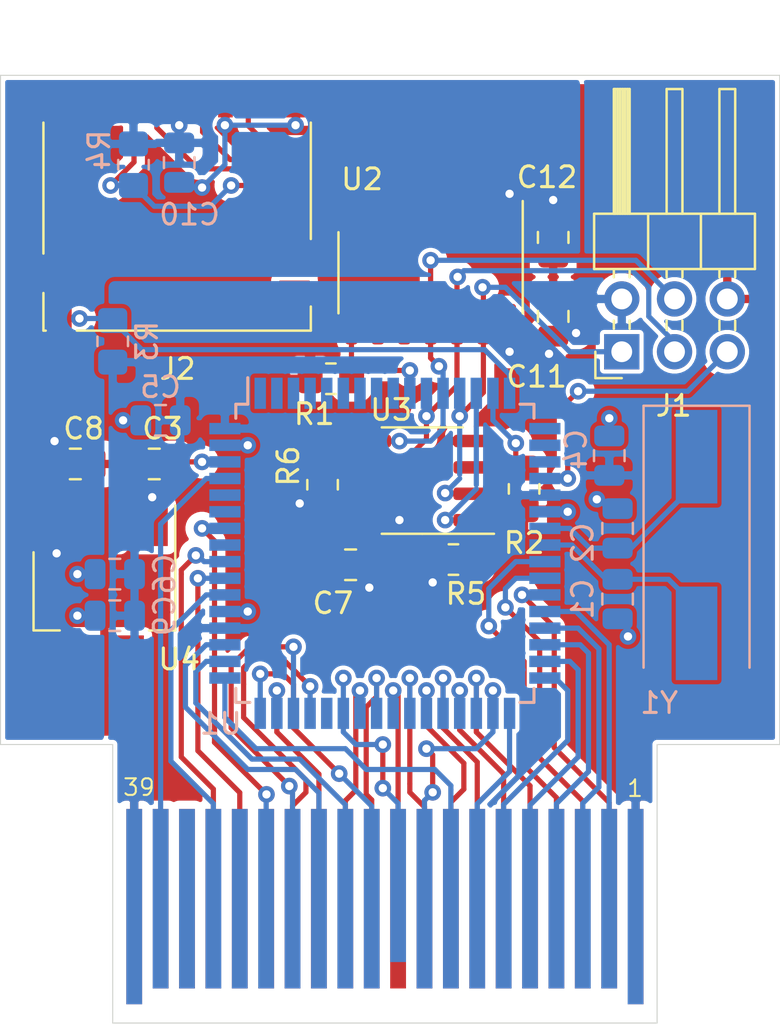
<source format=kicad_pcb>
(kicad_pcb (version 20171130) (host pcbnew 5.99.0+really5.1.10+dfsg1-1)

  (general
    (thickness 1.6)
    (drawings 8)
    (tracks 403)
    (zones 0)
    (modules 26)
    (nets 50)
  )

  (page A4)
  (layers
    (0 F.Cu signal)
    (31 B.Cu signal)
    (32 B.Adhes user)
    (33 F.Adhes user)
    (34 B.Paste user)
    (35 F.Paste user)
    (36 B.SilkS user)
    (37 F.SilkS user)
    (38 B.Mask user)
    (39 F.Mask user)
    (40 Dwgs.User user)
    (41 Cmts.User user)
    (42 Eco1.User user)
    (43 Eco2.User user)
    (44 Edge.Cuts user)
    (45 Margin user)
    (46 B.CrtYd user)
    (47 F.CrtYd user)
    (48 B.Fab user hide)
    (49 F.Fab user hide)
  )

  (setup
    (last_trace_width 0.25)
    (trace_clearance 0.2)
    (zone_clearance 0.2)
    (zone_45_only no)
    (trace_min 0.2)
    (via_size 0.8)
    (via_drill 0.4)
    (via_min_size 0.4)
    (via_min_drill 0.3)
    (uvia_size 0.3)
    (uvia_drill 0.1)
    (uvias_allowed no)
    (uvia_min_size 0.2)
    (uvia_min_drill 0.1)
    (edge_width 0.05)
    (segment_width 0.2)
    (pcb_text_width 0.3)
    (pcb_text_size 1.5 1.5)
    (mod_edge_width 0.12)
    (mod_text_size 1 1)
    (mod_text_width 0.15)
    (pad_size 1.524 1.524)
    (pad_drill 0.762)
    (pad_to_mask_clearance 0)
    (aux_axis_origin 0 0)
    (visible_elements FFFFFF7F)
    (pcbplotparams
      (layerselection 0x010fc_ffffffff)
      (usegerberextensions false)
      (usegerberattributes true)
      (usegerberadvancedattributes true)
      (creategerberjobfile true)
      (excludeedgelayer true)
      (linewidth 0.100000)
      (plotframeref false)
      (viasonmask false)
      (mode 1)
      (useauxorigin false)
      (hpglpennumber 1)
      (hpglpenspeed 20)
      (hpglpendiameter 15.000000)
      (psnegative false)
      (psa4output false)
      (plotreference true)
      (plotvalue true)
      (plotinvisibletext false)
      (padsonsilk false)
      (subtractmaskfromsilk false)
      (outputformat 1)
      (mirror false)
      (drillshape 1)
      (scaleselection 1)
      (outputdirectory ""))
  )

  (net 0 "")
  (net 1 GND)
  (net 2 "Net-(C1-Pad1)")
  (net 3 "Net-(C2-Pad2)")
  (net 4 "Net-(C3-Pad2)")
  (net 5 +5V)
  (net 6 +3V3)
  (net 7 /~RESET)
  (net 8 /MOSI)
  (net 9 /SCK)
  (net 10 /MISO)
  (net 11 /SDDET)
  (net 12 "Net-(J2-Pad2)")
  (net 13 "Net-(J2-Pad3)")
  (net 14 "Net-(J2-Pad5)")
  (net 15 "Net-(J2-Pad7)")
  (net 16 /LRAM)
  (net 17 /~WERAM2)
  (net 18 /~OERAM2)
  (net 19 /WERAM1)
  (net 20 /~CSRAM)
  (net 21 /A13)
  (net 22 /A14)
  (net 23 /A8)
  (net 24 /A12)
  (net 25 /A9)
  (net 26 /A7)
  (net 27 /A11)
  (net 28 /A6)
  (net 29 /~OEROM)
  (net 30 /A5)
  (net 31 /~OERAM1)
  (net 32 /A4)
  (net 33 /A10)
  (net 34 /A3)
  (net 35 /~CEROM)
  (net 36 /A2)
  (net 37 /D7)
  (net 38 /A1)
  (net 39 /D6)
  (net 40 /A0)
  (net 41 /D5)
  (net 42 /D0)
  (net 43 /D4)
  (net 44 /D1)
  (net 45 /D3)
  (net 46 /D2)
  (net 47 /SDCS)
  (net 48 /WREN)
  (net 49 /~MCS)

  (net_class Default "This is the default net class."
    (clearance 0.2)
    (trace_width 0.25)
    (via_dia 0.8)
    (via_drill 0.4)
    (uvia_dia 0.3)
    (uvia_drill 0.1)
    (add_net +3V3)
    (add_net +5V)
    (add_net /A0)
    (add_net /A1)
    (add_net /A10)
    (add_net /A11)
    (add_net /A12)
    (add_net /A13)
    (add_net /A14)
    (add_net /A2)
    (add_net /A3)
    (add_net /A4)
    (add_net /A5)
    (add_net /A6)
    (add_net /A7)
    (add_net /A8)
    (add_net /A9)
    (add_net /D0)
    (add_net /D1)
    (add_net /D2)
    (add_net /D3)
    (add_net /D4)
    (add_net /D5)
    (add_net /D6)
    (add_net /D7)
    (add_net /LRAM)
    (add_net /MISO)
    (add_net /MOSI)
    (add_net /SCK)
    (add_net /SDCS)
    (add_net /SDDET)
    (add_net /WERAM1)
    (add_net /WREN)
    (add_net /~CEROM)
    (add_net /~CSRAM)
    (add_net /~MCS)
    (add_net /~OERAM1)
    (add_net /~OERAM2)
    (add_net /~OEROM)
    (add_net /~RESET)
    (add_net /~WERAM2)
    (add_net GND)
    (add_net "Net-(C1-Pad1)")
    (add_net "Net-(C2-Pad2)")
    (add_net "Net-(C3-Pad2)")
    (add_net "Net-(J2-Pad1)")
    (add_net "Net-(J2-Pad2)")
    (add_net "Net-(J2-Pad3)")
    (add_net "Net-(J2-Pad5)")
    (add_net "Net-(J2-Pad7)")
    (add_net "Net-(J2-Pad8)")
    (add_net "Net-(P1-Pad29)")
    (add_net "Net-(P1-Pad32)")
    (add_net "Net-(P1-Pad35)")
    (add_net "Net-(P1-Pad36)")
    (add_net "Net-(P1-Pad37)")
    (add_net "Net-(U1-Pad1)")
    (add_net "Net-(U1-Pad17)")
    (add_net "Net-(U1-Pad18)")
    (add_net "Net-(U1-Pad19)")
    (add_net "Net-(U1-Pad2)")
    (add_net "Net-(U1-Pad3)")
    (add_net "Net-(U1-Pad4)")
    (add_net "Net-(U1-Pad44)")
    (add_net "Net-(U1-Pad5)")
    (add_net "Net-(U1-Pad57)")
    (add_net "Net-(U1-Pad59)")
    (add_net "Net-(U1-Pad6)")
    (add_net "Net-(U1-Pad60)")
    (add_net "Net-(U1-Pad7)")
    (add_net "Net-(U1-Pad8)")
    (add_net "Net-(U1-Pad9)")
    (add_net "Net-(U2-Pad6)")
    (add_net "Net-(U2-Pad9)")
    (add_net "Net-(U3-Pad7)")
  )

  (module Package_QFP:TQFP-64_14x14mm_P0.8mm (layer B.Cu) (tedit 5A02F146) (tstamp 61577406)
    (at 177 88 270)
    (descr "64-Lead Plastic Thin Quad Flatpack (PF) - 14x14x1 mm Body, 2.00 mm [TQFP] (see Microchip Packaging Specification 00000049BS.pdf)")
    (tags "QFP 0.8")
    (path /615E8ED5)
    (attr smd)
    (fp_text reference U1 (at 8.2 7.9) (layer B.SilkS)
      (effects (font (size 1 1) (thickness 0.15)) (justify mirror))
    )
    (fp_text value ATmega165PA-AU (at 0 -9.45 270) (layer B.Fab)
      (effects (font (size 1 1) (thickness 0.15)) (justify mirror))
    )
    (fp_line (start -7.175 6.6) (end -8.45 6.6) (layer B.SilkS) (width 0.15))
    (fp_line (start 7.175 7.175) (end 6.5 7.175) (layer B.SilkS) (width 0.15))
    (fp_line (start 7.175 -7.175) (end 6.5 -7.175) (layer B.SilkS) (width 0.15))
    (fp_line (start -7.175 -7.175) (end -6.5 -7.175) (layer B.SilkS) (width 0.15))
    (fp_line (start -7.175 7.175) (end -6.5 7.175) (layer B.SilkS) (width 0.15))
    (fp_line (start -7.175 -7.175) (end -7.175 -6.5) (layer B.SilkS) (width 0.15))
    (fp_line (start 7.175 -7.175) (end 7.175 -6.5) (layer B.SilkS) (width 0.15))
    (fp_line (start 7.175 7.175) (end 7.175 6.5) (layer B.SilkS) (width 0.15))
    (fp_line (start -7.175 7.175) (end -7.175 6.6) (layer B.SilkS) (width 0.15))
    (fp_line (start -8.7 -8.7) (end 8.7 -8.7) (layer B.CrtYd) (width 0.05))
    (fp_line (start -8.7 8.7) (end 8.7 8.7) (layer B.CrtYd) (width 0.05))
    (fp_line (start 8.7 8.7) (end 8.7 -8.7) (layer B.CrtYd) (width 0.05))
    (fp_line (start -8.7 8.7) (end -8.7 -8.7) (layer B.CrtYd) (width 0.05))
    (fp_line (start -7 6) (end -6 7) (layer B.Fab) (width 0.15))
    (fp_line (start -7 -7) (end -7 6) (layer B.Fab) (width 0.15))
    (fp_line (start 7 -7) (end -7 -7) (layer B.Fab) (width 0.15))
    (fp_line (start 7 7) (end 7 -7) (layer B.Fab) (width 0.15))
    (fp_line (start -6 7) (end 7 7) (layer B.Fab) (width 0.15))
    (fp_text user %R (at 0 0 270) (layer B.Fab)
      (effects (font (size 1 1) (thickness 0.15)) (justify mirror))
    )
    (pad 64 smd rect (at -6 7.7 180) (size 1.5 0.55) (layers B.Cu B.Paste B.Mask)
      (net 5 +5V))
    (pad 63 smd rect (at -5.2 7.7 180) (size 1.5 0.55) (layers B.Cu B.Paste B.Mask)
      (net 1 GND))
    (pad 62 smd rect (at -4.4 7.7 180) (size 1.5 0.55) (layers B.Cu B.Paste B.Mask)
      (net 4 "Net-(C3-Pad2)"))
    (pad 61 smd rect (at -3.6 7.7 180) (size 1.5 0.55) (layers B.Cu B.Paste B.Mask)
      (net 16 /LRAM))
    (pad 60 smd rect (at -2.8 7.7 180) (size 1.5 0.55) (layers B.Cu B.Paste B.Mask))
    (pad 59 smd rect (at -2 7.7 180) (size 1.5 0.55) (layers B.Cu B.Paste B.Mask))
    (pad 58 smd rect (at -1.2 7.7 180) (size 1.5 0.55) (layers B.Cu B.Paste B.Mask)
      (net 20 /~CSRAM))
    (pad 57 smd rect (at -0.4 7.7 180) (size 1.5 0.55) (layers B.Cu B.Paste B.Mask))
    (pad 56 smd rect (at 0.4 7.7 180) (size 1.5 0.55) (layers B.Cu B.Paste B.Mask)
      (net 18 /~OERAM2))
    (pad 55 smd rect (at 1.2 7.7 180) (size 1.5 0.55) (layers B.Cu B.Paste B.Mask)
      (net 19 /WERAM1))
    (pad 54 smd rect (at 2 7.7 180) (size 1.5 0.55) (layers B.Cu B.Paste B.Mask)
      (net 17 /~WERAM2))
    (pad 53 smd rect (at 2.8 7.7 180) (size 1.5 0.55) (layers B.Cu B.Paste B.Mask)
      (net 1 GND))
    (pad 52 smd rect (at 3.6 7.7 180) (size 1.5 0.55) (layers B.Cu B.Paste B.Mask)
      (net 5 +5V))
    (pad 51 smd rect (at 4.4 7.7 180) (size 1.5 0.55) (layers B.Cu B.Paste B.Mask)
      (net 23 /A8))
    (pad 50 smd rect (at 5.2 7.7 180) (size 1.5 0.55) (layers B.Cu B.Paste B.Mask)
      (net 25 /A9))
    (pad 49 smd rect (at 6 7.7 180) (size 1.5 0.55) (layers B.Cu B.Paste B.Mask)
      (net 33 /A10))
    (pad 48 smd rect (at 7.7 6 270) (size 1.5 0.55) (layers B.Cu B.Paste B.Mask)
      (net 27 /A11))
    (pad 47 smd rect (at 7.7 5.2 270) (size 1.5 0.55) (layers B.Cu B.Paste B.Mask)
      (net 24 /A12))
    (pad 46 smd rect (at 7.7 4.4 270) (size 1.5 0.55) (layers B.Cu B.Paste B.Mask)
      (net 21 /A13))
    (pad 45 smd rect (at 7.7 3.6 270) (size 1.5 0.55) (layers B.Cu B.Paste B.Mask)
      (net 22 /A14))
    (pad 44 smd rect (at 7.7 2.8 270) (size 1.5 0.55) (layers B.Cu B.Paste B.Mask))
    (pad 43 smd rect (at 7.7 2 270) (size 1.5 0.55) (layers B.Cu B.Paste B.Mask)
      (net 29 /~OEROM))
    (pad 42 smd rect (at 7.7 1.2 270) (size 1.5 0.55) (layers B.Cu B.Paste B.Mask)
      (net 26 /A7))
    (pad 41 smd rect (at 7.7 0.4 270) (size 1.5 0.55) (layers B.Cu B.Paste B.Mask)
      (net 28 /A6))
    (pad 40 smd rect (at 7.7 -0.4 270) (size 1.5 0.55) (layers B.Cu B.Paste B.Mask)
      (net 30 /A5))
    (pad 39 smd rect (at 7.7 -1.2 270) (size 1.5 0.55) (layers B.Cu B.Paste B.Mask)
      (net 32 /A4))
    (pad 38 smd rect (at 7.7 -2 270) (size 1.5 0.55) (layers B.Cu B.Paste B.Mask)
      (net 34 /A3))
    (pad 37 smd rect (at 7.7 -2.8 270) (size 1.5 0.55) (layers B.Cu B.Paste B.Mask)
      (net 36 /A2))
    (pad 36 smd rect (at 7.7 -3.6 270) (size 1.5 0.55) (layers B.Cu B.Paste B.Mask)
      (net 38 /A1))
    (pad 35 smd rect (at 7.7 -4.4 270) (size 1.5 0.55) (layers B.Cu B.Paste B.Mask)
      (net 40 /A0))
    (pad 34 smd rect (at 7.7 -5.2 270) (size 1.5 0.55) (layers B.Cu B.Paste B.Mask)
      (net 31 /~OERAM1))
    (pad 33 smd rect (at 7.7 -6 270) (size 1.5 0.55) (layers B.Cu B.Paste B.Mask)
      (net 35 /~CEROM))
    (pad 32 smd rect (at 6 -7.7 180) (size 1.5 0.55) (layers B.Cu B.Paste B.Mask)
      (net 37 /D7))
    (pad 31 smd rect (at 5.2 -7.7 180) (size 1.5 0.55) (layers B.Cu B.Paste B.Mask)
      (net 39 /D6))
    (pad 30 smd rect (at 4.4 -7.7 180) (size 1.5 0.55) (layers B.Cu B.Paste B.Mask)
      (net 41 /D5))
    (pad 29 smd rect (at 3.6 -7.7 180) (size 1.5 0.55) (layers B.Cu B.Paste B.Mask)
      (net 43 /D4))
    (pad 28 smd rect (at 2.8 -7.7 180) (size 1.5 0.55) (layers B.Cu B.Paste B.Mask)
      (net 45 /D3))
    (pad 27 smd rect (at 2 -7.7 180) (size 1.5 0.55) (layers B.Cu B.Paste B.Mask)
      (net 46 /D2))
    (pad 26 smd rect (at 1.2 -7.7 180) (size 1.5 0.55) (layers B.Cu B.Paste B.Mask)
      (net 44 /D1))
    (pad 25 smd rect (at 0.4 -7.7 180) (size 1.5 0.55) (layers B.Cu B.Paste B.Mask)
      (net 42 /D0))
    (pad 24 smd rect (at -0.4 -7.7 180) (size 1.5 0.55) (layers B.Cu B.Paste B.Mask)
      (net 2 "Net-(C1-Pad1)"))
    (pad 23 smd rect (at -1.2 -7.7 180) (size 1.5 0.55) (layers B.Cu B.Paste B.Mask)
      (net 3 "Net-(C2-Pad2)"))
    (pad 22 smd rect (at -2 -7.7 180) (size 1.5 0.55) (layers B.Cu B.Paste B.Mask)
      (net 1 GND))
    (pad 21 smd rect (at -2.8 -7.7 180) (size 1.5 0.55) (layers B.Cu B.Paste B.Mask)
      (net 5 +5V))
    (pad 20 smd rect (at -3.6 -7.7 180) (size 1.5 0.55) (layers B.Cu B.Paste B.Mask)
      (net 7 /~RESET))
    (pad 19 smd rect (at -4.4 -7.7 180) (size 1.5 0.55) (layers B.Cu B.Paste B.Mask))
    (pad 18 smd rect (at -5.2 -7.7 180) (size 1.5 0.55) (layers B.Cu B.Paste B.Mask))
    (pad 17 smd rect (at -6 -7.7 180) (size 1.5 0.55) (layers B.Cu B.Paste B.Mask))
    (pad 16 smd rect (at -7.7 -6 270) (size 1.5 0.55) (layers B.Cu B.Paste B.Mask)
      (net 11 /SDDET))
    (pad 15 smd rect (at -7.7 -5.2 270) (size 1.5 0.55) (layers B.Cu B.Paste B.Mask)
      (net 48 /WREN))
    (pad 14 smd rect (at -7.7 -4.4 270) (size 1.5 0.55) (layers B.Cu B.Paste B.Mask)
      (net 49 /~MCS))
    (pad 13 smd rect (at -7.7 -3.6 270) (size 1.5 0.55) (layers B.Cu B.Paste B.Mask)
      (net 10 /MISO))
    (pad 12 smd rect (at -7.7 -2.8 270) (size 1.5 0.55) (layers B.Cu B.Paste B.Mask)
      (net 8 /MOSI))
    (pad 11 smd rect (at -7.7 -2 270) (size 1.5 0.55) (layers B.Cu B.Paste B.Mask)
      (net 9 /SCK))
    (pad 10 smd rect (at -7.7 -1.2 270) (size 1.5 0.55) (layers B.Cu B.Paste B.Mask)
      (net 47 /SDCS))
    (pad 9 smd rect (at -7.7 -0.4 270) (size 1.5 0.55) (layers B.Cu B.Paste B.Mask))
    (pad 8 smd rect (at -7.7 0.4 270) (size 1.5 0.55) (layers B.Cu B.Paste B.Mask))
    (pad 7 smd rect (at -7.7 1.2 270) (size 1.5 0.55) (layers B.Cu B.Paste B.Mask))
    (pad 6 smd rect (at -7.7 2 270) (size 1.5 0.55) (layers B.Cu B.Paste B.Mask))
    (pad 5 smd rect (at -7.7 2.8 270) (size 1.5 0.55) (layers B.Cu B.Paste B.Mask))
    (pad 4 smd rect (at -7.7 3.6 270) (size 1.5 0.55) (layers B.Cu B.Paste B.Mask))
    (pad 3 smd rect (at -7.7 4.4 270) (size 1.5 0.55) (layers B.Cu B.Paste B.Mask))
    (pad 2 smd rect (at -7.7 5.2 270) (size 1.5 0.55) (layers B.Cu B.Paste B.Mask))
    (pad 1 smd rect (at -7.7 6 270) (size 1.5 0.55) (layers B.Cu B.Paste B.Mask))
    (model ${KISYS3DMOD}/Package_QFP.3dshapes/TQFP-64_14x14mm_P0.8mm.wrl
      (at (xyz 0 0 0))
      (scale (xyz 1 1 1))
      (rotate (xyz 0 0 0))
    )
  )

  (module onitake:Brother_Pattern_Cartridge_2x20_P1.27_W26.2 (layer F.Cu) (tedit 615841B2) (tstamp 6158F695)
    (at 177 105)
    (path /61622470)
    (fp_text reference P1 (at -8.4 -5.715) (layer F.SilkS) hide
      (effects (font (size 1 1) (thickness 0.15)))
    )
    (fp_text value BROTHER (at 0 -8.8) (layer F.Fab)
      (effects (font (size 1 1) (thickness 0.15)))
    )
    (fp_text user 1 (at 12.0396 -5.6896) (layer F.SilkS)
      (effects (font (size 0.8 0.8) (thickness 0.1)))
    )
    (fp_text user 39 (at -11.8364 -5.7404) (layer F.SilkS)
      (effects (font (size 0.8 0.8) (thickness 0.1)))
    )
    (fp_line (start -13.1 5.6) (end 13.1 5.6) (layer F.Fab) (width 0.12))
    (fp_line (start -13.1 5.6) (end -13.1 -7.8) (layer F.Fab) (width 0.12))
    (fp_line (start 13.1 5.6) (end 13.1 -7.8) (layer F.Fab) (width 0.12))
    (fp_line (start 13.1 -7.8) (end 14 -7.8) (layer F.Fab) (width 0.12))
    (fp_line (start -13.1 -7.8) (end -14 -7.8) (layer F.Fab) (width 0.12))
    (fp_line (start -13.1 -7.8) (end -14 -7.8) (layer B.Fab) (width 0.12))
    (fp_line (start 13.1 5.6) (end 13.1 -7.8) (layer B.Fab) (width 0.12))
    (fp_line (start -13.1 5.6) (end -13.1 -7.8) (layer B.Fab) (width 0.12))
    (fp_line (start 13.1 5.6) (end -13.1 5.6) (layer B.Fab) (width 0.12))
    (fp_line (start 13.1 -7.8) (end 14 -7.8) (layer B.Fab) (width 0.12))
    (fp_line (start -13.1 -7.8) (end -13.1 5.6) (layer F.CrtYd) (width 0.12))
    (fp_line (start -13.1 5.6) (end 13.1 5.6) (layer F.CrtYd) (width 0.12))
    (fp_line (start 13.1 5.6) (end 13.1 -7.8) (layer F.CrtYd) (width 0.12))
    (fp_line (start -13.1 -7.8) (end -13.1 5.6) (layer B.CrtYd) (width 0.12))
    (fp_line (start -13.1 5.6) (end 13.1 5.6) (layer B.CrtYd) (width 0.12))
    (fp_line (start 13.1 5.6) (end 13.1 -7.8) (layer B.CrtYd) (width 0.12))
    (fp_line (start 13.1 -7.8) (end -13.1 -7.8) (layer B.CrtYd) (width 0.12))
    (fp_line (start 13.1 -7.8) (end -13.1 -7.8) (layer F.CrtYd) (width 0.12))
    (pad 2 smd rect (at 12.065 0) (size 0.762 9.398) (layers B.Cu B.Mask)
      (net 5 +5V))
    (pad 40 smd rect (at -12.065 0) (size 0.762 9.398) (layers B.Cu B.Mask)
      (net 5 +5V))
    (pad 1 smd rect (at 12.065 0) (size 0.762 9.398) (layers F.Cu F.Mask)
      (net 1 GND))
    (pad 38 smd rect (at -10.795 -0.381) (size 0.762 8.636) (layers B.Cu B.Mask)
      (net 16 /LRAM))
    (pad 37 smd rect (at -10.795 -0.381) (size 0.762 8.636) (layers F.Cu F.Mask))
    (pad 36 smd rect (at -9.525 -0.381) (size 0.762 8.636) (layers B.Cu B.Mask))
    (pad 35 smd rect (at -9.525 -0.381) (size 0.762 8.636) (layers F.Cu F.Mask))
    (pad 34 smd rect (at -8.255 -0.381) (size 0.762 8.636) (layers B.Cu B.Mask)
      (net 17 /~WERAM2))
    (pad 33 smd rect (at -8.255 -0.381) (size 0.762 8.636) (layers F.Cu F.Mask)
      (net 18 /~OERAM2))
    (pad 32 smd rect (at -6.985 -0.381) (size 0.762 8.636) (layers B.Cu B.Mask))
    (pad 31 smd rect (at -6.985 -0.381) (size 0.762 8.636) (layers F.Cu F.Mask)
      (net 19 /WERAM1))
    (pad 30 smd rect (at -5.715 -0.381) (size 0.762 8.636) (layers B.Cu B.Mask)
      (net 20 /~CSRAM))
    (pad 29 smd rect (at -5.715 -0.381) (size 0.762 8.636) (layers F.Cu F.Mask))
    (pad 28 smd rect (at -4.445 -0.381) (size 0.762 8.636) (layers B.Cu B.Mask)
      (net 21 /A13))
    (pad 27 smd rect (at -4.445 -0.381) (size 0.762 8.636) (layers F.Cu F.Mask)
      (net 22 /A14))
    (pad 26 smd rect (at -3.175 -0.381) (size 0.762 8.636) (layers B.Cu B.Mask)
      (net 23 /A8))
    (pad 25 smd rect (at -3.175 -0.381) (size 0.762 8.636) (layers F.Cu F.Mask)
      (net 24 /A12))
    (pad 24 smd rect (at -1.905 -0.381) (size 0.762 8.636) (layers B.Cu B.Mask)
      (net 25 /A9))
    (pad 23 smd rect (at -1.905 -0.381) (size 0.762 8.636) (layers F.Cu F.Mask)
      (net 26 /A7))
    (pad 22 smd rect (at -0.635 -0.381) (size 0.762 8.636) (layers B.Cu B.Mask)
      (net 27 /A11))
    (pad 21 smd rect (at -0.635 -0.381) (size 0.762 8.636) (layers F.Cu F.Mask)
      (net 28 /A6))
    (pad 19 smd rect (at 0.635 -0.381) (size 0.762 8.636) (layers F.Cu F.Mask)
      (net 30 /A5))
    (pad 18 smd rect (at 1.905 -0.381) (size 0.762 8.636) (layers B.Cu B.Mask)
      (net 31 /~OERAM1))
    (pad 17 smd rect (at 1.905 -0.381) (size 0.762 8.636) (layers F.Cu F.Mask)
      (net 32 /A4))
    (pad 16 smd rect (at 3.175 -0.381) (size 0.762 8.636) (layers B.Cu B.Mask)
      (net 33 /A10))
    (pad 15 smd rect (at 3.175 -0.381) (size 0.762 8.636) (layers F.Cu F.Mask)
      (net 34 /A3))
    (pad 14 smd rect (at 4.445 -0.381) (size 0.762 8.636) (layers B.Cu B.Mask)
      (net 35 /~CEROM))
    (pad 13 smd rect (at 4.445 -0.381) (size 0.762 8.636) (layers F.Cu F.Mask)
      (net 36 /A2))
    (pad 12 smd rect (at 5.715 -0.381) (size 0.762 8.636) (layers B.Cu B.Mask)
      (net 37 /D7))
    (pad 11 smd rect (at 5.715 -0.381) (size 0.762 8.636) (layers F.Cu F.Mask)
      (net 38 /A1))
    (pad 10 smd rect (at 6.985 -0.381) (size 0.762 8.636) (layers B.Cu B.Mask)
      (net 39 /D6))
    (pad 9 smd rect (at 6.985 -0.381) (size 0.762 8.636) (layers F.Cu F.Mask)
      (net 40 /A0))
    (pad 8 smd rect (at 8.255 -0.381) (size 0.762 8.636) (layers B.Cu B.Mask)
      (net 41 /D5))
    (pad 7 smd rect (at 8.255 -0.381) (size 0.762 8.636) (layers F.Cu F.Mask)
      (net 42 /D0))
    (pad 6 smd rect (at 9.525 -0.381) (size 0.762 8.636) (layers B.Cu B.Mask)
      (net 43 /D4))
    (pad 5 smd rect (at 9.525 -0.381) (size 0.762 8.636) (layers F.Cu F.Mask)
      (net 44 /D1))
    (pad 4 smd rect (at 10.795 -0.381) (size 0.762 8.636) (layers B.Cu B.Mask)
      (net 45 /D3))
    (pad 20 smd rect (at 0.635 -1.016) (size 0.762 7.366) (layers B.Cu B.Mask)
      (net 29 /~OEROM))
    (pad 3 smd rect (at 10.795 -0.381) (size 0.762 8.636) (layers F.Cu F.Mask)
      (net 46 /D2))
    (pad 39 smd rect (at -12.065 0) (size 0.762 9.398) (layers F.Cu F.Mask)
      (net 1 GND))
  )

  (module Capacitor_SMD:C_0805_2012Metric (layer F.Cu) (tedit 5F68FEEE) (tstamp 61580155)
    (at 185.1 72.8 90)
    (descr "Capacitor SMD 0805 (2012 Metric), square (rectangular) end terminal, IPC_7351 nominal, (Body size source: IPC-SM-782 page 76, https://www.pcb-3d.com/wordpress/wp-content/uploads/ipc-sm-782a_amendment_1_and_2.pdf, https://docs.google.com/spreadsheets/d/1BsfQQcO9C6DZCsRaXUlFlo91Tg2WpOkGARC1WS5S8t0/edit?usp=sharing), generated with kicad-footprint-generator")
    (tags capacitor)
    (path /615B6F3E)
    (attr smd)
    (fp_text reference C12 (at 2.9 -0.3 180) (layer F.SilkS)
      (effects (font (size 1 1) (thickness 0.15)))
    )
    (fp_text value 100n (at 0 1.68 90) (layer F.Fab)
      (effects (font (size 1 1) (thickness 0.15)))
    )
    (fp_line (start 1.7 0.98) (end -1.7 0.98) (layer F.CrtYd) (width 0.05))
    (fp_line (start 1.7 -0.98) (end 1.7 0.98) (layer F.CrtYd) (width 0.05))
    (fp_line (start -1.7 -0.98) (end 1.7 -0.98) (layer F.CrtYd) (width 0.05))
    (fp_line (start -1.7 0.98) (end -1.7 -0.98) (layer F.CrtYd) (width 0.05))
    (fp_line (start -0.261252 0.735) (end 0.261252 0.735) (layer F.SilkS) (width 0.12))
    (fp_line (start -0.261252 -0.735) (end 0.261252 -0.735) (layer F.SilkS) (width 0.12))
    (fp_line (start 1 0.625) (end -1 0.625) (layer F.Fab) (width 0.1))
    (fp_line (start 1 -0.625) (end 1 0.625) (layer F.Fab) (width 0.1))
    (fp_line (start -1 -0.625) (end 1 -0.625) (layer F.Fab) (width 0.1))
    (fp_line (start -1 0.625) (end -1 -0.625) (layer F.Fab) (width 0.1))
    (fp_text user %R (at 0 0 90) (layer F.Fab)
      (effects (font (size 0.5 0.5) (thickness 0.08)))
    )
    (pad 2 smd roundrect (at 0.95 0 90) (size 1 1.45) (layers F.Cu F.Paste F.Mask) (roundrect_rratio 0.25)
      (net 6 +3V3))
    (pad 1 smd roundrect (at -0.95 0 90) (size 1 1.45) (layers F.Cu F.Paste F.Mask) (roundrect_rratio 0.25)
      (net 1 GND))
    (model ${KISYS3DMOD}/Capacitor_SMD.3dshapes/C_0805_2012Metric.wrl
      (at (xyz 0 0 0))
      (scale (xyz 1 1 1))
      (rotate (xyz 0 0 0))
    )
  )

  (module Capacitor_SMD:C_0805_2012Metric (layer F.Cu) (tedit 5F68FEEE) (tstamp 61580144)
    (at 185.1 76.6 90)
    (descr "Capacitor SMD 0805 (2012 Metric), square (rectangular) end terminal, IPC_7351 nominal, (Body size source: IPC-SM-782 page 76, https://www.pcb-3d.com/wordpress/wp-content/uploads/ipc-sm-782a_amendment_1_and_2.pdf, https://docs.google.com/spreadsheets/d/1BsfQQcO9C6DZCsRaXUlFlo91Tg2WpOkGARC1WS5S8t0/edit?usp=sharing), generated with kicad-footprint-generator")
    (tags capacitor)
    (path /615B63EC)
    (attr smd)
    (fp_text reference C11 (at -2.9 -0.8 180) (layer F.SilkS)
      (effects (font (size 1 1) (thickness 0.15)))
    )
    (fp_text value 100n (at 0 1.68 90) (layer F.Fab)
      (effects (font (size 1 1) (thickness 0.15)))
    )
    (fp_line (start 1.7 0.98) (end -1.7 0.98) (layer F.CrtYd) (width 0.05))
    (fp_line (start 1.7 -0.98) (end 1.7 0.98) (layer F.CrtYd) (width 0.05))
    (fp_line (start -1.7 -0.98) (end 1.7 -0.98) (layer F.CrtYd) (width 0.05))
    (fp_line (start -1.7 0.98) (end -1.7 -0.98) (layer F.CrtYd) (width 0.05))
    (fp_line (start -0.261252 0.735) (end 0.261252 0.735) (layer F.SilkS) (width 0.12))
    (fp_line (start -0.261252 -0.735) (end 0.261252 -0.735) (layer F.SilkS) (width 0.12))
    (fp_line (start 1 0.625) (end -1 0.625) (layer F.Fab) (width 0.1))
    (fp_line (start 1 -0.625) (end 1 0.625) (layer F.Fab) (width 0.1))
    (fp_line (start -1 -0.625) (end 1 -0.625) (layer F.Fab) (width 0.1))
    (fp_line (start -1 0.625) (end -1 -0.625) (layer F.Fab) (width 0.1))
    (fp_text user %R (at 0 0 90) (layer F.Fab)
      (effects (font (size 0.5 0.5) (thickness 0.08)))
    )
    (pad 2 smd roundrect (at 0.95 0 90) (size 1 1.45) (layers F.Cu F.Paste F.Mask) (roundrect_rratio 0.25)
      (net 1 GND))
    (pad 1 smd roundrect (at -0.95 0 90) (size 1 1.45) (layers F.Cu F.Paste F.Mask) (roundrect_rratio 0.25)
      (net 5 +5V))
    (model ${KISYS3DMOD}/Capacitor_SMD.3dshapes/C_0805_2012Metric.wrl
      (at (xyz 0 0 0))
      (scale (xyz 1 1 1))
      (rotate (xyz 0 0 0))
    )
  )

  (module Connector_PinHeader_2.54mm:PinHeader_2x03_P2.54mm_Horizontal (layer F.Cu) (tedit 59FED5CB) (tstamp 615772AA)
    (at 188.4 78.3 90)
    (descr "Through hole angled pin header, 2x03, 2.54mm pitch, 6mm pin length, double rows")
    (tags "Through hole angled pin header THT 2x03 2.54mm double row")
    (path /616784C3)
    (fp_text reference J1 (at -2.6 2.5 180) (layer F.SilkS)
      (effects (font (size 1 1) (thickness 0.15)))
    )
    (fp_text value AVR-ISP-6 (at 5.655 7.35 90) (layer F.Fab)
      (effects (font (size 1 1) (thickness 0.15)))
    )
    (fp_line (start 13.1 -1.8) (end -1.8 -1.8) (layer F.CrtYd) (width 0.05))
    (fp_line (start 13.1 6.85) (end 13.1 -1.8) (layer F.CrtYd) (width 0.05))
    (fp_line (start -1.8 6.85) (end 13.1 6.85) (layer F.CrtYd) (width 0.05))
    (fp_line (start -1.8 -1.8) (end -1.8 6.85) (layer F.CrtYd) (width 0.05))
    (fp_line (start -1.27 -1.27) (end 0 -1.27) (layer F.SilkS) (width 0.12))
    (fp_line (start -1.27 0) (end -1.27 -1.27) (layer F.SilkS) (width 0.12))
    (fp_line (start 1.042929 5.46) (end 1.497071 5.46) (layer F.SilkS) (width 0.12))
    (fp_line (start 1.042929 4.7) (end 1.497071 4.7) (layer F.SilkS) (width 0.12))
    (fp_line (start 3.582929 5.46) (end 3.98 5.46) (layer F.SilkS) (width 0.12))
    (fp_line (start 3.582929 4.7) (end 3.98 4.7) (layer F.SilkS) (width 0.12))
    (fp_line (start 12.64 5.46) (end 6.64 5.46) (layer F.SilkS) (width 0.12))
    (fp_line (start 12.64 4.7) (end 12.64 5.46) (layer F.SilkS) (width 0.12))
    (fp_line (start 6.64 4.7) (end 12.64 4.7) (layer F.SilkS) (width 0.12))
    (fp_line (start 3.98 3.81) (end 6.64 3.81) (layer F.SilkS) (width 0.12))
    (fp_line (start 1.042929 2.92) (end 1.497071 2.92) (layer F.SilkS) (width 0.12))
    (fp_line (start 1.042929 2.16) (end 1.497071 2.16) (layer F.SilkS) (width 0.12))
    (fp_line (start 3.582929 2.92) (end 3.98 2.92) (layer F.SilkS) (width 0.12))
    (fp_line (start 3.582929 2.16) (end 3.98 2.16) (layer F.SilkS) (width 0.12))
    (fp_line (start 12.64 2.92) (end 6.64 2.92) (layer F.SilkS) (width 0.12))
    (fp_line (start 12.64 2.16) (end 12.64 2.92) (layer F.SilkS) (width 0.12))
    (fp_line (start 6.64 2.16) (end 12.64 2.16) (layer F.SilkS) (width 0.12))
    (fp_line (start 3.98 1.27) (end 6.64 1.27) (layer F.SilkS) (width 0.12))
    (fp_line (start 1.11 0.38) (end 1.497071 0.38) (layer F.SilkS) (width 0.12))
    (fp_line (start 1.11 -0.38) (end 1.497071 -0.38) (layer F.SilkS) (width 0.12))
    (fp_line (start 3.582929 0.38) (end 3.98 0.38) (layer F.SilkS) (width 0.12))
    (fp_line (start 3.582929 -0.38) (end 3.98 -0.38) (layer F.SilkS) (width 0.12))
    (fp_line (start 6.64 0.28) (end 12.64 0.28) (layer F.SilkS) (width 0.12))
    (fp_line (start 6.64 0.16) (end 12.64 0.16) (layer F.SilkS) (width 0.12))
    (fp_line (start 6.64 0.04) (end 12.64 0.04) (layer F.SilkS) (width 0.12))
    (fp_line (start 6.64 -0.08) (end 12.64 -0.08) (layer F.SilkS) (width 0.12))
    (fp_line (start 6.64 -0.2) (end 12.64 -0.2) (layer F.SilkS) (width 0.12))
    (fp_line (start 6.64 -0.32) (end 12.64 -0.32) (layer F.SilkS) (width 0.12))
    (fp_line (start 12.64 0.38) (end 6.64 0.38) (layer F.SilkS) (width 0.12))
    (fp_line (start 12.64 -0.38) (end 12.64 0.38) (layer F.SilkS) (width 0.12))
    (fp_line (start 6.64 -0.38) (end 12.64 -0.38) (layer F.SilkS) (width 0.12))
    (fp_line (start 6.64 -1.33) (end 3.98 -1.33) (layer F.SilkS) (width 0.12))
    (fp_line (start 6.64 6.41) (end 6.64 -1.33) (layer F.SilkS) (width 0.12))
    (fp_line (start 3.98 6.41) (end 6.64 6.41) (layer F.SilkS) (width 0.12))
    (fp_line (start 3.98 -1.33) (end 3.98 6.41) (layer F.SilkS) (width 0.12))
    (fp_line (start 6.58 5.4) (end 12.58 5.4) (layer F.Fab) (width 0.1))
    (fp_line (start 12.58 4.76) (end 12.58 5.4) (layer F.Fab) (width 0.1))
    (fp_line (start 6.58 4.76) (end 12.58 4.76) (layer F.Fab) (width 0.1))
    (fp_line (start -0.32 5.4) (end 4.04 5.4) (layer F.Fab) (width 0.1))
    (fp_line (start -0.32 4.76) (end -0.32 5.4) (layer F.Fab) (width 0.1))
    (fp_line (start -0.32 4.76) (end 4.04 4.76) (layer F.Fab) (width 0.1))
    (fp_line (start 6.58 2.86) (end 12.58 2.86) (layer F.Fab) (width 0.1))
    (fp_line (start 12.58 2.22) (end 12.58 2.86) (layer F.Fab) (width 0.1))
    (fp_line (start 6.58 2.22) (end 12.58 2.22) (layer F.Fab) (width 0.1))
    (fp_line (start -0.32 2.86) (end 4.04 2.86) (layer F.Fab) (width 0.1))
    (fp_line (start -0.32 2.22) (end -0.32 2.86) (layer F.Fab) (width 0.1))
    (fp_line (start -0.32 2.22) (end 4.04 2.22) (layer F.Fab) (width 0.1))
    (fp_line (start 6.58 0.32) (end 12.58 0.32) (layer F.Fab) (width 0.1))
    (fp_line (start 12.58 -0.32) (end 12.58 0.32) (layer F.Fab) (width 0.1))
    (fp_line (start 6.58 -0.32) (end 12.58 -0.32) (layer F.Fab) (width 0.1))
    (fp_line (start -0.32 0.32) (end 4.04 0.32) (layer F.Fab) (width 0.1))
    (fp_line (start -0.32 -0.32) (end -0.32 0.32) (layer F.Fab) (width 0.1))
    (fp_line (start -0.32 -0.32) (end 4.04 -0.32) (layer F.Fab) (width 0.1))
    (fp_line (start 4.04 -0.635) (end 4.675 -1.27) (layer F.Fab) (width 0.1))
    (fp_line (start 4.04 6.35) (end 4.04 -0.635) (layer F.Fab) (width 0.1))
    (fp_line (start 6.58 6.35) (end 4.04 6.35) (layer F.Fab) (width 0.1))
    (fp_line (start 6.58 -1.27) (end 6.58 6.35) (layer F.Fab) (width 0.1))
    (fp_line (start 4.675 -1.27) (end 6.58 -1.27) (layer F.Fab) (width 0.1))
    (fp_text user %R (at 5.31 2.54) (layer F.Fab)
      (effects (font (size 1 1) (thickness 0.15)))
    )
    (pad 6 thru_hole oval (at 2.54 5.08 90) (size 1.7 1.7) (drill 1) (layers *.Cu *.Mask)
      (net 1 GND))
    (pad 5 thru_hole oval (at 0 5.08 90) (size 1.7 1.7) (drill 1) (layers *.Cu *.Mask)
      (net 7 /~RESET))
    (pad 4 thru_hole oval (at 2.54 2.54 90) (size 1.7 1.7) (drill 1) (layers *.Cu *.Mask)
      (net 8 /MOSI))
    (pad 3 thru_hole oval (at 0 2.54 90) (size 1.7 1.7) (drill 1) (layers *.Cu *.Mask)
      (net 9 /SCK))
    (pad 2 thru_hole oval (at 2.54 0 90) (size 1.7 1.7) (drill 1) (layers *.Cu *.Mask)
      (net 5 +5V))
    (pad 1 thru_hole rect (at 0 0 90) (size 1.7 1.7) (drill 1) (layers *.Cu *.Mask)
      (net 10 /MISO))
    (model ${KISYS3DMOD}/Connector_PinHeader_2.54mm.3dshapes/PinHeader_2x03_P2.54mm_Horizontal.wrl
      (at (xyz 0 0 0))
      (scale (xyz 1 1 1))
      (rotate (xyz 0 0 0))
    )
  )

  (module Capacitor_SMD:C_0805_2012Metric (layer B.Cu) (tedit 5F68FEEE) (tstamp 6157D86F)
    (at 167.1 69.2 90)
    (descr "Capacitor SMD 0805 (2012 Metric), square (rectangular) end terminal, IPC_7351 nominal, (Body size source: IPC-SM-782 page 76, https://www.pcb-3d.com/wordpress/wp-content/uploads/ipc-sm-782a_amendment_1_and_2.pdf, https://docs.google.com/spreadsheets/d/1BsfQQcO9C6DZCsRaXUlFlo91Tg2WpOkGARC1WS5S8t0/edit?usp=sharing), generated with kicad-footprint-generator")
    (tags capacitor)
    (path /6158A80C)
    (attr smd)
    (fp_text reference C10 (at -2.5 0.5 180) (layer B.SilkS)
      (effects (font (size 1 1) (thickness 0.15)) (justify mirror))
    )
    (fp_text value 100n (at 0 -1.68 90) (layer B.Fab)
      (effects (font (size 1 1) (thickness 0.15)) (justify mirror))
    )
    (fp_line (start 1.7 -0.98) (end -1.7 -0.98) (layer B.CrtYd) (width 0.05))
    (fp_line (start 1.7 0.98) (end 1.7 -0.98) (layer B.CrtYd) (width 0.05))
    (fp_line (start -1.7 0.98) (end 1.7 0.98) (layer B.CrtYd) (width 0.05))
    (fp_line (start -1.7 -0.98) (end -1.7 0.98) (layer B.CrtYd) (width 0.05))
    (fp_line (start -0.261252 -0.735) (end 0.261252 -0.735) (layer B.SilkS) (width 0.12))
    (fp_line (start -0.261252 0.735) (end 0.261252 0.735) (layer B.SilkS) (width 0.12))
    (fp_line (start 1 -0.625) (end -1 -0.625) (layer B.Fab) (width 0.1))
    (fp_line (start 1 0.625) (end 1 -0.625) (layer B.Fab) (width 0.1))
    (fp_line (start -1 0.625) (end 1 0.625) (layer B.Fab) (width 0.1))
    (fp_line (start -1 -0.625) (end -1 0.625) (layer B.Fab) (width 0.1))
    (fp_text user %R (at 0 0 90) (layer B.Fab)
      (effects (font (size 0.5 0.5) (thickness 0.08)) (justify mirror))
    )
    (pad 2 smd roundrect (at 0.95 0 90) (size 1 1.45) (layers B.Cu B.Paste B.Mask) (roundrect_rratio 0.25)
      (net 6 +3V3))
    (pad 1 smd roundrect (at -0.95 0 90) (size 1 1.45) (layers B.Cu B.Paste B.Mask) (roundrect_rratio 0.25)
      (net 1 GND))
    (model ${KISYS3DMOD}/Capacitor_SMD.3dshapes/C_0805_2012Metric.wrl
      (at (xyz 0 0 0))
      (scale (xyz 1 1 1))
      (rotate (xyz 0 0 0))
    )
  )

  (module Capacitor_SMD:C_0805_2012Metric (layer B.Cu) (tedit 5F68FEEE) (tstamp 6157D85E)
    (at 164 91 180)
    (descr "Capacitor SMD 0805 (2012 Metric), square (rectangular) end terminal, IPC_7351 nominal, (Body size source: IPC-SM-782 page 76, https://www.pcb-3d.com/wordpress/wp-content/uploads/ipc-sm-782a_amendment_1_and_2.pdf, https://docs.google.com/spreadsheets/d/1BsfQQcO9C6DZCsRaXUlFlo91Tg2WpOkGARC1WS5S8t0/edit?usp=sharing), generated with kicad-footprint-generator")
    (tags capacitor)
    (path /6157E237)
    (attr smd)
    (fp_text reference C9 (at -2.4 0 270) (layer B.SilkS)
      (effects (font (size 1 1) (thickness 0.15)) (justify mirror))
    )
    (fp_text value 22u (at 0 -1.68 180) (layer B.Fab)
      (effects (font (size 1 1) (thickness 0.15)) (justify mirror))
    )
    (fp_line (start 1.7 -0.98) (end -1.7 -0.98) (layer B.CrtYd) (width 0.05))
    (fp_line (start 1.7 0.98) (end 1.7 -0.98) (layer B.CrtYd) (width 0.05))
    (fp_line (start -1.7 0.98) (end 1.7 0.98) (layer B.CrtYd) (width 0.05))
    (fp_line (start -1.7 -0.98) (end -1.7 0.98) (layer B.CrtYd) (width 0.05))
    (fp_line (start -0.261252 -0.735) (end 0.261252 -0.735) (layer B.SilkS) (width 0.12))
    (fp_line (start -0.261252 0.735) (end 0.261252 0.735) (layer B.SilkS) (width 0.12))
    (fp_line (start 1 -0.625) (end -1 -0.625) (layer B.Fab) (width 0.1))
    (fp_line (start 1 0.625) (end 1 -0.625) (layer B.Fab) (width 0.1))
    (fp_line (start -1 0.625) (end 1 0.625) (layer B.Fab) (width 0.1))
    (fp_line (start -1 -0.625) (end -1 0.625) (layer B.Fab) (width 0.1))
    (fp_text user %R (at 0 0 180) (layer B.Fab)
      (effects (font (size 0.5 0.5) (thickness 0.08)) (justify mirror))
    )
    (pad 2 smd roundrect (at 0.95 0 180) (size 1 1.45) (layers B.Cu B.Paste B.Mask) (roundrect_rratio 0.25)
      (net 1 GND))
    (pad 1 smd roundrect (at -0.95 0 180) (size 1 1.45) (layers B.Cu B.Paste B.Mask) (roundrect_rratio 0.25)
      (net 5 +5V))
    (model ${KISYS3DMOD}/Capacitor_SMD.3dshapes/C_0805_2012Metric.wrl
      (at (xyz 0 0 0))
      (scale (xyz 1 1 1))
      (rotate (xyz 0 0 0))
    )
  )

  (module Crystal:Crystal_SMD_HC49-SD (layer B.Cu) (tedit 5A1AD52C) (tstamp 6157746C)
    (at 192 87.6 270)
    (descr "SMD Crystal HC-49-SD http://cdn-reichelt.de/documents/datenblatt/B400/xxx-HC49-SMD.pdf, 11.4x4.7mm^2 package")
    (tags "SMD SMT crystal")
    (path /6159D8E5)
    (attr smd)
    (fp_text reference Y1 (at 7.6 1.8) (layer B.SilkS)
      (effects (font (size 1 1) (thickness 0.15)) (justify mirror))
    )
    (fp_text value 16MHz (at 0 -3.55 270) (layer B.Fab)
      (effects (font (size 1 1) (thickness 0.15)) (justify mirror))
    )
    (fp_line (start 6.8 2.6) (end -6.8 2.6) (layer B.CrtYd) (width 0.05))
    (fp_line (start 6.8 -2.6) (end 6.8 2.6) (layer B.CrtYd) (width 0.05))
    (fp_line (start -6.8 -2.6) (end 6.8 -2.6) (layer B.CrtYd) (width 0.05))
    (fp_line (start -6.8 2.6) (end -6.8 -2.6) (layer B.CrtYd) (width 0.05))
    (fp_line (start -6.7 -2.55) (end 5.9 -2.55) (layer B.SilkS) (width 0.12))
    (fp_line (start -6.7 2.55) (end -6.7 -2.55) (layer B.SilkS) (width 0.12))
    (fp_line (start 5.9 2.55) (end -6.7 2.55) (layer B.SilkS) (width 0.12))
    (fp_line (start -3.015 -2.115) (end 3.015 -2.115) (layer B.Fab) (width 0.1))
    (fp_line (start -3.015 2.115) (end 3.015 2.115) (layer B.Fab) (width 0.1))
    (fp_line (start 5.7 2.35) (end -5.7 2.35) (layer B.Fab) (width 0.1))
    (fp_line (start 5.7 -2.35) (end 5.7 2.35) (layer B.Fab) (width 0.1))
    (fp_line (start -5.7 -2.35) (end 5.7 -2.35) (layer B.Fab) (width 0.1))
    (fp_line (start -5.7 2.35) (end -5.7 -2.35) (layer B.Fab) (width 0.1))
    (fp_arc (start 3.015 0) (end 3.015 2.115) (angle -180) (layer B.Fab) (width 0.1))
    (fp_arc (start -3.015 0) (end -3.015 2.115) (angle 180) (layer B.Fab) (width 0.1))
    (fp_text user %R (at 0 0 270) (layer B.Fab)
      (effects (font (size 1 1) (thickness 0.15)) (justify mirror))
    )
    (pad 2 smd rect (at 4.25 0 270) (size 4.5 2) (layers B.Cu B.Paste B.Mask)
      (net 2 "Net-(C1-Pad1)"))
    (pad 1 smd rect (at -4.25 0 270) (size 4.5 2) (layers B.Cu B.Paste B.Mask)
      (net 3 "Net-(C2-Pad2)"))
    (model ${KISYS3DMOD}/Crystal.3dshapes/Crystal_SMD_HC49-SD.wrl
      (at (xyz 0 0 0))
      (scale (xyz 1 1 1))
      (rotate (xyz 0 0 0))
    )
  )

  (module Package_TO_SOT_SMD:SOT-223-3_TabPin2 (layer F.Cu) (tedit 5A02FF57) (tstamp 61577456)
    (at 163.5 89.8 270)
    (descr "module CMS SOT223 4 pins")
    (tags "CMS SOT")
    (path /615A19EF)
    (attr smd)
    (fp_text reference U4 (at 3.3 -3.6) (layer F.SilkS)
      (effects (font (size 1 1) (thickness 0.15)))
    )
    (fp_text value LM2937IMP-3.3 (at 0 4.5 90) (layer F.Fab)
      (effects (font (size 1 1) (thickness 0.15)))
    )
    (fp_line (start 1.85 -3.35) (end 1.85 3.35) (layer F.Fab) (width 0.1))
    (fp_line (start -1.85 3.35) (end 1.85 3.35) (layer F.Fab) (width 0.1))
    (fp_line (start -4.1 -3.41) (end 1.91 -3.41) (layer F.SilkS) (width 0.12))
    (fp_line (start -0.85 -3.35) (end 1.85 -3.35) (layer F.Fab) (width 0.1))
    (fp_line (start -1.85 3.41) (end 1.91 3.41) (layer F.SilkS) (width 0.12))
    (fp_line (start -1.85 -2.35) (end -1.85 3.35) (layer F.Fab) (width 0.1))
    (fp_line (start -1.85 -2.35) (end -0.85 -3.35) (layer F.Fab) (width 0.1))
    (fp_line (start -4.4 -3.6) (end -4.4 3.6) (layer F.CrtYd) (width 0.05))
    (fp_line (start -4.4 3.6) (end 4.4 3.6) (layer F.CrtYd) (width 0.05))
    (fp_line (start 4.4 3.6) (end 4.4 -3.6) (layer F.CrtYd) (width 0.05))
    (fp_line (start 4.4 -3.6) (end -4.4 -3.6) (layer F.CrtYd) (width 0.05))
    (fp_line (start 1.91 -3.41) (end 1.91 -2.15) (layer F.SilkS) (width 0.12))
    (fp_line (start 1.91 3.41) (end 1.91 2.15) (layer F.SilkS) (width 0.12))
    (fp_text user %R (at 0 0) (layer F.Fab)
      (effects (font (size 0.8 0.8) (thickness 0.12)))
    )
    (pad 1 smd rect (at -3.15 -2.3 270) (size 2 1.5) (layers F.Cu F.Paste F.Mask)
      (net 5 +5V))
    (pad 3 smd rect (at -3.15 2.3 270) (size 2 1.5) (layers F.Cu F.Paste F.Mask)
      (net 6 +3V3))
    (pad 2 smd rect (at -3.15 0 270) (size 2 1.5) (layers F.Cu F.Paste F.Mask)
      (net 1 GND))
    (pad 2 smd rect (at 3.15 0 270) (size 2 3.8) (layers F.Cu F.Paste F.Mask)
      (net 1 GND))
    (model ${KISYS3DMOD}/Package_TO_SOT_SMD.3dshapes/SOT-223.wrl
      (at (xyz 0 0 0))
      (scale (xyz 1 1 1))
      (rotate (xyz 0 0 0))
    )
  )

  (module Package_SO:SOIC-8_3.9x4.9mm_P1.27mm (layer F.Cu) (tedit 5D9F72B1) (tstamp 61577440)
    (at 178.8 84.5 180)
    (descr "SOIC, 8 Pin (JEDEC MS-012AA, https://www.analog.com/media/en/package-pcb-resources/package/pkg_pdf/soic_narrow-r/r_8.pdf), generated with kicad-footprint-generator ipc_gullwing_generator.py")
    (tags "SOIC SO")
    (path /6156BA2C)
    (attr smd)
    (fp_text reference U3 (at 1.5 3.4) (layer F.SilkS)
      (effects (font (size 1 1) (thickness 0.15)))
    )
    (fp_text value AT25512 (at 0 3.4) (layer F.Fab)
      (effects (font (size 1 1) (thickness 0.15)))
    )
    (fp_line (start 3.7 -2.7) (end -3.7 -2.7) (layer F.CrtYd) (width 0.05))
    (fp_line (start 3.7 2.7) (end 3.7 -2.7) (layer F.CrtYd) (width 0.05))
    (fp_line (start -3.7 2.7) (end 3.7 2.7) (layer F.CrtYd) (width 0.05))
    (fp_line (start -3.7 -2.7) (end -3.7 2.7) (layer F.CrtYd) (width 0.05))
    (fp_line (start -1.95 -1.475) (end -0.975 -2.45) (layer F.Fab) (width 0.1))
    (fp_line (start -1.95 2.45) (end -1.95 -1.475) (layer F.Fab) (width 0.1))
    (fp_line (start 1.95 2.45) (end -1.95 2.45) (layer F.Fab) (width 0.1))
    (fp_line (start 1.95 -2.45) (end 1.95 2.45) (layer F.Fab) (width 0.1))
    (fp_line (start -0.975 -2.45) (end 1.95 -2.45) (layer F.Fab) (width 0.1))
    (fp_line (start 0 -2.56) (end -3.45 -2.56) (layer F.SilkS) (width 0.12))
    (fp_line (start 0 -2.56) (end 1.95 -2.56) (layer F.SilkS) (width 0.12))
    (fp_line (start 0 2.56) (end -1.95 2.56) (layer F.SilkS) (width 0.12))
    (fp_line (start 0 2.56) (end 1.95 2.56) (layer F.SilkS) (width 0.12))
    (fp_text user %R (at 0 0) (layer F.Fab)
      (effects (font (size 0.98 0.98) (thickness 0.15)))
    )
    (pad 8 smd roundrect (at 2.475 -1.905 180) (size 1.95 0.6) (layers F.Cu F.Paste F.Mask) (roundrect_rratio 0.25)
      (net 5 +5V))
    (pad 7 smd roundrect (at 2.475 -0.635 180) (size 1.95 0.6) (layers F.Cu F.Paste F.Mask) (roundrect_rratio 0.25))
    (pad 6 smd roundrect (at 2.475 0.635 180) (size 1.95 0.6) (layers F.Cu F.Paste F.Mask) (roundrect_rratio 0.25)
      (net 9 /SCK))
    (pad 5 smd roundrect (at 2.475 1.905 180) (size 1.95 0.6) (layers F.Cu F.Paste F.Mask) (roundrect_rratio 0.25)
      (net 8 /MOSI))
    (pad 4 smd roundrect (at -2.475 1.905 180) (size 1.95 0.6) (layers F.Cu F.Paste F.Mask) (roundrect_rratio 0.25)
      (net 1 GND))
    (pad 3 smd roundrect (at -2.475 0.635 180) (size 1.95 0.6) (layers F.Cu F.Paste F.Mask) (roundrect_rratio 0.25)
      (net 48 /WREN))
    (pad 2 smd roundrect (at -2.475 -0.635 180) (size 1.95 0.6) (layers F.Cu F.Paste F.Mask) (roundrect_rratio 0.25)
      (net 10 /MISO))
    (pad 1 smd roundrect (at -2.475 -1.905 180) (size 1.95 0.6) (layers F.Cu F.Paste F.Mask) (roundrect_rratio 0.25)
      (net 49 /~MCS))
    (model ${KISYS3DMOD}/Package_SO.3dshapes/SOIC-8_3.9x4.9mm_P1.27mm.wrl
      (at (xyz 0 0 0))
      (scale (xyz 1 1 1))
      (rotate (xyz 0 0 0))
    )
  )

  (module Package_SO:SOIC-14_3.9x8.7mm_P1.27mm (layer F.Cu) (tedit 5D9F72B1) (tstamp 61577426)
    (at 179.2 74.5 270)
    (descr "SOIC, 14 Pin (JEDEC MS-012AB, https://www.analog.com/media/en/package-pcb-resources/package/pkg_pdf/soic_narrow-r/r_14.pdf), generated with kicad-footprint-generator ipc_gullwing_generator.py")
    (tags "SOIC SO")
    (path /6158B3E7)
    (attr smd)
    (fp_text reference U2 (at -4.5 3.3 180) (layer F.SilkS)
      (effects (font (size 1 1) (thickness 0.15)))
    )
    (fp_text value TXB0104D (at 0 5.28 90) (layer F.Fab)
      (effects (font (size 1 1) (thickness 0.15)))
    )
    (fp_line (start 3.7 -4.58) (end -3.7 -4.58) (layer F.CrtYd) (width 0.05))
    (fp_line (start 3.7 4.58) (end 3.7 -4.58) (layer F.CrtYd) (width 0.05))
    (fp_line (start -3.7 4.58) (end 3.7 4.58) (layer F.CrtYd) (width 0.05))
    (fp_line (start -3.7 -4.58) (end -3.7 4.58) (layer F.CrtYd) (width 0.05))
    (fp_line (start -1.95 -3.35) (end -0.975 -4.325) (layer F.Fab) (width 0.1))
    (fp_line (start -1.95 4.325) (end -1.95 -3.35) (layer F.Fab) (width 0.1))
    (fp_line (start 1.95 4.325) (end -1.95 4.325) (layer F.Fab) (width 0.1))
    (fp_line (start 1.95 -4.325) (end 1.95 4.325) (layer F.Fab) (width 0.1))
    (fp_line (start -0.975 -4.325) (end 1.95 -4.325) (layer F.Fab) (width 0.1))
    (fp_line (start 0 -4.435) (end -3.45 -4.435) (layer F.SilkS) (width 0.12))
    (fp_line (start 0 -4.435) (end 1.95 -4.435) (layer F.SilkS) (width 0.12))
    (fp_line (start 0 4.435) (end -1.95 4.435) (layer F.SilkS) (width 0.12))
    (fp_line (start 0 4.435) (end 1.95 4.435) (layer F.SilkS) (width 0.12))
    (fp_text user %R (at 0 0 90) (layer F.Fab)
      (effects (font (size 0.98 0.98) (thickness 0.15)))
    )
    (pad 14 smd roundrect (at 2.475 -3.81 270) (size 1.95 0.6) (layers F.Cu F.Paste F.Mask) (roundrect_rratio 0.25)
      (net 5 +5V))
    (pad 13 smd roundrect (at 2.475 -2.54 270) (size 1.95 0.6) (layers F.Cu F.Paste F.Mask) (roundrect_rratio 0.25)
      (net 10 /MISO))
    (pad 12 smd roundrect (at 2.475 -1.27 270) (size 1.95 0.6) (layers F.Cu F.Paste F.Mask) (roundrect_rratio 0.25)
      (net 9 /SCK))
    (pad 11 smd roundrect (at 2.475 0 270) (size 1.95 0.6) (layers F.Cu F.Paste F.Mask) (roundrect_rratio 0.25)
      (net 8 /MOSI))
    (pad 10 smd roundrect (at 2.475 1.27 270) (size 1.95 0.6) (layers F.Cu F.Paste F.Mask) (roundrect_rratio 0.25)
      (net 1 GND))
    (pad 9 smd roundrect (at 2.475 2.54 270) (size 1.95 0.6) (layers F.Cu F.Paste F.Mask) (roundrect_rratio 0.25))
    (pad 8 smd roundrect (at 2.475 3.81 270) (size 1.95 0.6) (layers F.Cu F.Paste F.Mask) (roundrect_rratio 0.25)
      (net 47 /SDCS))
    (pad 7 smd roundrect (at -2.475 3.81 270) (size 1.95 0.6) (layers F.Cu F.Paste F.Mask) (roundrect_rratio 0.25)
      (net 1 GND))
    (pad 6 smd roundrect (at -2.475 2.54 270) (size 1.95 0.6) (layers F.Cu F.Paste F.Mask) (roundrect_rratio 0.25))
    (pad 5 smd roundrect (at -2.475 1.27 270) (size 1.95 0.6) (layers F.Cu F.Paste F.Mask) (roundrect_rratio 0.25)
      (net 12 "Net-(J2-Pad2)"))
    (pad 4 smd roundrect (at -2.475 0 270) (size 1.95 0.6) (layers F.Cu F.Paste F.Mask) (roundrect_rratio 0.25)
      (net 13 "Net-(J2-Pad3)"))
    (pad 3 smd roundrect (at -2.475 -1.27 270) (size 1.95 0.6) (layers F.Cu F.Paste F.Mask) (roundrect_rratio 0.25)
      (net 14 "Net-(J2-Pad5)"))
    (pad 2 smd roundrect (at -2.475 -2.54 270) (size 1.95 0.6) (layers F.Cu F.Paste F.Mask) (roundrect_rratio 0.25)
      (net 15 "Net-(J2-Pad7)"))
    (pad 1 smd roundrect (at -2.475 -3.81 270) (size 1.95 0.6) (layers F.Cu F.Paste F.Mask) (roundrect_rratio 0.25)
      (net 6 +3V3))
    (model ${KISYS3DMOD}/Package_SO.3dshapes/SOIC-14_3.9x8.7mm_P1.27mm.wrl
      (at (xyz 0 0 0))
      (scale (xyz 1 1 1))
      (rotate (xyz 0 0 0))
    )
  )

  (module Resistor_SMD:R_0805_2012Metric (layer F.Cu) (tedit 5F68FEEE) (tstamp 615773AF)
    (at 174 84.7 90)
    (descr "Resistor SMD 0805 (2012 Metric), square (rectangular) end terminal, IPC_7351 nominal, (Body size source: IPC-SM-782 page 72, https://www.pcb-3d.com/wordpress/wp-content/uploads/ipc-sm-782a_amendment_1_and_2.pdf), generated with kicad-footprint-generator")
    (tags resistor)
    (path /615787B2)
    (attr smd)
    (fp_text reference R6 (at 0.9 -1.65 90) (layer F.SilkS)
      (effects (font (size 1 1) (thickness 0.15)))
    )
    (fp_text value 100k (at 0 1.65 90) (layer F.Fab)
      (effects (font (size 1 1) (thickness 0.15)))
    )
    (fp_line (start 1.68 0.95) (end -1.68 0.95) (layer F.CrtYd) (width 0.05))
    (fp_line (start 1.68 -0.95) (end 1.68 0.95) (layer F.CrtYd) (width 0.05))
    (fp_line (start -1.68 -0.95) (end 1.68 -0.95) (layer F.CrtYd) (width 0.05))
    (fp_line (start -1.68 0.95) (end -1.68 -0.95) (layer F.CrtYd) (width 0.05))
    (fp_line (start -0.227064 0.735) (end 0.227064 0.735) (layer F.SilkS) (width 0.12))
    (fp_line (start -0.227064 -0.735) (end 0.227064 -0.735) (layer F.SilkS) (width 0.12))
    (fp_line (start 1 0.625) (end -1 0.625) (layer F.Fab) (width 0.1))
    (fp_line (start 1 -0.625) (end 1 0.625) (layer F.Fab) (width 0.1))
    (fp_line (start -1 -0.625) (end 1 -0.625) (layer F.Fab) (width 0.1))
    (fp_line (start -1 0.625) (end -1 -0.625) (layer F.Fab) (width 0.1))
    (fp_text user %R (at 0 0 90) (layer F.Fab)
      (effects (font (size 0.5 0.5) (thickness 0.08)))
    )
    (pad 2 smd roundrect (at 0.9125 0 90) (size 1.025 1.4) (layers F.Cu F.Paste F.Mask) (roundrect_rratio 0.243902)
      (net 9 /SCK))
    (pad 1 smd roundrect (at -0.9125 0 90) (size 1.025 1.4) (layers F.Cu F.Paste F.Mask) (roundrect_rratio 0.243902)
      (net 5 +5V))
    (model ${KISYS3DMOD}/Resistor_SMD.3dshapes/R_0805_2012Metric.wrl
      (at (xyz 0 0 0))
      (scale (xyz 1 1 1))
      (rotate (xyz 0 0 0))
    )
  )

  (module Resistor_SMD:R_0805_2012Metric_Pad1.20x1.40mm_HandSolder (layer F.Cu) (tedit 5F68FEEE) (tstamp 6157739E)
    (at 180.3 88.3 180)
    (descr "Resistor SMD 0805 (2012 Metric), square (rectangular) end terminal, IPC_7351 nominal with elongated pad for handsoldering. (Body size source: IPC-SM-782 page 72, https://www.pcb-3d.com/wordpress/wp-content/uploads/ipc-sm-782a_amendment_1_and_2.pdf), generated with kicad-footprint-generator")
    (tags "resistor handsolder")
    (path /616C2BAA)
    (attr smd)
    (fp_text reference R5 (at -0.6 -1.65) (layer F.SilkS)
      (effects (font (size 1 1) (thickness 0.15)))
    )
    (fp_text value 10k (at 0 1.65) (layer F.Fab)
      (effects (font (size 1 1) (thickness 0.15)))
    )
    (fp_line (start 1.85 0.95) (end -1.85 0.95) (layer F.CrtYd) (width 0.05))
    (fp_line (start 1.85 -0.95) (end 1.85 0.95) (layer F.CrtYd) (width 0.05))
    (fp_line (start -1.85 -0.95) (end 1.85 -0.95) (layer F.CrtYd) (width 0.05))
    (fp_line (start -1.85 0.95) (end -1.85 -0.95) (layer F.CrtYd) (width 0.05))
    (fp_line (start -0.227064 0.735) (end 0.227064 0.735) (layer F.SilkS) (width 0.12))
    (fp_line (start -0.227064 -0.735) (end 0.227064 -0.735) (layer F.SilkS) (width 0.12))
    (fp_line (start 1 0.625) (end -1 0.625) (layer F.Fab) (width 0.1))
    (fp_line (start 1 -0.625) (end 1 0.625) (layer F.Fab) (width 0.1))
    (fp_line (start -1 -0.625) (end 1 -0.625) (layer F.Fab) (width 0.1))
    (fp_line (start -1 0.625) (end -1 -0.625) (layer F.Fab) (width 0.1))
    (fp_text user %R (at 0 0) (layer F.Fab)
      (effects (font (size 0.5 0.5) (thickness 0.08)))
    )
    (pad 2 smd roundrect (at 1 0 180) (size 1.2 1.4) (layers F.Cu F.Paste F.Mask) (roundrect_rratio 0.208333)
      (net 5 +5V))
    (pad 1 smd roundrect (at -1 0 180) (size 1.2 1.4) (layers F.Cu F.Paste F.Mask) (roundrect_rratio 0.208333)
      (net 49 /~MCS))
    (model ${KISYS3DMOD}/Resistor_SMD.3dshapes/R_0805_2012Metric.wrl
      (at (xyz 0 0 0))
      (scale (xyz 1 1 1))
      (rotate (xyz 0 0 0))
    )
  )

  (module Resistor_SMD:R_0805_2012Metric_Pad1.20x1.40mm_HandSolder (layer B.Cu) (tedit 5F68FEEE) (tstamp 6157738D)
    (at 164.9 69.3 270)
    (descr "Resistor SMD 0805 (2012 Metric), square (rectangular) end terminal, IPC_7351 nominal with elongated pad for handsoldering. (Body size source: IPC-SM-782 page 72, https://www.pcb-3d.com/wordpress/wp-content/uploads/ipc-sm-782a_amendment_1_and_2.pdf), generated with kicad-footprint-generator")
    (tags "resistor handsolder")
    (path /6158B401)
    (attr smd)
    (fp_text reference R4 (at -0.7 1.65 270) (layer B.SilkS)
      (effects (font (size 1 1) (thickness 0.15)) (justify mirror))
    )
    (fp_text value 10k (at 0 -1.65 270) (layer B.Fab)
      (effects (font (size 1 1) (thickness 0.15)) (justify mirror))
    )
    (fp_line (start 1.85 -0.95) (end -1.85 -0.95) (layer B.CrtYd) (width 0.05))
    (fp_line (start 1.85 0.95) (end 1.85 -0.95) (layer B.CrtYd) (width 0.05))
    (fp_line (start -1.85 0.95) (end 1.85 0.95) (layer B.CrtYd) (width 0.05))
    (fp_line (start -1.85 -0.95) (end -1.85 0.95) (layer B.CrtYd) (width 0.05))
    (fp_line (start -0.227064 -0.735) (end 0.227064 -0.735) (layer B.SilkS) (width 0.12))
    (fp_line (start -0.227064 0.735) (end 0.227064 0.735) (layer B.SilkS) (width 0.12))
    (fp_line (start 1 -0.625) (end -1 -0.625) (layer B.Fab) (width 0.1))
    (fp_line (start 1 0.625) (end 1 -0.625) (layer B.Fab) (width 0.1))
    (fp_line (start -1 0.625) (end 1 0.625) (layer B.Fab) (width 0.1))
    (fp_line (start -1 -0.625) (end -1 0.625) (layer B.Fab) (width 0.1))
    (fp_text user %R (at 0 0 270) (layer B.Fab)
      (effects (font (size 0.5 0.5) (thickness 0.08)) (justify mirror))
    )
    (pad 2 smd roundrect (at 1 0 270) (size 1.2 1.4) (layers B.Cu B.Paste B.Mask) (roundrect_rratio 0.208333)
      (net 12 "Net-(J2-Pad2)"))
    (pad 1 smd roundrect (at -1 0 270) (size 1.2 1.4) (layers B.Cu B.Paste B.Mask) (roundrect_rratio 0.208333)
      (net 6 +3V3))
    (model ${KISYS3DMOD}/Resistor_SMD.3dshapes/R_0805_2012Metric.wrl
      (at (xyz 0 0 0))
      (scale (xyz 1 1 1))
      (rotate (xyz 0 0 0))
    )
  )

  (module Resistor_SMD:R_0805_2012Metric_Pad1.20x1.40mm_HandSolder (layer B.Cu) (tedit 5F68FEEE) (tstamp 6157737C)
    (at 163.9 77.8 90)
    (descr "Resistor SMD 0805 (2012 Metric), square (rectangular) end terminal, IPC_7351 nominal with elongated pad for handsoldering. (Body size source: IPC-SM-782 page 72, https://www.pcb-3d.com/wordpress/wp-content/uploads/ipc-sm-782a_amendment_1_and_2.pdf), generated with kicad-footprint-generator")
    (tags "resistor handsolder")
    (path /6158B422)
    (attr smd)
    (fp_text reference R3 (at 0 1.65 90) (layer B.SilkS)
      (effects (font (size 1 1) (thickness 0.15)) (justify mirror))
    )
    (fp_text value 10k (at 0 -1.65 90) (layer B.Fab)
      (effects (font (size 1 1) (thickness 0.15)) (justify mirror))
    )
    (fp_line (start 1.85 -0.95) (end -1.85 -0.95) (layer B.CrtYd) (width 0.05))
    (fp_line (start 1.85 0.95) (end 1.85 -0.95) (layer B.CrtYd) (width 0.05))
    (fp_line (start -1.85 0.95) (end 1.85 0.95) (layer B.CrtYd) (width 0.05))
    (fp_line (start -1.85 -0.95) (end -1.85 0.95) (layer B.CrtYd) (width 0.05))
    (fp_line (start -0.227064 -0.735) (end 0.227064 -0.735) (layer B.SilkS) (width 0.12))
    (fp_line (start -0.227064 0.735) (end 0.227064 0.735) (layer B.SilkS) (width 0.12))
    (fp_line (start 1 -0.625) (end -1 -0.625) (layer B.Fab) (width 0.1))
    (fp_line (start 1 0.625) (end 1 -0.625) (layer B.Fab) (width 0.1))
    (fp_line (start -1 0.625) (end 1 0.625) (layer B.Fab) (width 0.1))
    (fp_line (start -1 -0.625) (end -1 0.625) (layer B.Fab) (width 0.1))
    (fp_text user %R (at 0 0 90) (layer B.Fab)
      (effects (font (size 0.5 0.5) (thickness 0.08)) (justify mirror))
    )
    (pad 2 smd roundrect (at 1 0 90) (size 1.2 1.4) (layers B.Cu B.Paste B.Mask) (roundrect_rratio 0.208333)
      (net 11 /SDDET))
    (pad 1 smd roundrect (at -1 0 90) (size 1.2 1.4) (layers B.Cu B.Paste B.Mask) (roundrect_rratio 0.208333)
      (net 5 +5V))
    (model ${KISYS3DMOD}/Resistor_SMD.3dshapes/R_0805_2012Metric.wrl
      (at (xyz 0 0 0))
      (scale (xyz 1 1 1))
      (rotate (xyz 0 0 0))
    )
  )

  (module Resistor_SMD:R_0805_2012Metric_Pad1.20x1.40mm_HandSolder (layer F.Cu) (tedit 5F68FEEE) (tstamp 6157736B)
    (at 183.7 84.9 270)
    (descr "Resistor SMD 0805 (2012 Metric), square (rectangular) end terminal, IPC_7351 nominal with elongated pad for handsoldering. (Body size source: IPC-SM-782 page 72, https://www.pcb-3d.com/wordpress/wp-content/uploads/ipc-sm-782a_amendment_1_and_2.pdf), generated with kicad-footprint-generator")
    (tags "resistor handsolder")
    (path /6170ED36)
    (attr smd)
    (fp_text reference R2 (at 2.6 0 180) (layer F.SilkS)
      (effects (font (size 1 1) (thickness 0.15)))
    )
    (fp_text value 10k (at 0 1.65 90) (layer F.Fab)
      (effects (font (size 1 1) (thickness 0.15)))
    )
    (fp_line (start 1.85 0.95) (end -1.85 0.95) (layer F.CrtYd) (width 0.05))
    (fp_line (start 1.85 -0.95) (end 1.85 0.95) (layer F.CrtYd) (width 0.05))
    (fp_line (start -1.85 -0.95) (end 1.85 -0.95) (layer F.CrtYd) (width 0.05))
    (fp_line (start -1.85 0.95) (end -1.85 -0.95) (layer F.CrtYd) (width 0.05))
    (fp_line (start -0.227064 0.735) (end 0.227064 0.735) (layer F.SilkS) (width 0.12))
    (fp_line (start -0.227064 -0.735) (end 0.227064 -0.735) (layer F.SilkS) (width 0.12))
    (fp_line (start 1 0.625) (end -1 0.625) (layer F.Fab) (width 0.1))
    (fp_line (start 1 -0.625) (end 1 0.625) (layer F.Fab) (width 0.1))
    (fp_line (start -1 -0.625) (end 1 -0.625) (layer F.Fab) (width 0.1))
    (fp_line (start -1 0.625) (end -1 -0.625) (layer F.Fab) (width 0.1))
    (fp_text user %R (at 0 0 90) (layer F.Fab)
      (effects (font (size 0.5 0.5) (thickness 0.08)))
    )
    (pad 2 smd roundrect (at 1 0 270) (size 1.2 1.4) (layers F.Cu F.Paste F.Mask) (roundrect_rratio 0.208333)
      (net 1 GND))
    (pad 1 smd roundrect (at -1 0 270) (size 1.2 1.4) (layers F.Cu F.Paste F.Mask) (roundrect_rratio 0.208333)
      (net 48 /WREN))
    (model ${KISYS3DMOD}/Resistor_SMD.3dshapes/R_0805_2012Metric.wrl
      (at (xyz 0 0 0))
      (scale (xyz 1 1 1))
      (rotate (xyz 0 0 0))
    )
  )

  (module Resistor_SMD:R_0805_2012Metric_Pad1.20x1.40mm_HandSolder (layer F.Cu) (tedit 5F68FEEE) (tstamp 6157735A)
    (at 174.4 79.6)
    (descr "Resistor SMD 0805 (2012 Metric), square (rectangular) end terminal, IPC_7351 nominal with elongated pad for handsoldering. (Body size source: IPC-SM-782 page 72, https://www.pcb-3d.com/wordpress/wp-content/uploads/ipc-sm-782a_amendment_1_and_2.pdf), generated with kicad-footprint-generator")
    (tags "resistor handsolder")
    (path /6158B40C)
    (attr smd)
    (fp_text reference R1 (at -0.8 1.7) (layer F.SilkS)
      (effects (font (size 1 1) (thickness 0.15)))
    )
    (fp_text value 10k (at 0 1.65) (layer F.Fab)
      (effects (font (size 1 1) (thickness 0.15)))
    )
    (fp_line (start 1.85 0.95) (end -1.85 0.95) (layer F.CrtYd) (width 0.05))
    (fp_line (start 1.85 -0.95) (end 1.85 0.95) (layer F.CrtYd) (width 0.05))
    (fp_line (start -1.85 -0.95) (end 1.85 -0.95) (layer F.CrtYd) (width 0.05))
    (fp_line (start -1.85 0.95) (end -1.85 -0.95) (layer F.CrtYd) (width 0.05))
    (fp_line (start -0.227064 0.735) (end 0.227064 0.735) (layer F.SilkS) (width 0.12))
    (fp_line (start -0.227064 -0.735) (end 0.227064 -0.735) (layer F.SilkS) (width 0.12))
    (fp_line (start 1 0.625) (end -1 0.625) (layer F.Fab) (width 0.1))
    (fp_line (start 1 -0.625) (end 1 0.625) (layer F.Fab) (width 0.1))
    (fp_line (start -1 -0.625) (end 1 -0.625) (layer F.Fab) (width 0.1))
    (fp_line (start -1 0.625) (end -1 -0.625) (layer F.Fab) (width 0.1))
    (fp_text user %R (at 0 0) (layer F.Fab)
      (effects (font (size 0.5 0.5) (thickness 0.08)))
    )
    (pad 2 smd roundrect (at 1 0) (size 1.2 1.4) (layers F.Cu F.Paste F.Mask) (roundrect_rratio 0.208333)
      (net 47 /SDCS))
    (pad 1 smd roundrect (at -1 0) (size 1.2 1.4) (layers F.Cu F.Paste F.Mask) (roundrect_rratio 0.208333)
      (net 1 GND))
    (model ${KISYS3DMOD}/Resistor_SMD.3dshapes/R_0805_2012Metric.wrl
      (at (xyz 0 0 0))
      (scale (xyz 1 1 1))
      (rotate (xyz 0 0 0))
    )
  )

  (module Connector_Card:microSD_HC_Hirose_DM3D-SF (layer F.Cu) (tedit 5B82D16A) (tstamp 615772FD)
    (at 167 71.5 180)
    (descr "Micro SD, SMD, right-angle, push-pull (https://media.digikey.com/PDF/Data%20Sheets/Hirose%20PDFs/DM3D-SF.pdf)")
    (tags "Micro SD")
    (path /6158B3B6)
    (attr smd)
    (fp_text reference J2 (at -0.025 -7.625) (layer F.SilkS)
      (effects (font (size 1 1) (thickness 0.15)))
    )
    (fp_text value Micro_SD_Card_Det (at -0.025 6.975) (layer F.Fab)
      (effects (font (size 1 1) (thickness 0.15)))
    )
    (fp_line (start 6.325 -5.785) (end 6.435 -5.785) (layer F.SilkS) (width 0.12))
    (fp_line (start 0.525 -5.725) (end -1.975 -5.725) (layer Dwgs.User) (width 0.1))
    (fp_line (start 6.375 5.725) (end 6.375 -5.725) (layer F.Fab) (width 0.1))
    (fp_line (start 3.575 0.475) (end 3.575 -1.525) (layer Dwgs.User) (width 0.1))
    (fp_line (start 3.075 0.475) (end 3.575 -0.975) (layer Dwgs.User) (width 0.1))
    (fp_line (start 2.575 0.475) (end 3.275 -1.525) (layer Dwgs.User) (width 0.1))
    (fp_line (start 2.075 0.475) (end 2.775 -1.525) (layer Dwgs.User) (width 0.1))
    (fp_line (start 1.575 0.475) (end 2.275 -1.525) (layer Dwgs.User) (width 0.1))
    (fp_line (start 1.075 0.475) (end 1.775 -1.525) (layer Dwgs.User) (width 0.1))
    (fp_line (start 0.575 0.475) (end 1.275 -1.525) (layer Dwgs.User) (width 0.1))
    (fp_line (start 0.075 0.475) (end 0.775 -1.525) (layer Dwgs.User) (width 0.1))
    (fp_line (start -0.425 0.475) (end 0.275 -1.525) (layer Dwgs.User) (width 0.1))
    (fp_line (start -0.925 0.475) (end -0.225 -1.525) (layer Dwgs.User) (width 0.1))
    (fp_line (start -1.425 0.475) (end -0.725 -1.525) (layer Dwgs.User) (width 0.1))
    (fp_line (start -1.925 0.475) (end -1.225 -1.525) (layer Dwgs.User) (width 0.1))
    (fp_line (start -2.425 0.475) (end -1.725 -1.525) (layer Dwgs.User) (width 0.1))
    (fp_line (start -2.925 0.475) (end -2.225 -1.525) (layer Dwgs.User) (width 0.1))
    (fp_line (start -3.425 0.475) (end -2.725 -1.525) (layer Dwgs.User) (width 0.1))
    (fp_line (start -4.425 0.475) (end -3.725 -1.525) (layer Dwgs.User) (width 0.1))
    (fp_line (start -6.375 5.725) (end -6.375 -5.725) (layer F.Fab) (width 0.1))
    (fp_line (start -4.925 0.475) (end 3.575 0.475) (layer Dwgs.User) (width 0.1))
    (fp_line (start 0.525 -3.875) (end -1.975 -3.875) (layer Dwgs.User) (width 0.1))
    (fp_line (start -4.925 -1.525) (end 3.575 -1.525) (layer Dwgs.User) (width 0.1))
    (fp_line (start -6.92 -6.72) (end 6.88 -6.72) (layer F.CrtYd) (width 0.05))
    (fp_line (start 6.88 -6.72) (end 6.88 6.28) (layer F.CrtYd) (width 0.05))
    (fp_line (start 6.88 6.28) (end -6.92 6.28) (layer F.CrtYd) (width 0.05))
    (fp_line (start -6.92 6.28) (end -6.92 -6.72) (layer F.CrtYd) (width 0.05))
    (fp_line (start -4.925 -1.525) (end -4.925 0.475) (layer Dwgs.User) (width 0.1))
    (fp_line (start -4.925 0.475) (end -4.225 -1.525) (layer Dwgs.User) (width 0.1))
    (fp_line (start -4.225 -1.525) (end -3.725 -1.525) (layer Dwgs.User) (width 0.1))
    (fp_line (start -3.925 0.475) (end -3.225 -1.525) (layer Dwgs.User) (width 0.1))
    (fp_line (start -3.225 -1.525) (end -2.725 -1.525) (layer Dwgs.User) (width 0.1))
    (fp_line (start -6.375 -5.725) (end 6.375 -5.725) (layer F.Fab) (width 0.1))
    (fp_line (start -1.975 -5.725) (end -1.975 -3.875) (layer Dwgs.User) (width 0.1))
    (fp_line (start 0.525 -3.875) (end 0.525 -5.725) (layer Dwgs.User) (width 0.1))
    (fp_line (start -1.925 -3.875) (end -1.525 -5.725) (layer Dwgs.User) (width 0.1))
    (fp_line (start -1.025 -5.725) (end -1.525 -3.875) (layer Dwgs.User) (width 0.1))
    (fp_line (start -1.025 -3.875) (end -0.525 -5.725) (layer Dwgs.User) (width 0.1))
    (fp_line (start -0.025 -5.725) (end -0.525 -3.875) (layer Dwgs.User) (width 0.1))
    (fp_line (start -0.025 -3.875) (end 0.475 -5.725) (layer Dwgs.User) (width 0.1))
    (fp_line (start -5.525 -6.975) (end 4.175 -6.975) (layer F.Fab) (width 0.1))
    (fp_line (start 4.175 -5.725) (end 4.175 -6.975) (layer F.Fab) (width 0.1))
    (fp_line (start -5.525 -5.725) (end -5.525 -6.975) (layer F.Fab) (width 0.1))
    (fp_line (start -4.775 3.925) (end 4.725 3.925) (layer F.Fab) (width 0.1))
    (fp_line (start -6.375 5.725) (end -5.525 5.725) (layer F.Fab) (width 0.1))
    (fp_line (start -5.275 5.475) (end -5.275 4.425) (layer F.Fab) (width 0.1))
    (fp_line (start 5.225 5.475) (end 5.225 4.425) (layer F.Fab) (width 0.1))
    (fp_line (start 5.475 5.725) (end 6.375 5.725) (layer F.Fab) (width 0.1))
    (fp_line (start -5.525 5.725) (end -5.525 9.575) (layer F.Fab) (width 0.1))
    (fp_line (start -5.025 10.075) (end 4.975 10.075) (layer F.Fab) (width 0.1))
    (fp_line (start 5.475 9.575) (end 5.475 5.725) (layer F.Fab) (width 0.1))
    (fp_line (start -6.435 -4.625) (end -6.435 -5.785) (layer F.SilkS) (width 0.12))
    (fp_line (start -6.435 -5.785) (end 4.825 -5.785) (layer F.SilkS) (width 0.12))
    (fp_line (start 6.435 -5.785) (end 6.435 -3.975) (layer F.SilkS) (width 0.12))
    (fp_line (start -6.435 -1.375) (end -6.435 4.225) (layer F.SilkS) (width 0.12))
    (fp_line (start 6.435 -2.075) (end 6.435 4.225) (layer F.SilkS) (width 0.12))
    (fp_arc (start 5.475 5.475) (end 5.475 5.725) (angle 90) (layer F.Fab) (width 0.1))
    (fp_arc (start 4.725 4.425) (end 4.725 3.925) (angle 90) (layer F.Fab) (width 0.1))
    (fp_arc (start -5.525 5.475) (end -5.275 5.475) (angle 90) (layer F.Fab) (width 0.1))
    (fp_arc (start -4.775 4.425) (end -5.275 4.425) (angle 90) (layer F.Fab) (width 0.1))
    (fp_arc (start -5.025 9.575) (end -5.025 10.075) (angle 90) (layer F.Fab) (width 0.1))
    (fp_arc (start 4.975 9.575) (end 5.475 9.575) (angle 90) (layer F.Fab) (width 0.1))
    (fp_text user KEEPOUT (at -0.725 -4.8) (layer Cmts.User)
      (effects (font (size 0.4 0.4) (thickness 0.06)))
    )
    (fp_text user %R (at -0.025 1.475) (layer F.Fab)
      (effects (font (size 1 1) (thickness 0.1)))
    )
    (fp_text user KEEPOUT (at -0.275 -0.525) (layer Cmts.User)
      (effects (font (size 1 1) (thickness 0.1)))
    )
    (pad 10 smd rect (at 5.575 -5.45 180) (size 1 1.55) (layers F.Cu F.Paste F.Mask)
      (net 11 /SDDET))
    (pad 11 smd rect (at 5.625 5.225 180) (size 1.5 1.5) (layers F.Cu F.Paste F.Mask)
      (net 1 GND))
    (pad 1 smd rect (at 3.175 5.35 180) (size 0.7 1.75) (layers F.Cu F.Paste F.Mask))
    (pad 2 smd rect (at 2.075 5.35 180) (size 0.7 1.75) (layers F.Cu F.Paste F.Mask)
      (net 12 "Net-(J2-Pad2)"))
    (pad 3 smd rect (at 0.975 5.35 180) (size 0.7 1.75) (layers F.Cu F.Paste F.Mask)
      (net 13 "Net-(J2-Pad3)"))
    (pad 4 smd rect (at -0.125 5.35 180) (size 0.7 1.75) (layers F.Cu F.Paste F.Mask)
      (net 6 +3V3))
    (pad 5 smd rect (at -1.225 5.35 180) (size 0.7 1.75) (layers F.Cu F.Paste F.Mask)
      (net 14 "Net-(J2-Pad5)"))
    (pad 6 smd rect (at -2.325 5.35 180) (size 0.7 1.75) (layers F.Cu F.Paste F.Mask)
      (net 1 GND))
    (pad 7 smd rect (at -3.425 5.35 180) (size 0.7 1.75) (layers F.Cu F.Paste F.Mask)
      (net 15 "Net-(J2-Pad7)"))
    (pad 11 smd rect (at 5.975 -3.025 180) (size 0.8 1.4) (layers F.Cu F.Paste F.Mask)
      (net 1 GND))
    (pad 9 smd rect (at -5.65 -3.875 180) (size 1.45 1) (layers F.Cu F.Paste F.Mask)
      (net 1 GND))
    (pad 11 smd rect (at -5.975 -2.375 180) (size 0.8 1.5) (layers F.Cu F.Paste F.Mask)
      (net 1 GND))
    (pad 11 smd rect (at -5.725 5.225 180) (size 1.3 1.5) (layers F.Cu F.Paste F.Mask)
      (net 1 GND))
    (pad 8 smd rect (at -4.525 5.35 180) (size 0.7 1.75) (layers F.Cu F.Paste F.Mask))
    (model ${KISYS3DMOD}/Connector_Card.3dshapes/microSD_HC_Hirose_DM3D-SF.wrl
      (at (xyz 0 0 0))
      (scale (xyz 1 1 1))
      (rotate (xyz 0 0 0))
    )
  )

  (module Capacitor_SMD:C_0805_2012Metric (layer F.Cu) (tedit 5F68FEEE) (tstamp 6157728E)
    (at 162.1 83.7 180)
    (descr "Capacitor SMD 0805 (2012 Metric), square (rectangular) end terminal, IPC_7351 nominal, (Body size source: IPC-SM-782 page 76, https://www.pcb-3d.com/wordpress/wp-content/uploads/ipc-sm-782a_amendment_1_and_2.pdf, https://docs.google.com/spreadsheets/d/1BsfQQcO9C6DZCsRaXUlFlo91Tg2WpOkGARC1WS5S8t0/edit?usp=sharing), generated with kicad-footprint-generator")
    (tags capacitor)
    (path /615A211D)
    (attr smd)
    (fp_text reference C8 (at -0.4 1.7) (layer F.SilkS)
      (effects (font (size 1 1) (thickness 0.15)))
    )
    (fp_text value 10u (at 0 1.68) (layer F.Fab)
      (effects (font (size 1 1) (thickness 0.15)))
    )
    (fp_line (start 1.7 0.98) (end -1.7 0.98) (layer F.CrtYd) (width 0.05))
    (fp_line (start 1.7 -0.98) (end 1.7 0.98) (layer F.CrtYd) (width 0.05))
    (fp_line (start -1.7 -0.98) (end 1.7 -0.98) (layer F.CrtYd) (width 0.05))
    (fp_line (start -1.7 0.98) (end -1.7 -0.98) (layer F.CrtYd) (width 0.05))
    (fp_line (start -0.261252 0.735) (end 0.261252 0.735) (layer F.SilkS) (width 0.12))
    (fp_line (start -0.261252 -0.735) (end 0.261252 -0.735) (layer F.SilkS) (width 0.12))
    (fp_line (start 1 0.625) (end -1 0.625) (layer F.Fab) (width 0.1))
    (fp_line (start 1 -0.625) (end 1 0.625) (layer F.Fab) (width 0.1))
    (fp_line (start -1 -0.625) (end 1 -0.625) (layer F.Fab) (width 0.1))
    (fp_line (start -1 0.625) (end -1 -0.625) (layer F.Fab) (width 0.1))
    (fp_text user %R (at 0 0) (layer F.Fab)
      (effects (font (size 0.5 0.5) (thickness 0.08)))
    )
    (pad 2 smd roundrect (at 0.95 0 180) (size 1 1.45) (layers F.Cu F.Paste F.Mask) (roundrect_rratio 0.25)
      (net 6 +3V3))
    (pad 1 smd roundrect (at -0.95 0 180) (size 1 1.45) (layers F.Cu F.Paste F.Mask) (roundrect_rratio 0.25)
      (net 1 GND))
    (model ${KISYS3DMOD}/Capacitor_SMD.3dshapes/C_0805_2012Metric.wrl
      (at (xyz 0 0 0))
      (scale (xyz 1 1 1))
      (rotate (xyz 0 0 0))
    )
  )

  (module Capacitor_SMD:C_0805_2012Metric (layer F.Cu) (tedit 5F68FEEE) (tstamp 6157727D)
    (at 175.35 88.55)
    (descr "Capacitor SMD 0805 (2012 Metric), square (rectangular) end terminal, IPC_7351 nominal, (Body size source: IPC-SM-782 page 76, https://www.pcb-3d.com/wordpress/wp-content/uploads/ipc-sm-782a_amendment_1_and_2.pdf, https://docs.google.com/spreadsheets/d/1BsfQQcO9C6DZCsRaXUlFlo91Tg2WpOkGARC1WS5S8t0/edit?usp=sharing), generated with kicad-footprint-generator")
    (tags capacitor)
    (path /6156EB8C)
    (attr smd)
    (fp_text reference C7 (at -0.85 1.85) (layer F.SilkS)
      (effects (font (size 1 1) (thickness 0.15)))
    )
    (fp_text value 100n (at 0 1.68) (layer F.Fab)
      (effects (font (size 1 1) (thickness 0.15)))
    )
    (fp_line (start 1.7 0.98) (end -1.7 0.98) (layer F.CrtYd) (width 0.05))
    (fp_line (start 1.7 -0.98) (end 1.7 0.98) (layer F.CrtYd) (width 0.05))
    (fp_line (start -1.7 -0.98) (end 1.7 -0.98) (layer F.CrtYd) (width 0.05))
    (fp_line (start -1.7 0.98) (end -1.7 -0.98) (layer F.CrtYd) (width 0.05))
    (fp_line (start -0.261252 0.735) (end 0.261252 0.735) (layer F.SilkS) (width 0.12))
    (fp_line (start -0.261252 -0.735) (end 0.261252 -0.735) (layer F.SilkS) (width 0.12))
    (fp_line (start 1 0.625) (end -1 0.625) (layer F.Fab) (width 0.1))
    (fp_line (start 1 -0.625) (end 1 0.625) (layer F.Fab) (width 0.1))
    (fp_line (start -1 -0.625) (end 1 -0.625) (layer F.Fab) (width 0.1))
    (fp_line (start -1 0.625) (end -1 -0.625) (layer F.Fab) (width 0.1))
    (fp_text user %R (at 0 0) (layer F.Fab)
      (effects (font (size 0.5 0.5) (thickness 0.08)))
    )
    (pad 2 smd roundrect (at 0.95 0) (size 1 1.45) (layers F.Cu F.Paste F.Mask) (roundrect_rratio 0.25)
      (net 5 +5V))
    (pad 1 smd roundrect (at -0.95 0) (size 1 1.45) (layers F.Cu F.Paste F.Mask) (roundrect_rratio 0.25)
      (net 1 GND))
    (model ${KISYS3DMOD}/Capacitor_SMD.3dshapes/C_0805_2012Metric.wrl
      (at (xyz 0 0 0))
      (scale (xyz 1 1 1))
      (rotate (xyz 0 0 0))
    )
  )

  (module Capacitor_SMD:C_0805_2012Metric (layer B.Cu) (tedit 5F68FEEE) (tstamp 6157726C)
    (at 164 89 180)
    (descr "Capacitor SMD 0805 (2012 Metric), square (rectangular) end terminal, IPC_7351 nominal, (Body size source: IPC-SM-782 page 76, https://www.pcb-3d.com/wordpress/wp-content/uploads/ipc-sm-782a_amendment_1_and_2.pdf, https://docs.google.com/spreadsheets/d/1BsfQQcO9C6DZCsRaXUlFlo91Tg2WpOkGARC1WS5S8t0/edit?usp=sharing), generated with kicad-footprint-generator")
    (tags capacitor)
    (path /615A249F)
    (attr smd)
    (fp_text reference C6 (at -2.4 0 90) (layer B.SilkS)
      (effects (font (size 1 1) (thickness 0.15)) (justify mirror))
    )
    (fp_text value 100n (at 0 -1.68) (layer B.Fab)
      (effects (font (size 1 1) (thickness 0.15)) (justify mirror))
    )
    (fp_line (start 1.7 -0.98) (end -1.7 -0.98) (layer B.CrtYd) (width 0.05))
    (fp_line (start 1.7 0.98) (end 1.7 -0.98) (layer B.CrtYd) (width 0.05))
    (fp_line (start -1.7 0.98) (end 1.7 0.98) (layer B.CrtYd) (width 0.05))
    (fp_line (start -1.7 -0.98) (end -1.7 0.98) (layer B.CrtYd) (width 0.05))
    (fp_line (start -0.261252 -0.735) (end 0.261252 -0.735) (layer B.SilkS) (width 0.12))
    (fp_line (start -0.261252 0.735) (end 0.261252 0.735) (layer B.SilkS) (width 0.12))
    (fp_line (start 1 -0.625) (end -1 -0.625) (layer B.Fab) (width 0.1))
    (fp_line (start 1 0.625) (end 1 -0.625) (layer B.Fab) (width 0.1))
    (fp_line (start -1 0.625) (end 1 0.625) (layer B.Fab) (width 0.1))
    (fp_line (start -1 -0.625) (end -1 0.625) (layer B.Fab) (width 0.1))
    (fp_text user %R (at 0 0) (layer B.Fab)
      (effects (font (size 0.5 0.5) (thickness 0.08)) (justify mirror))
    )
    (pad 2 smd roundrect (at 0.95 0 180) (size 1 1.45) (layers B.Cu B.Paste B.Mask) (roundrect_rratio 0.25)
      (net 1 GND))
    (pad 1 smd roundrect (at -0.95 0 180) (size 1 1.45) (layers B.Cu B.Paste B.Mask) (roundrect_rratio 0.25)
      (net 5 +5V))
    (model ${KISYS3DMOD}/Capacitor_SMD.3dshapes/C_0805_2012Metric.wrl
      (at (xyz 0 0 0))
      (scale (xyz 1 1 1))
      (rotate (xyz 0 0 0))
    )
  )

  (module Capacitor_SMD:C_0805_2012Metric (layer B.Cu) (tedit 5F68FEEE) (tstamp 6157725B)
    (at 166.2 81.6)
    (descr "Capacitor SMD 0805 (2012 Metric), square (rectangular) end terminal, IPC_7351 nominal, (Body size source: IPC-SM-782 page 76, https://www.pcb-3d.com/wordpress/wp-content/uploads/ipc-sm-782a_amendment_1_and_2.pdf, https://docs.google.com/spreadsheets/d/1BsfQQcO9C6DZCsRaXUlFlo91Tg2WpOkGARC1WS5S8t0/edit?usp=sharing), generated with kicad-footprint-generator")
    (tags capacitor)
    (path /615A3633)
    (attr smd)
    (fp_text reference C5 (at 0 -1.6) (layer B.SilkS)
      (effects (font (size 1 1) (thickness 0.15)) (justify mirror))
    )
    (fp_text value 100n (at 0 -1.68) (layer B.Fab)
      (effects (font (size 1 1) (thickness 0.15)) (justify mirror))
    )
    (fp_line (start 1.7 -0.98) (end -1.7 -0.98) (layer B.CrtYd) (width 0.05))
    (fp_line (start 1.7 0.98) (end 1.7 -0.98) (layer B.CrtYd) (width 0.05))
    (fp_line (start -1.7 0.98) (end 1.7 0.98) (layer B.CrtYd) (width 0.05))
    (fp_line (start -1.7 -0.98) (end -1.7 0.98) (layer B.CrtYd) (width 0.05))
    (fp_line (start -0.261252 -0.735) (end 0.261252 -0.735) (layer B.SilkS) (width 0.12))
    (fp_line (start -0.261252 0.735) (end 0.261252 0.735) (layer B.SilkS) (width 0.12))
    (fp_line (start 1 -0.625) (end -1 -0.625) (layer B.Fab) (width 0.1))
    (fp_line (start 1 0.625) (end 1 -0.625) (layer B.Fab) (width 0.1))
    (fp_line (start -1 0.625) (end 1 0.625) (layer B.Fab) (width 0.1))
    (fp_line (start -1 -0.625) (end -1 0.625) (layer B.Fab) (width 0.1))
    (fp_text user %R (at 0 0) (layer B.Fab)
      (effects (font (size 0.5 0.5) (thickness 0.08)) (justify mirror))
    )
    (pad 2 smd roundrect (at 0.95 0) (size 1 1.45) (layers B.Cu B.Paste B.Mask) (roundrect_rratio 0.25)
      (net 5 +5V))
    (pad 1 smd roundrect (at -0.95 0) (size 1 1.45) (layers B.Cu B.Paste B.Mask) (roundrect_rratio 0.25)
      (net 1 GND))
    (model ${KISYS3DMOD}/Capacitor_SMD.3dshapes/C_0805_2012Metric.wrl
      (at (xyz 0 0 0))
      (scale (xyz 1 1 1))
      (rotate (xyz 0 0 0))
    )
  )

  (module Capacitor_SMD:C_0805_2012Metric (layer B.Cu) (tedit 5F68FEEE) (tstamp 6157724A)
    (at 187.8 83.3 90)
    (descr "Capacitor SMD 0805 (2012 Metric), square (rectangular) end terminal, IPC_7351 nominal, (Body size source: IPC-SM-782 page 76, https://www.pcb-3d.com/wordpress/wp-content/uploads/ipc-sm-782a_amendment_1_and_2.pdf, https://docs.google.com/spreadsheets/d/1BsfQQcO9C6DZCsRaXUlFlo91Tg2WpOkGARC1WS5S8t0/edit?usp=sharing), generated with kicad-footprint-generator")
    (tags capacitor)
    (path /6159828C)
    (attr smd)
    (fp_text reference C4 (at 0.3 -1.6 270) (layer B.SilkS)
      (effects (font (size 1 1) (thickness 0.15)) (justify mirror))
    )
    (fp_text value 100n (at 0 -1.68 270) (layer B.Fab)
      (effects (font (size 1 1) (thickness 0.15)) (justify mirror))
    )
    (fp_line (start 1.7 -0.98) (end -1.7 -0.98) (layer B.CrtYd) (width 0.05))
    (fp_line (start 1.7 0.98) (end 1.7 -0.98) (layer B.CrtYd) (width 0.05))
    (fp_line (start -1.7 0.98) (end 1.7 0.98) (layer B.CrtYd) (width 0.05))
    (fp_line (start -1.7 -0.98) (end -1.7 0.98) (layer B.CrtYd) (width 0.05))
    (fp_line (start -0.261252 -0.735) (end 0.261252 -0.735) (layer B.SilkS) (width 0.12))
    (fp_line (start -0.261252 0.735) (end 0.261252 0.735) (layer B.SilkS) (width 0.12))
    (fp_line (start 1 -0.625) (end -1 -0.625) (layer B.Fab) (width 0.1))
    (fp_line (start 1 0.625) (end 1 -0.625) (layer B.Fab) (width 0.1))
    (fp_line (start -1 0.625) (end 1 0.625) (layer B.Fab) (width 0.1))
    (fp_line (start -1 -0.625) (end -1 0.625) (layer B.Fab) (width 0.1))
    (fp_text user %R (at 0 0 270) (layer B.Fab)
      (effects (font (size 0.5 0.5) (thickness 0.08)) (justify mirror))
    )
    (pad 2 smd roundrect (at 0.95 0 90) (size 1 1.45) (layers B.Cu B.Paste B.Mask) (roundrect_rratio 0.25)
      (net 1 GND))
    (pad 1 smd roundrect (at -0.95 0 90) (size 1 1.45) (layers B.Cu B.Paste B.Mask) (roundrect_rratio 0.25)
      (net 5 +5V))
    (model ${KISYS3DMOD}/Capacitor_SMD.3dshapes/C_0805_2012Metric.wrl
      (at (xyz 0 0 0))
      (scale (xyz 1 1 1))
      (rotate (xyz 0 0 0))
    )
  )

  (module Capacitor_SMD:C_0805_2012Metric (layer F.Cu) (tedit 5F68FEEE) (tstamp 61577239)
    (at 165.9 83.7)
    (descr "Capacitor SMD 0805 (2012 Metric), square (rectangular) end terminal, IPC_7351 nominal, (Body size source: IPC-SM-782 page 76, https://www.pcb-3d.com/wordpress/wp-content/uploads/ipc-sm-782a_amendment_1_and_2.pdf, https://docs.google.com/spreadsheets/d/1BsfQQcO9C6DZCsRaXUlFlo91Tg2WpOkGARC1WS5S8t0/edit?usp=sharing), generated with kicad-footprint-generator")
    (tags capacitor)
    (path /615957C8)
    (attr smd)
    (fp_text reference C3 (at 0.4 -1.7) (layer F.SilkS)
      (effects (font (size 1 1) (thickness 0.15)))
    )
    (fp_text value 100n (at 0 1.68) (layer F.Fab)
      (effects (font (size 1 1) (thickness 0.15)))
    )
    (fp_line (start 1.7 0.98) (end -1.7 0.98) (layer F.CrtYd) (width 0.05))
    (fp_line (start 1.7 -0.98) (end 1.7 0.98) (layer F.CrtYd) (width 0.05))
    (fp_line (start -1.7 -0.98) (end 1.7 -0.98) (layer F.CrtYd) (width 0.05))
    (fp_line (start -1.7 0.98) (end -1.7 -0.98) (layer F.CrtYd) (width 0.05))
    (fp_line (start -0.261252 0.735) (end 0.261252 0.735) (layer F.SilkS) (width 0.12))
    (fp_line (start -0.261252 -0.735) (end 0.261252 -0.735) (layer F.SilkS) (width 0.12))
    (fp_line (start 1 0.625) (end -1 0.625) (layer F.Fab) (width 0.1))
    (fp_line (start 1 -0.625) (end 1 0.625) (layer F.Fab) (width 0.1))
    (fp_line (start -1 -0.625) (end 1 -0.625) (layer F.Fab) (width 0.1))
    (fp_line (start -1 0.625) (end -1 -0.625) (layer F.Fab) (width 0.1))
    (fp_text user %R (at 0 0) (layer F.Fab)
      (effects (font (size 0.5 0.5) (thickness 0.08)))
    )
    (pad 2 smd roundrect (at 0.95 0) (size 1 1.45) (layers F.Cu F.Paste F.Mask) (roundrect_rratio 0.25)
      (net 4 "Net-(C3-Pad2)"))
    (pad 1 smd roundrect (at -0.95 0) (size 1 1.45) (layers F.Cu F.Paste F.Mask) (roundrect_rratio 0.25)
      (net 1 GND))
    (model ${KISYS3DMOD}/Capacitor_SMD.3dshapes/C_0805_2012Metric.wrl
      (at (xyz 0 0 0))
      (scale (xyz 1 1 1))
      (rotate (xyz 0 0 0))
    )
  )

  (module Capacitor_SMD:C_0805_2012Metric (layer B.Cu) (tedit 5F68FEEE) (tstamp 61577228)
    (at 188.2 86.8 270)
    (descr "Capacitor SMD 0805 (2012 Metric), square (rectangular) end terminal, IPC_7351 nominal, (Body size source: IPC-SM-782 page 76, https://www.pcb-3d.com/wordpress/wp-content/uploads/ipc-sm-782a_amendment_1_and_2.pdf, https://docs.google.com/spreadsheets/d/1BsfQQcO9C6DZCsRaXUlFlo91Tg2WpOkGARC1WS5S8t0/edit?usp=sharing), generated with kicad-footprint-generator")
    (tags capacitor)
    (path /615A0ABF)
    (attr smd)
    (fp_text reference C2 (at 0.7 1.68 270) (layer B.SilkS)
      (effects (font (size 1 1) (thickness 0.15)) (justify mirror))
    )
    (fp_text value 22p (at 0 -1.68 270) (layer B.Fab)
      (effects (font (size 1 1) (thickness 0.15)) (justify mirror))
    )
    (fp_line (start 1.7 -0.98) (end -1.7 -0.98) (layer B.CrtYd) (width 0.05))
    (fp_line (start 1.7 0.98) (end 1.7 -0.98) (layer B.CrtYd) (width 0.05))
    (fp_line (start -1.7 0.98) (end 1.7 0.98) (layer B.CrtYd) (width 0.05))
    (fp_line (start -1.7 -0.98) (end -1.7 0.98) (layer B.CrtYd) (width 0.05))
    (fp_line (start -0.261252 -0.735) (end 0.261252 -0.735) (layer B.SilkS) (width 0.12))
    (fp_line (start -0.261252 0.735) (end 0.261252 0.735) (layer B.SilkS) (width 0.12))
    (fp_line (start 1 -0.625) (end -1 -0.625) (layer B.Fab) (width 0.1))
    (fp_line (start 1 0.625) (end 1 -0.625) (layer B.Fab) (width 0.1))
    (fp_line (start -1 0.625) (end 1 0.625) (layer B.Fab) (width 0.1))
    (fp_line (start -1 -0.625) (end -1 0.625) (layer B.Fab) (width 0.1))
    (fp_text user %R (at 0 0 270) (layer B.Fab)
      (effects (font (size 0.5 0.5) (thickness 0.08)) (justify mirror))
    )
    (pad 2 smd roundrect (at 0.95 0 270) (size 1 1.45) (layers B.Cu B.Paste B.Mask) (roundrect_rratio 0.25)
      (net 3 "Net-(C2-Pad2)"))
    (pad 1 smd roundrect (at -0.95 0 270) (size 1 1.45) (layers B.Cu B.Paste B.Mask) (roundrect_rratio 0.25)
      (net 1 GND))
    (model ${KISYS3DMOD}/Capacitor_SMD.3dshapes/C_0805_2012Metric.wrl
      (at (xyz 0 0 0))
      (scale (xyz 1 1 1))
      (rotate (xyz 0 0 0))
    )
  )

  (module Capacitor_SMD:C_0805_2012Metric (layer B.Cu) (tedit 5F68FEEE) (tstamp 61577217)
    (at 188.2 90.2 270)
    (descr "Capacitor SMD 0805 (2012 Metric), square (rectangular) end terminal, IPC_7351 nominal, (Body size source: IPC-SM-782 page 76, https://www.pcb-3d.com/wordpress/wp-content/uploads/ipc-sm-782a_amendment_1_and_2.pdf, https://docs.google.com/spreadsheets/d/1BsfQQcO9C6DZCsRaXUlFlo91Tg2WpOkGARC1WS5S8t0/edit?usp=sharing), generated with kicad-footprint-generator")
    (tags capacitor)
    (path /615A0255)
    (attr smd)
    (fp_text reference C1 (at 0 1.68 270) (layer B.SilkS)
      (effects (font (size 1 1) (thickness 0.15)) (justify mirror))
    )
    (fp_text value 22p (at 0 -1.68 270) (layer B.Fab)
      (effects (font (size 1 1) (thickness 0.15)) (justify mirror))
    )
    (fp_line (start 1.7 -0.98) (end -1.7 -0.98) (layer B.CrtYd) (width 0.05))
    (fp_line (start 1.7 0.98) (end 1.7 -0.98) (layer B.CrtYd) (width 0.05))
    (fp_line (start -1.7 0.98) (end 1.7 0.98) (layer B.CrtYd) (width 0.05))
    (fp_line (start -1.7 -0.98) (end -1.7 0.98) (layer B.CrtYd) (width 0.05))
    (fp_line (start -0.261252 -0.735) (end 0.261252 -0.735) (layer B.SilkS) (width 0.12))
    (fp_line (start -0.261252 0.735) (end 0.261252 0.735) (layer B.SilkS) (width 0.12))
    (fp_line (start 1 -0.625) (end -1 -0.625) (layer B.Fab) (width 0.1))
    (fp_line (start 1 0.625) (end 1 -0.625) (layer B.Fab) (width 0.1))
    (fp_line (start -1 0.625) (end 1 0.625) (layer B.Fab) (width 0.1))
    (fp_line (start -1 -0.625) (end -1 0.625) (layer B.Fab) (width 0.1))
    (fp_text user %R (at 0 0 270) (layer B.Fab)
      (effects (font (size 0.5 0.5) (thickness 0.08)) (justify mirror))
    )
    (pad 2 smd roundrect (at 0.95 0 270) (size 1 1.45) (layers B.Cu B.Paste B.Mask) (roundrect_rratio 0.25)
      (net 1 GND))
    (pad 1 smd roundrect (at -0.95 0 270) (size 1 1.45) (layers B.Cu B.Paste B.Mask) (roundrect_rratio 0.25)
      (net 2 "Net-(C1-Pad1)"))
    (model ${KISYS3DMOD}/Capacitor_SMD.3dshapes/C_0805_2012Metric.wrl
      (at (xyz 0 0 0))
      (scale (xyz 1 1 1))
      (rotate (xyz 0 0 0))
    )
  )

  (gr_line (start 158.5 97.2) (end 163.9 97.2) (layer Edge.Cuts) (width 0.05) (tstamp 61593B58))
  (gr_line (start 158.5 65) (end 158.5 97.2) (layer Edge.Cuts) (width 0.05))
  (gr_line (start 196 65) (end 158.5 65) (layer Edge.Cuts) (width 0.05))
  (gr_line (start 196 97.2) (end 196 65) (layer Edge.Cuts) (width 0.05))
  (gr_line (start 190.1 97.2) (end 196 97.2) (layer Edge.Cuts) (width 0.05))
  (gr_line (start 190.1 110.6) (end 190.1 97.2) (layer Edge.Cuts) (width 0.05))
  (gr_line (start 163.9 110.6) (end 190.1 110.6) (layer Edge.Cuts) (width 0.05))
  (gr_line (start 163.9 97.2) (end 163.9 110.6) (layer Edge.Cuts) (width 0.05))

  (via (at 185.8 86) (size 0.8) (drill 0.4) (layers F.Cu B.Cu) (net 1))
  (segment (start 184.7 86) (end 185.8 86) (width 0.25) (layer B.Cu) (net 1))
  (via (at 164.4 81.6) (size 0.8) (drill 0.4) (layers F.Cu B.Cu) (net 1))
  (segment (start 165.25 81.6) (end 164.4 81.6) (width 0.25) (layer B.Cu) (net 1))
  (via (at 170.4 82.8) (size 0.8) (drill 0.4) (layers F.Cu B.Cu) (net 1))
  (segment (start 169.3 82.8) (end 170.4 82.8) (width 0.25) (layer B.Cu) (net 1))
  (via (at 187.8 81.5) (size 0.8) (drill 0.4) (layers F.Cu B.Cu) (net 1))
  (segment (start 187.8 82.35) (end 187.8 81.5) (width 0.25) (layer B.Cu) (net 1))
  (via (at 188.7 92) (size 0.8) (drill 0.4) (layers F.Cu B.Cu) (net 1))
  (segment (start 188.7 91.65) (end 188.7 92) (width 0.25) (layer B.Cu) (net 1))
  (segment (start 188.2 91.15) (end 188.7 91.65) (width 0.25) (layer B.Cu) (net 1))
  (via (at 168.2 70.4) (size 0.8) (drill 0.4) (layers F.Cu B.Cu) (net 1))
  (segment (start 167.35 70.4) (end 168.2 70.4) (width 0.25) (layer B.Cu) (net 1))
  (segment (start 167.1 70.15) (end 167.35 70.4) (width 0.25) (layer B.Cu) (net 1))
  (via (at 169.3 67.4) (size 0.8) (drill 0.4) (layers F.Cu B.Cu) (net 1))
  (segment (start 169.325 67.375) (end 169.3 67.4) (width 0.25) (layer F.Cu) (net 1))
  (segment (start 169.325 66.15) (end 169.325 67.375) (width 0.25) (layer F.Cu) (net 1))
  (segment (start 169.3 69.3) (end 168.2 70.4) (width 0.25) (layer B.Cu) (net 1))
  (segment (start 169.3 67.4) (end 169.3 69.3) (width 0.25) (layer B.Cu) (net 1))
  (via (at 172.7 67.4) (size 0.8) (drill 0.4) (layers F.Cu B.Cu) (net 1))
  (segment (start 169.3 67.4) (end 172.7 67.4) (width 0.25) (layer B.Cu) (net 1))
  (segment (start 172.7 66.3) (end 172.725 66.275) (width 0.25) (layer F.Cu) (net 1))
  (segment (start 172.7 67.4) (end 172.7 66.3) (width 0.25) (layer F.Cu) (net 1))
  (via (at 170.4 90.8) (size 0.8) (drill 0.4) (layers F.Cu B.Cu) (net 1))
  (segment (start 169.3 90.8) (end 170.4 90.8) (width 0.25) (layer B.Cu) (net 1))
  (via (at 162.2 89) (size 0.8) (drill 0.4) (layers F.Cu B.Cu) (net 1))
  (segment (start 163.05 89) (end 162.2 89) (width 0.25) (layer B.Cu) (net 1))
  (via (at 162.2 91) (size 0.8) (drill 0.4) (layers F.Cu B.Cu) (net 1))
  (segment (start 163.05 91) (end 162.2 91) (width 0.25) (layer B.Cu) (net 1))
  (via (at 187.2 85.4) (size 0.8) (drill 0.4) (layers F.Cu B.Cu) (net 1))
  (segment (start 187.2 85.4) (end 187.3 85.4) (width 0.25) (layer B.Cu) (net 1))
  (segment (start 187.75 85.85) (end 188.2 85.85) (width 0.25) (layer B.Cu) (net 1))
  (segment (start 187.3 85.4) (end 187.75 85.85) (width 0.25) (layer B.Cu) (net 1))
  (segment (start 184.7 87.6) (end 186 87.6) (width 0.25) (layer B.Cu) (net 2))
  (segment (start 187.65 89.25) (end 188.2 89.25) (width 0.25) (layer B.Cu) (net 2))
  (segment (start 186 87.6) (end 187.65 89.25) (width 0.25) (layer B.Cu) (net 2))
  (segment (start 188.2 89.25) (end 190.65 89.25) (width 0.25) (layer B.Cu) (net 2))
  (segment (start 192 90.6) (end 192 91.85) (width 0.25) (layer B.Cu) (net 2))
  (segment (start 190.65 89.25) (end 192 90.6) (width 0.25) (layer B.Cu) (net 2))
  (segment (start 184.7 86.8) (end 185.9 86.8) (width 0.25) (layer B.Cu) (net 3))
  (segment (start 186.85 87.75) (end 188.2 87.75) (width 0.25) (layer B.Cu) (net 3))
  (segment (start 186.4 87.3) (end 186.85 87.75) (width 0.25) (layer B.Cu) (net 3))
  (segment (start 185.9 86.8) (end 186.4 87.3) (width 0.25) (layer B.Cu) (net 3))
  (segment (start 188.2 87.75) (end 188.85 87.75) (width 0.25) (layer B.Cu) (net 3))
  (segment (start 192 84.6) (end 192 83.35) (width 0.25) (layer B.Cu) (net 3))
  (segment (start 188.85 87.75) (end 192 84.6) (width 0.25) (layer B.Cu) (net 3))
  (via (at 168.2 83.6) (size 0.8) (drill 0.4) (layers F.Cu B.Cu) (net 4))
  (segment (start 169.3 83.6) (end 168.2 83.6) (width 0.25) (layer B.Cu) (net 4))
  (segment (start 166.95 83.6) (end 166.85 83.7) (width 0.25) (layer F.Cu) (net 4))
  (segment (start 168.2 83.6) (end 166.95 83.6) (width 0.25) (layer F.Cu) (net 4))
  (via (at 165.8 85.3) (size 0.8) (drill 0.4) (layers F.Cu B.Cu) (net 5))
  (segment (start 165.8 86.65) (end 165.8 85.3) (width 0.25) (layer F.Cu) (net 5))
  (via (at 172.9 85.6) (size 0.8) (drill 0.4) (layers F.Cu B.Cu) (net 5))
  (segment (start 172.9125 85.6125) (end 172.9 85.6) (width 0.25) (layer F.Cu) (net 5))
  (segment (start 174 85.6125) (end 172.9125 85.6125) (width 0.25) (layer F.Cu) (net 5))
  (via (at 177.7 86.4) (size 0.8) (drill 0.4) (layers F.Cu B.Cu) (net 5))
  (segment (start 177.695 86.405) (end 177.7 86.4) (width 0.25) (layer F.Cu) (net 5))
  (segment (start 176.325 86.405) (end 177.695 86.405) (width 0.25) (layer F.Cu) (net 5))
  (segment (start 188.4 75.76) (end 187.94 75.76) (width 0.25) (layer F.Cu) (net 5))
  (via (at 176.25 89.65) (size 0.8) (drill 0.4) (layers F.Cu B.Cu) (net 5))
  (segment (start 176.3 89.3) (end 176.25 89.35) (width 0.25) (layer F.Cu) (net 5))
  (segment (start 176.3 88.55) (end 176.3 89.6) (width 0.25) (layer F.Cu) (net 5))
  (via (at 179.3 89.4) (size 0.8) (drill 0.4) (layers F.Cu B.Cu) (net 5))
  (segment (start 179.3 88.3) (end 179.3 89.4) (width 0.25) (layer F.Cu) (net 5))
  (via (at 183 78.3) (size 0.8) (drill 0.4) (layers F.Cu B.Cu) (net 5))
  (segment (start 183.01 78.29) (end 183 78.3) (width 0.25) (layer F.Cu) (net 5))
  (segment (start 183.01 76.975) (end 183.01 78.29) (width 0.25) (layer F.Cu) (net 5))
  (via (at 186.2 77.4) (size 0.8) (drill 0.4) (layers F.Cu B.Cu) (net 5))
  (segment (start 185.25 77.4) (end 186.2 77.4) (width 0.25) (layer F.Cu) (net 5))
  (segment (start 185.1 77.55) (end 185.25 77.4) (width 0.25) (layer F.Cu) (net 5))
  (via (at 184.9 78.4) (size 0.8) (drill 0.4) (layers F.Cu B.Cu) (net 5))
  (segment (start 184.9 77.75) (end 184.9 78.4) (width 0.25) (layer F.Cu) (net 5))
  (segment (start 185.1 77.55) (end 184.9 77.75) (width 0.25) (layer F.Cu) (net 5))
  (via (at 167.1 67.4) (size 0.8) (drill 0.4) (layers F.Cu B.Cu) (net 6))
  (segment (start 167.125 67.375) (end 167.1 67.4) (width 0.25) (layer F.Cu) (net 6))
  (segment (start 167.125 66.15) (end 167.125 67.375) (width 0.25) (layer F.Cu) (net 6))
  (via (at 161.2 88) (size 0.8) (drill 0.4) (layers F.Cu B.Cu) (net 6))
  (segment (start 161.2 86.65) (end 161.2 88) (width 0.25) (layer F.Cu) (net 6))
  (via (at 183 70.7) (size 0.8) (drill 0.4) (layers F.Cu B.Cu) (net 6))
  (segment (start 183.01 70.71) (end 183 70.7) (width 0.25) (layer F.Cu) (net 6))
  (segment (start 183.01 72.025) (end 183.01 70.71) (width 0.25) (layer F.Cu) (net 6))
  (via (at 185.1 71) (size 0.8) (drill 0.4) (layers F.Cu B.Cu) (net 6))
  (segment (start 185.1 71.85) (end 185.1 71) (width 0.25) (layer F.Cu) (net 6))
  (via (at 161.1 82.6) (size 0.8) (drill 0.4) (layers F.Cu B.Cu) (net 6))
  (segment (start 161.15 82.65) (end 161.1 82.6) (width 0.25) (layer F.Cu) (net 6))
  (segment (start 161.15 83.7) (end 161.15 82.65) (width 0.25) (layer F.Cu) (net 6))
  (via (at 185.8 84.4) (size 0.8) (drill 0.4) (layers F.Cu B.Cu) (net 7))
  (segment (start 184.7 84.4) (end 185.8 84.4) (width 0.25) (layer B.Cu) (net 7))
  (segment (start 191.58 80.2) (end 193.48 78.3) (width 0.25) (layer B.Cu) (net 7))
  (via (at 186.3 80.2) (size 0.8) (drill 0.4) (layers F.Cu B.Cu) (net 7))
  (segment (start 185.8 80.7) (end 186.3 80.2) (width 0.25) (layer F.Cu) (net 7))
  (segment (start 185.8 84.4) (end 185.8 80.7) (width 0.25) (layer F.Cu) (net 7))
  (segment (start 186.3 80.2) (end 191.58 80.2) (width 0.25) (layer B.Cu) (net 7))
  (segment (start 179.8 80.3) (end 179.8 81.8) (width 0.25) (layer B.Cu) (net 8))
  (via (at 177.7 82.6) (size 0.8) (drill 0.4) (layers F.Cu B.Cu) (net 8))
  (segment (start 179.2 82.6) (end 177.7 82.6) (width 0.25) (layer B.Cu) (net 8))
  (segment (start 179.8 82) (end 179.2 82.6) (width 0.25) (layer B.Cu) (net 8))
  (segment (start 176.33 82.6) (end 176.325 82.595) (width 0.25) (layer F.Cu) (net 8))
  (segment (start 177.7 82.6) (end 176.33 82.6) (width 0.25) (layer F.Cu) (net 8))
  (via (at 179.6 79) (size 0.8) (drill 0.4) (layers F.Cu B.Cu) (net 8))
  (segment (start 179.8 79.2) (end 179.6 79) (width 0.25) (layer B.Cu) (net 8))
  (segment (start 179.8 80.3) (end 179.8 79.2) (width 0.25) (layer B.Cu) (net 8))
  (segment (start 179.2 78.6) (end 179.2 76.975) (width 0.25) (layer F.Cu) (net 8))
  (segment (start 179.6 79) (end 179.2 78.6) (width 0.25) (layer F.Cu) (net 8))
  (via (at 179.2 73.9) (size 0.8) (drill 0.4) (layers F.Cu B.Cu) (net 8))
  (segment (start 179.2 76.975) (end 179.2 73.9) (width 0.25) (layer F.Cu) (net 8))
  (segment (start 189.08 73.9) (end 190.94 75.76) (width 0.25) (layer B.Cu) (net 8))
  (segment (start 179.2 73.9) (end 189.08 73.9) (width 0.25) (layer B.Cu) (net 8))
  (segment (start 179.8 82) (end 179.8 81.8) (width 0.25) (layer B.Cu) (net 8))
  (segment (start 174.0775 83.865) (end 174 83.7875) (width 0.25) (layer F.Cu) (net 9))
  (segment (start 176.325 83.865) (end 174.0775 83.865) (width 0.25) (layer F.Cu) (net 9))
  (via (at 179 81.4) (size 0.8) (drill 0.4) (layers F.Cu B.Cu) (net 9))
  (segment (start 179 80.3) (end 179 81.4) (width 0.25) (layer B.Cu) (net 9))
  (segment (start 179 81.4) (end 179 82.3) (width 0.25) (layer F.Cu) (net 9))
  (segment (start 177.635 83.865) (end 176.325 83.865) (width 0.25) (layer F.Cu) (net 9))
  (segment (start 179 82.5) (end 177.635 83.865) (width 0.25) (layer F.Cu) (net 9))
  (segment (start 180.47 79.93) (end 179 81.4) (width 0.25) (layer F.Cu) (net 9))
  (segment (start 180.47 76.975) (end 180.47 79.93) (width 0.25) (layer F.Cu) (net 9))
  (via (at 180.5 74.7) (size 0.8) (drill 0.4) (layers F.Cu B.Cu) (net 9))
  (segment (start 180.47 74.73) (end 180.5 74.7) (width 0.25) (layer F.Cu) (net 9))
  (segment (start 180.47 76.975) (end 180.47 74.73) (width 0.25) (layer F.Cu) (net 9))
  (segment (start 190.94 77.84) (end 190.94 78.3) (width 0.25) (layer B.Cu) (net 9))
  (segment (start 189.7 76.6) (end 190.94 77.84) (width 0.25) (layer B.Cu) (net 9))
  (segment (start 189.7 75.2) (end 189.7 76.6) (width 0.25) (layer B.Cu) (net 9))
  (segment (start 188.9 74.4) (end 189.7 75.2) (width 0.25) (layer B.Cu) (net 9))
  (segment (start 180.8 74.4) (end 188.9 74.4) (width 0.25) (layer B.Cu) (net 9))
  (segment (start 180.5 74.7) (end 180.8 74.4) (width 0.25) (layer B.Cu) (net 9))
  (segment (start 179 82.5) (end 179 82.3) (width 0.25) (layer F.Cu) (net 9))
  (via (at 180.6 81.4) (size 0.8) (drill 0.4) (layers F.Cu B.Cu) (net 10))
  (segment (start 180.6 80.3) (end 180.6 81.4) (width 0.25) (layer B.Cu) (net 10))
  (segment (start 181.74 80.26) (end 180.6 81.4) (width 0.25) (layer F.Cu) (net 10))
  (segment (start 181.74 76.975) (end 181.74 80.26) (width 0.25) (layer F.Cu) (net 10))
  (via (at 179.9 85.1) (size 0.8) (drill 0.4) (layers F.Cu B.Cu) (net 10))
  (segment (start 179.935 85.135) (end 179.9 85.1) (width 0.25) (layer F.Cu) (net 10))
  (segment (start 181.275 85.135) (end 179.935 85.135) (width 0.25) (layer F.Cu) (net 10))
  (segment (start 180.6 84.2) (end 180.6 80.3) (width 0.25) (layer B.Cu) (net 10))
  (segment (start 179.9 85.1) (end 180.6 84.4) (width 0.25) (layer B.Cu) (net 10))
  (via (at 181.7 75.2) (size 0.8) (drill 0.4) (layers F.Cu B.Cu) (net 10))
  (segment (start 181.74 75.24) (end 181.7 75.2) (width 0.25) (layer F.Cu) (net 10))
  (segment (start 181.74 76.975) (end 181.74 75.24) (width 0.25) (layer F.Cu) (net 10))
  (segment (start 188.4 78.3) (end 185.9 78.3) (width 0.25) (layer B.Cu) (net 10))
  (segment (start 182.8 75.2) (end 181.7 75.2) (width 0.25) (layer B.Cu) (net 10))
  (segment (start 185.9 78.3) (end 182.8 75.2) (width 0.25) (layer B.Cu) (net 10))
  (via (at 162.3 76.7) (size 0.8) (drill 0.4) (layers F.Cu B.Cu) (net 11))
  (segment (start 161.675 76.7) (end 162.3 76.7) (width 0.25) (layer F.Cu) (net 11))
  (segment (start 161.425 76.95) (end 161.675 76.7) (width 0.25) (layer F.Cu) (net 11))
  (segment (start 163.5 76.7) (end 163.7 76.9) (width 0.25) (layer B.Cu) (net 11))
  (segment (start 162.3 76.7) (end 163.5 76.7) (width 0.25) (layer B.Cu) (net 11))
  (segment (start 183 80.3) (end 183 79.4) (width 0.25) (layer B.Cu) (net 11))
  (segment (start 183 79.4) (end 181.8 78.2) (width 0.25) (layer B.Cu) (net 11))
  (segment (start 165.3 78.2) (end 167 78.2) (width 0.25) (layer B.Cu) (net 11))
  (segment (start 163.9 76.8) (end 165.3 78.2) (width 0.25) (layer B.Cu) (net 11))
  (segment (start 181.8 78.2) (end 167 78.2) (width 0.25) (layer B.Cu) (net 11))
  (via (at 163.8 70.3) (size 0.8) (drill 0.4) (layers F.Cu B.Cu) (net 12))
  (segment (start 164.925 69.175) (end 163.8 70.3) (width 0.25) (layer F.Cu) (net 12))
  (segment (start 164.925 66.15) (end 164.925 69.175) (width 0.25) (layer F.Cu) (net 12))
  (segment (start 163.8 70.3) (end 164.9 70.3) (width 0.25) (layer B.Cu) (net 12))
  (segment (start 164.9 70.3) (end 165.9 71.3) (width 0.25) (layer B.Cu) (net 12))
  (via (at 169.6 70.3) (size 0.8) (drill 0.4) (layers F.Cu B.Cu) (net 12))
  (segment (start 168.6 71.3) (end 169.6 70.3) (width 0.25) (layer B.Cu) (net 12))
  (segment (start 165.9 71.3) (end 168.6 71.3) (width 0.25) (layer B.Cu) (net 12))
  (segment (start 169.6 70.3) (end 177.4 70.3) (width 0.25) (layer F.Cu) (net 12))
  (segment (start 177.93 70.83) (end 177.93 72.025) (width 0.25) (layer F.Cu) (net 12))
  (segment (start 177.4 70.3) (end 177.93 70.83) (width 0.25) (layer F.Cu) (net 12))
  (segment (start 166.025 67.525) (end 166.025 66.15) (width 0.25) (layer F.Cu) (net 13))
  (segment (start 168 69.5) (end 166.025 67.525) (width 0.25) (layer F.Cu) (net 13))
  (segment (start 179.2 70.8) (end 177.9 69.5) (width 0.25) (layer F.Cu) (net 13))
  (segment (start 177.9 69.5) (end 168 69.5) (width 0.25) (layer F.Cu) (net 13))
  (segment (start 179.2 72.025) (end 179.2 70.8) (width 0.25) (layer F.Cu) (net 13))
  (segment (start 180.47 70.77) (end 180.47 72.025) (width 0.25) (layer F.Cu) (net 14))
  (segment (start 168.225 66.15) (end 168.225 67.725) (width 0.25) (layer F.Cu) (net 14))
  (segment (start 168.225 67.725) (end 169.55 69.05) (width 0.25) (layer F.Cu) (net 14))
  (segment (start 169.55 69.05) (end 178.75 69.05) (width 0.25) (layer F.Cu) (net 14))
  (segment (start 178.75 69.05) (end 180.47 70.77) (width 0.25) (layer F.Cu) (net 14))
  (segment (start 170.425 66.15) (end 170.425 67.425) (width 0.25) (layer F.Cu) (net 15))
  (segment (start 170.425 67.425) (end 171.4 68.4) (width 0.25) (layer F.Cu) (net 15))
  (segment (start 171.4 68.4) (end 179.3 68.4) (width 0.25) (layer F.Cu) (net 15))
  (segment (start 181.74 70.84) (end 181.74 72.025) (width 0.25) (layer F.Cu) (net 15))
  (segment (start 179.3 68.4) (end 181.74 70.84) (width 0.25) (layer F.Cu) (net 15))
  (segment (start 169.3 84.4) (end 168.4 84.4) (width 0.25) (layer B.Cu) (net 16))
  (segment (start 166.205 86.595) (end 166.205 87.205) (width 0.25) (layer B.Cu) (net 16))
  (segment (start 168.4 84.4) (end 166.205 86.595) (width 0.25) (layer B.Cu) (net 16))
  (segment (start 166.205 87.205) (end 166.205 104.619) (width 0.25) (layer B.Cu) (net 16))
  (segment (start 168.745 100.045) (end 168.745 104.619) (width 0.25) (layer B.Cu) (net 17))
  (segment (start 166.7 98) (end 168.745 100.045) (width 0.25) (layer B.Cu) (net 17))
  (segment (start 169.3 90) (end 168.4 90) (width 0.25) (layer B.Cu) (net 17))
  (segment (start 168.4 90) (end 166.7 91.7) (width 0.25) (layer B.Cu) (net 17))
  (segment (start 166.7 91.7) (end 166.7 98) (width 0.25) (layer B.Cu) (net 17))
  (segment (start 168.745 99.345) (end 168.745 104.619) (width 0.25) (layer F.Cu) (net 18))
  (segment (start 167.2 97.8) (end 168.745 99.345) (width 0.25) (layer F.Cu) (net 18))
  (via (at 167.9 88.1) (size 0.8) (drill 0.4) (layers F.Cu B.Cu) (net 18))
  (segment (start 167.2 89) (end 167.2 88.8) (width 0.25) (layer F.Cu) (net 18))
  (segment (start 167.2 88.8) (end 167.9 88.1) (width 0.25) (layer F.Cu) (net 18))
  (segment (start 167.2 89) (end 167.2 97.8) (width 0.25) (layer F.Cu) (net 18))
  (segment (start 168 88.1) (end 168.3 88.4) (width 0.25) (layer B.Cu) (net 18))
  (segment (start 167.9 88.1) (end 168 88.1) (width 0.25) (layer B.Cu) (net 18))
  (segment (start 168.3 88.4) (end 169.3 88.4) (width 0.25) (layer B.Cu) (net 18))
  (segment (start 170.015 104.619) (end 170.015 99.515) (width 0.25) (layer F.Cu) (net 19))
  (via (at 168 89.2) (size 0.8) (drill 0.4) (layers F.Cu B.Cu) (net 19))
  (segment (start 168 97.5) (end 168 89.2) (width 0.25) (layer F.Cu) (net 19))
  (segment (start 170.015 99.515) (end 168 97.5) (width 0.25) (layer F.Cu) (net 19))
  (segment (start 168 89.2) (end 169.3 89.2) (width 0.25) (layer B.Cu) (net 19))
  (segment (start 171.285 104.619) (end 171.285 99.615) (width 0.25) (layer B.Cu) (net 20))
  (segment (start 171.285 99.615) (end 171.3 99.6) (width 0.25) (layer B.Cu) (net 20))
  (via (at 168.2 86.8) (size 0.8) (drill 0.4) (layers F.Cu B.Cu) (net 20))
  (segment (start 168.2 86.8) (end 169.3 86.8) (width 0.25) (layer B.Cu) (net 20))
  (segment (start 168.8 87.4) (end 168.2 86.8) (width 0.25) (layer F.Cu) (net 20))
  (segment (start 168.8 97.1) (end 168.8 87.4) (width 0.25) (layer F.Cu) (net 20))
  (via (at 171.3 99.6) (size 0.8) (drill 0.4) (layers F.Cu B.Cu) (net 20))
  (segment (start 171.3 99.6) (end 168.8 97.1) (width 0.25) (layer F.Cu) (net 20))
  (via (at 172.4 99.2) (size 0.8) (drill 0.4) (layers F.Cu B.Cu) (net 21))
  (segment (start 172.555 99.355) (end 172.4 99.2) (width 0.25) (layer B.Cu) (net 21))
  (segment (start 172.555 104.619) (end 172.555 99.355) (width 0.25) (layer B.Cu) (net 21))
  (via (at 172.6 92.5) (size 0.8) (drill 0.4) (layers F.Cu B.Cu) (net 21))
  (segment (start 172.6 95.7) (end 172.6 92.5) (width 0.25) (layer B.Cu) (net 21))
  (segment (start 169.6 96.4) (end 172.4 99.2) (width 0.25) (layer F.Cu) (net 21))
  (segment (start 169.6 93.4) (end 169.6 96.4) (width 0.25) (layer F.Cu) (net 21))
  (segment (start 170.5 92.5) (end 169.6 93.4) (width 0.25) (layer F.Cu) (net 21))
  (segment (start 172.6 92.5) (end 170.5 92.5) (width 0.25) (layer F.Cu) (net 21))
  (segment (start 172.555 104.619) (end 172.555 100.145) (width 0.25) (layer F.Cu) (net 22))
  (segment (start 172.555 100.145) (end 173.2 99.5) (width 0.25) (layer F.Cu) (net 22))
  (segment (start 173.2 99.5) (end 173.2 98.9) (width 0.25) (layer F.Cu) (net 22))
  (segment (start 173.2 98.9) (end 170.2 95.9) (width 0.25) (layer F.Cu) (net 22))
  (segment (start 170.2 95.9) (end 170.2 95.2) (width 0.25) (layer F.Cu) (net 22))
  (segment (start 170.2 95.2) (end 170.2 94.3) (width 0.25) (layer F.Cu) (net 22))
  (segment (start 170.2 94.3) (end 170.2 93.5) (width 0.25) (layer F.Cu) (net 22))
  (segment (start 170.2 93.5) (end 170.7 93) (width 0.25) (layer F.Cu) (net 22))
  (via (at 173.4 94.4) (size 0.8) (drill 0.4) (layers F.Cu B.Cu) (net 22))
  (segment (start 172 93) (end 173.4 94.4) (width 0.25) (layer F.Cu) (net 22))
  (segment (start 170.7 93) (end 172 93) (width 0.25) (layer F.Cu) (net 22))
  (segment (start 173.4 94.4) (end 173.4 95.7) (width 0.25) (layer B.Cu) (net 22))
  (segment (start 168.4 92.4) (end 169.3 92.4) (width 0.25) (layer B.Cu) (net 23))
  (segment (start 167.4 93.4) (end 168.4 92.4) (width 0.25) (layer B.Cu) (net 23))
  (segment (start 167.4 95.4) (end 167.4 93.4) (width 0.25) (layer B.Cu) (net 23))
  (segment (start 172.7 98.4) (end 170.4 98.4) (width 0.25) (layer B.Cu) (net 23))
  (segment (start 173.825 99.525) (end 172.7 98.4) (width 0.25) (layer B.Cu) (net 23))
  (segment (start 170.4 98.4) (end 167.4 95.4) (width 0.25) (layer B.Cu) (net 23))
  (segment (start 173.825 104.619) (end 173.825 99.525) (width 0.25) (layer B.Cu) (net 23))
  (segment (start 173.825 104.619) (end 173.825 98.625) (width 0.25) (layer F.Cu) (net 24))
  (via (at 171.8 94.6) (size 0.8) (drill 0.4) (layers F.Cu B.Cu) (net 24))
  (segment (start 171.8 96.6) (end 171.8 94.6) (width 0.25) (layer F.Cu) (net 24))
  (segment (start 173.825 98.625) (end 171.8 96.6) (width 0.25) (layer F.Cu) (net 24))
  (segment (start 171.8 94.6) (end 171.8 95.7) (width 0.25) (layer B.Cu) (net 24))
  (segment (start 168.4 93.2) (end 169.3 93.2) (width 0.25) (layer B.Cu) (net 25))
  (segment (start 167.9 93.7) (end 168.4 93.2) (width 0.25) (layer B.Cu) (net 25))
  (segment (start 167.9 95.2) (end 167.9 93.7) (width 0.25) (layer B.Cu) (net 25))
  (segment (start 170.6 97.9) (end 167.9 95.2) (width 0.25) (layer B.Cu) (net 25))
  (segment (start 172.9 97.9) (end 170.6 97.9) (width 0.25) (layer B.Cu) (net 25))
  (segment (start 175.095 100.095) (end 172.9 97.9) (width 0.25) (layer B.Cu) (net 25))
  (segment (start 175.095 104.619) (end 175.095 100.095) (width 0.25) (layer B.Cu) (net 25))
  (segment (start 175.8 95.7) (end 175.8 94.6) (width 0.25) (layer B.Cu) (net 26))
  (via (at 175.8 94.6) (size 0.8) (drill 0.4) (layers F.Cu B.Cu) (net 26))
  (segment (start 175.6 94.8) (end 175.8 94.6) (width 0.25) (layer F.Cu) (net 26))
  (segment (start 175.6 99.4) (end 175.6 94.8) (width 0.25) (layer F.Cu) (net 26))
  (segment (start 175.095 99.905) (end 175.6 99.4) (width 0.25) (layer F.Cu) (net 26))
  (segment (start 175.095 104.619) (end 175.095 99.905) (width 0.25) (layer F.Cu) (net 26))
  (segment (start 172.1 93.8) (end 171 93.8) (width 0.25) (layer F.Cu) (net 27))
  (segment (start 172.6 94.3) (end 172.1 93.8) (width 0.25) (layer F.Cu) (net 27))
  (segment (start 172.6 96.4) (end 172.6 94.3) (width 0.25) (layer F.Cu) (net 27))
  (segment (start 171 93.8) (end 171 95.7) (width 0.25) (layer B.Cu) (net 27))
  (via (at 171 93.8) (size 0.8) (drill 0.4) (layers F.Cu B.Cu) (net 27))
  (segment (start 176.365 100.165) (end 174.8 98.6) (width 0.25) (layer B.Cu) (net 27))
  (segment (start 176.365 104.619) (end 176.365 100.165) (width 0.25) (layer B.Cu) (net 27))
  (segment (start 174.8 98.6) (end 172.6 96.4) (width 0.25) (layer F.Cu) (net 27))
  (via (at 174.8 98.6) (size 0.8) (drill 0.4) (layers F.Cu B.Cu) (net 27))
  (segment (start 176.6 95.7) (end 176.6 94) (width 0.25) (layer B.Cu) (net 28))
  (via (at 176.6 94) (size 0.8) (drill 0.4) (layers F.Cu B.Cu) (net 28))
  (segment (start 176.1 95.4) (end 176.6 94.9) (width 0.25) (layer F.Cu) (net 28))
  (segment (start 176.6 94.9) (end 176.6 94) (width 0.25) (layer F.Cu) (net 28))
  (segment (start 176.1 99.6) (end 176.1 95.4) (width 0.25) (layer F.Cu) (net 28))
  (segment (start 176.365 99.865) (end 176.1 99.6) (width 0.25) (layer F.Cu) (net 28))
  (segment (start 176.365 104.619) (end 176.365 99.865) (width 0.25) (layer F.Cu) (net 28))
  (segment (start 175 95.7) (end 175 96.6) (width 0.25) (layer B.Cu) (net 29))
  (via (at 175 94) (size 0.8) (drill 0.4) (layers F.Cu B.Cu) (net 29))
  (segment (start 175 95.7) (end 175 94) (width 0.25) (layer B.Cu) (net 29))
  (via (at 176.9 99.3) (size 0.8) (drill 0.4) (layers F.Cu B.Cu) (net 29))
  (segment (start 177.635 100.035) (end 176.9 99.3) (width 0.25) (layer B.Cu) (net 29))
  (segment (start 177.635 103.984) (end 177.635 100.035) (width 0.25) (layer B.Cu) (net 29))
  (via (at 176.9 97.2) (size 0.8) (drill 0.4) (layers F.Cu B.Cu) (net 29))
  (segment (start 176.9 99.3) (end 176.9 97.2) (width 0.25) (layer F.Cu) (net 29))
  (segment (start 175.6 97.2) (end 175 96.6) (width 0.25) (layer B.Cu) (net 29))
  (segment (start 176.9 97.2) (end 175.6 97.2) (width 0.25) (layer B.Cu) (net 29))
  (segment (start 177.4 95.7) (end 177.4 94.6) (width 0.25) (layer B.Cu) (net 30))
  (via (at 177.4 94.6) (size 0.8) (drill 0.4) (layers F.Cu B.Cu) (net 30))
  (segment (start 177.635 94.835) (end 177.4 94.6) (width 0.25) (layer F.Cu) (net 30))
  (segment (start 177.635 104.619) (end 177.635 94.835) (width 0.25) (layer F.Cu) (net 30))
  (via (at 182.2 94.6) (size 0.8) (drill 0.4) (layers F.Cu B.Cu) (net 31))
  (segment (start 182.2 95.7) (end 182.2 94.6) (width 0.25) (layer B.Cu) (net 31))
  (via (at 179 97.4) (size 0.8) (drill 0.4) (layers F.Cu B.Cu) (net 31))
  (segment (start 182.2 96.6) (end 182.2 95.7) (width 0.25) (layer B.Cu) (net 31))
  (segment (start 181.4 97.4) (end 182.2 96.6) (width 0.25) (layer B.Cu) (net 31))
  (segment (start 179 97.4) (end 181.4 97.4) (width 0.25) (layer B.Cu) (net 31))
  (via (at 179.3 99.5) (size 0.8) (drill 0.4) (layers F.Cu B.Cu) (net 31))
  (segment (start 178.905 99.895) (end 179.3 99.5) (width 0.25) (layer B.Cu) (net 31))
  (segment (start 178.905 104.619) (end 178.905 99.895) (width 0.25) (layer B.Cu) (net 31))
  (segment (start 179.3 97.7) (end 179 97.4) (width 0.25) (layer F.Cu) (net 31))
  (segment (start 179.3 99.5) (end 179.3 97.7) (width 0.25) (layer F.Cu) (net 31))
  (via (at 178.2 94) (size 0.8) (drill 0.4) (layers F.Cu B.Cu) (net 32))
  (segment (start 178.2 95.7) (end 178.2 94) (width 0.25) (layer B.Cu) (net 32))
  (segment (start 178.2 94) (end 178.2 99.09) (width 0.25) (layer F.Cu) (net 32))
  (segment (start 178.905 104.619) (end 178.905 100.205) (width 0.25) (layer F.Cu) (net 32))
  (segment (start 178.2 99.5) (end 178.2 99.09) (width 0.25) (layer F.Cu) (net 32))
  (segment (start 178.905 100.205) (end 178.2 99.5) (width 0.25) (layer F.Cu) (net 32))
  (segment (start 180.175 99.375) (end 180.175 104.619) (width 0.25) (layer B.Cu) (net 33))
  (segment (start 180.175 99.175) (end 180.175 99.375) (width 0.25) (layer B.Cu) (net 33))
  (segment (start 179.4 98.4) (end 180.175 99.175) (width 0.25) (layer B.Cu) (net 33))
  (segment (start 176.1 98.4) (end 179.4 98.4) (width 0.25) (layer B.Cu) (net 33))
  (segment (start 175.1 97.4) (end 176.1 98.4) (width 0.25) (layer B.Cu) (net 33))
  (segment (start 170.8 97.4) (end 175.1 97.4) (width 0.25) (layer B.Cu) (net 33))
  (segment (start 169.3 95.9) (end 170.8 97.4) (width 0.25) (layer B.Cu) (net 33))
  (segment (start 169.3 94) (end 169.3 95.9) (width 0.25) (layer B.Cu) (net 33))
  (segment (start 179 95.7) (end 179 94.6) (width 0.25) (layer B.Cu) (net 34))
  (via (at 179 94.6) (size 0.8) (drill 0.4) (layers F.Cu B.Cu) (net 34))
  (segment (start 179 96.3) (end 179 94.6) (width 0.25) (layer F.Cu) (net 34))
  (segment (start 180.8 98.1) (end 179 96.3) (width 0.25) (layer F.Cu) (net 34))
  (segment (start 180.8 99.35) (end 180.8 98.1) (width 0.25) (layer F.Cu) (net 34))
  (segment (start 180.175 99.975) (end 180.8 99.35) (width 0.25) (layer F.Cu) (net 34))
  (segment (start 180.175 104.619) (end 180.175 99.975) (width 0.25) (layer F.Cu) (net 34))
  (segment (start 181.445 104.619) (end 181.445 100.055) (width 0.25) (layer B.Cu) (net 35))
  (segment (start 182.2 99.3) (end 181.445 100.055) (width 0.25) (layer B.Cu) (net 35))
  (segment (start 183 98.5) (end 182.2 99.3) (width 0.25) (layer B.Cu) (net 35))
  (segment (start 183 95.7) (end 183 98.5) (width 0.25) (layer B.Cu) (net 35))
  (via (at 179.8 94) (size 0.8) (drill 0.4) (layers F.Cu B.Cu) (net 36))
  (segment (start 179.8 95.7) (end 179.8 94) (width 0.25) (layer B.Cu) (net 36))
  (segment (start 179.8 96.4) (end 179.8 94) (width 0.25) (layer F.Cu) (net 36))
  (segment (start 181.445 98.045) (end 179.8 96.4) (width 0.25) (layer F.Cu) (net 36))
  (segment (start 181.445 104.619) (end 181.445 98.045) (width 0.25) (layer F.Cu) (net 36))
  (segment (start 182.715 100.085) (end 182.715 104.619) (width 0.25) (layer B.Cu) (net 37))
  (segment (start 185.8 97) (end 182.715 100.085) (width 0.25) (layer B.Cu) (net 37))
  (segment (start 185.8 94.6) (end 185.8 97) (width 0.25) (layer B.Cu) (net 37))
  (segment (start 185.2 94) (end 185.8 94.6) (width 0.25) (layer B.Cu) (net 37))
  (segment (start 184.7 94) (end 185.2 94) (width 0.25) (layer B.Cu) (net 37))
  (segment (start 180.6 95.7) (end 180.6 94.6) (width 0.25) (layer B.Cu) (net 38))
  (via (at 180.6 94.6) (size 0.8) (drill 0.4) (layers F.Cu B.Cu) (net 38))
  (segment (start 180.6 96.5) (end 180.6 94.6) (width 0.25) (layer F.Cu) (net 38))
  (segment (start 182.715 98.615) (end 180.6 96.5) (width 0.25) (layer F.Cu) (net 38))
  (segment (start 182.715 104.619) (end 182.715 98.615) (width 0.25) (layer F.Cu) (net 38))
  (segment (start 184.7 93.2) (end 185.9 93.2) (width 0.25) (layer B.Cu) (net 39))
  (segment (start 185.9 93.2) (end 186.3 93.6) (width 0.25) (layer B.Cu) (net 39))
  (segment (start 186.3 93.6) (end 186.3 97.8) (width 0.25) (layer B.Cu) (net 39))
  (segment (start 183.985 100.115) (end 183.985 104.619) (width 0.25) (layer B.Cu) (net 39))
  (segment (start 186.3 97.8) (end 183.985 100.115) (width 0.25) (layer B.Cu) (net 39))
  (segment (start 181.4 95.7) (end 181.4 94) (width 0.25) (layer B.Cu) (net 40))
  (via (at 181.4 94) (size 0.8) (drill 0.4) (layers F.Cu B.Cu) (net 40))
  (segment (start 181.4 96.5) (end 181.4 93.9) (width 0.25) (layer F.Cu) (net 40))
  (segment (start 181.4 96.6) (end 181.4 96.5) (width 0.25) (layer F.Cu) (net 40))
  (segment (start 183.985 99.185) (end 181.4 96.6) (width 0.25) (layer F.Cu) (net 40))
  (segment (start 183.985 104.619) (end 183.985 99.185) (width 0.25) (layer F.Cu) (net 40))
  (segment (start 184.7 92.4) (end 186.4 92.4) (width 0.25) (layer B.Cu) (net 41))
  (segment (start 186.4 92.4) (end 186.8 92.8) (width 0.25) (layer B.Cu) (net 41))
  (segment (start 186.8 98.5) (end 185.255 100.045) (width 0.25) (layer B.Cu) (net 41))
  (segment (start 186.8 92.8) (end 186.8 98.5) (width 0.25) (layer B.Cu) (net 41))
  (segment (start 185.255 104.619) (end 185.255 100.045) (width 0.25) (layer B.Cu) (net 41))
  (segment (start 184.7 88.4) (end 183.3 88.4) (width 0.25) (layer B.Cu) (net 42))
  (via (at 182 91.5) (size 0.8) (drill 0.4) (layers F.Cu B.Cu) (net 42))
  (segment (start 182 89.7) (end 182 91.5) (width 0.25) (layer B.Cu) (net 42))
  (segment (start 183.3 88.4) (end 182 89.7) (width 0.25) (layer B.Cu) (net 42))
  (segment (start 183.7 93.2) (end 182 91.5) (width 0.25) (layer F.Cu) (net 42))
  (segment (start 183.7 98.2) (end 183.7 93.2) (width 0.25) (layer F.Cu) (net 42))
  (segment (start 185.255 99.755) (end 183.7 98.2) (width 0.25) (layer F.Cu) (net 42))
  (segment (start 185.255 104.619) (end 185.255 99.755) (width 0.25) (layer F.Cu) (net 42))
  (segment (start 184.7 91.6) (end 186.3 91.6) (width 0.25) (layer B.Cu) (net 43))
  (segment (start 186.3 91.6) (end 187.3 92.6) (width 0.25) (layer B.Cu) (net 43))
  (segment (start 187.3 92.6) (end 187.3 99.25) (width 0.25) (layer B.Cu) (net 43))
  (segment (start 187.3 99.25) (end 186.525 100.025) (width 0.25) (layer B.Cu) (net 43))
  (segment (start 186.525 104.619) (end 186.525 100.025) (width 0.25) (layer B.Cu) (net 43))
  (segment (start 184.7 89.2) (end 183.3 89.2) (width 0.25) (layer B.Cu) (net 44))
  (via (at 182.8 90.6) (size 0.8) (drill 0.4) (layers F.Cu B.Cu) (net 44))
  (segment (start 182.8 89.7) (end 182.8 90.6) (width 0.25) (layer B.Cu) (net 44))
  (segment (start 183.3 89.2) (end 182.8 89.7) (width 0.25) (layer B.Cu) (net 44))
  (segment (start 184.45 92.25) (end 182.8 90.6) (width 0.25) (layer F.Cu) (net 44))
  (segment (start 184.45 97.85) (end 184.45 92.25) (width 0.25) (layer F.Cu) (net 44))
  (segment (start 186.525 99.925) (end 184.45 97.85) (width 0.25) (layer F.Cu) (net 44))
  (segment (start 186.525 104.619) (end 186.525 99.925) (width 0.25) (layer F.Cu) (net 44))
  (segment (start 187.795 104.619) (end 187.795 92.395) (width 0.25) (layer B.Cu) (net 45))
  (segment (start 186.2 90.8) (end 184.7 90.8) (width 0.25) (layer B.Cu) (net 45))
  (segment (start 187.795 92.395) (end 186.2 90.8) (width 0.25) (layer B.Cu) (net 45))
  (via (at 183.6 90) (size 0.8) (drill 0.4) (layers F.Cu B.Cu) (net 46))
  (segment (start 183.6 90) (end 184.7 90) (width 0.25) (layer B.Cu) (net 46))
  (segment (start 187.795 104.619) (end 187.795 99.995) (width 0.25) (layer F.Cu) (net 46))
  (segment (start 185.15 91.55) (end 185.15 97.35) (width 0.25) (layer F.Cu) (net 46))
  (segment (start 183.6 90) (end 185.15 91.55) (width 0.25) (layer F.Cu) (net 46))
  (segment (start 187.795 99.995) (end 185.15 97.35) (width 0.25) (layer F.Cu) (net 46))
  (segment (start 175.39 79.59) (end 175.4 79.6) (width 0.25) (layer F.Cu) (net 47))
  (segment (start 175.39 76.975) (end 175.39 79.59) (width 0.25) (layer F.Cu) (net 47))
  (via (at 178.2 79.2) (size 0.8) (drill 0.4) (layers F.Cu B.Cu) (net 47))
  (segment (start 175.8 79.2) (end 178.2 79.2) (width 0.25) (layer F.Cu) (net 47))
  (segment (start 175.4 79.6) (end 175.8 79.2) (width 0.25) (layer F.Cu) (net 47))
  (segment (start 178.2 79.2) (end 178.2 80.3) (width 0.25) (layer B.Cu) (net 47))
  (segment (start 183.665 83.665) (end 183.7 83.7) (width 0.25) (layer F.Cu) (net 48))
  (segment (start 181.275 83.865) (end 183.665 83.865) (width 0.25) (layer F.Cu) (net 48))
  (via (at 183.3 82.7) (size 0.8) (drill 0.4) (layers F.Cu B.Cu) (net 48))
  (segment (start 182.2 81.6) (end 183.3 82.7) (width 0.25) (layer B.Cu) (net 48))
  (segment (start 182.2 80.3) (end 182.2 81.6) (width 0.25) (layer B.Cu) (net 48))
  (segment (start 183.3 83.5) (end 183.7 83.9) (width 0.25) (layer F.Cu) (net 48))
  (segment (start 183.3 82.7) (end 183.3 83.5) (width 0.25) (layer F.Cu) (net 48))
  (segment (start 181.275 88.275) (end 181.3 88.3) (width 0.25) (layer F.Cu) (net 49))
  (segment (start 181.275 86.405) (end 181.275 88.275) (width 0.25) (layer F.Cu) (net 49))
  (via (at 179.9 86.4) (size 0.8) (drill 0.4) (layers F.Cu B.Cu) (net 49))
  (segment (start 181.4 84.9) (end 179.9 86.4) (width 0.25) (layer B.Cu) (net 49))
  (segment (start 181.4 80.3) (end 181.4 84.7) (width 0.25) (layer B.Cu) (net 49))
  (segment (start 179.905 86.405) (end 181.275 86.405) (width 0.25) (layer F.Cu) (net 49))
  (segment (start 179.9 86.4) (end 179.905 86.405) (width 0.25) (layer F.Cu) (net 49))

  (zone (net 5) (net_name +5V) (layer B.Cu) (tstamp 0) (hatch edge 0.508)
    (connect_pads (clearance 0.2))
    (min_thickness 0.2)
    (fill yes (arc_segments 32) (thermal_gap 0.4) (thermal_bridge_width 0.4))
    (polygon
      (pts
        (xy 196 97.2) (xy 190.1 97.2) (xy 190.1 105.5) (xy 163.9 105.5) (xy 163.9 97.2)
        (xy 158.5 97.2) (xy 158.5 65) (xy 196 65)
      )
    )
    (filled_polygon
      (pts
        (xy 195.675 96.875) (xy 190.115961 96.875) (xy 190.1 96.873428) (xy 190.08404 96.875) (xy 190.084039 96.875)
        (xy 190.036289 96.879703) (xy 189.975026 96.898287) (xy 189.918566 96.928465) (xy 189.869079 96.969079) (xy 189.828465 97.018566)
        (xy 189.798287 97.075026) (xy 189.779703 97.136289) (xy 189.773428 97.2) (xy 189.775001 97.215971) (xy 189.775001 99.924182)
        (xy 189.725129 99.883254) (xy 189.638267 99.836825) (xy 189.544017 99.808235) (xy 189.446 99.798581) (xy 189.29 99.801)
        (xy 189.165 99.926) (xy 189.165 104.9) (xy 189.185 104.9) (xy 189.185 105.1) (xy 189.165 105.1)
        (xy 189.165 105.12) (xy 188.965 105.12) (xy 188.965 105.1) (xy 188.945 105.1) (xy 188.945 104.9)
        (xy 188.965 104.9) (xy 188.965 99.926) (xy 188.84 99.801) (xy 188.684 99.798581) (xy 188.585983 99.808235)
        (xy 188.491733 99.836825) (xy 188.404871 99.883254) (xy 188.328736 99.945736) (xy 188.270848 100.016273) (xy 188.23481 100.005341)
        (xy 188.22 100.003882) (xy 188.22 92.50995) (xy 188.253776 92.543726) (xy 188.368426 92.620332) (xy 188.495818 92.673099)
        (xy 188.631056 92.7) (xy 188.768944 92.7) (xy 188.904182 92.673099) (xy 189.031574 92.620332) (xy 189.146224 92.543726)
        (xy 189.243726 92.446224) (xy 189.320332 92.331574) (xy 189.373099 92.204182) (xy 189.4 92.068944) (xy 189.4 91.931056)
        (xy 189.373099 91.795818) (xy 189.320332 91.668426) (xy 189.243726 91.553776) (xy 189.211591 91.521641) (xy 189.215855 91.507583)
        (xy 189.226451 91.4) (xy 189.226451 90.9) (xy 189.215855 90.792417) (xy 189.184474 90.688969) (xy 189.133515 90.59363)
        (xy 189.064935 90.510065) (xy 188.98137 90.441485) (xy 188.886031 90.390526) (xy 188.782583 90.359145) (xy 188.675 90.348549)
        (xy 187.725 90.348549) (xy 187.617417 90.359145) (xy 187.513969 90.390526) (xy 187.41863 90.441485) (xy 187.335065 90.510065)
        (xy 187.266485 90.59363) (xy 187.215526 90.688969) (xy 187.184145 90.792417) (xy 187.173549 90.9) (xy 187.173549 91.172509)
        (xy 186.515284 90.514244) (xy 186.501974 90.498026) (xy 186.43726 90.444916) (xy 186.363427 90.405452) (xy 186.283314 90.38115)
        (xy 186.220874 90.375) (xy 186.220867 90.375) (xy 186.2 90.372945) (xy 186.179133 90.375) (xy 185.733164 90.375)
        (xy 185.745659 90.33381) (xy 185.751451 90.275) (xy 185.751451 89.725) (xy 185.745659 89.66619) (xy 185.728504 89.60964)
        (xy 185.723351 89.6) (xy 185.728504 89.59036) (xy 185.745659 89.53381) (xy 185.751451 89.475) (xy 185.751451 88.925)
        (xy 185.745659 88.86619) (xy 185.728504 88.80964) (xy 185.723351 88.8) (xy 185.728504 88.79036) (xy 185.745659 88.73381)
        (xy 185.751451 88.675) (xy 185.751451 88.125) (xy 185.745659 88.06619) (xy 185.733164 88.025) (xy 185.82396 88.025)
        (xy 187.173549 89.37459) (xy 187.173549 89.5) (xy 187.184145 89.607583) (xy 187.215526 89.711031) (xy 187.266485 89.80637)
        (xy 187.335065 89.889935) (xy 187.41863 89.958515) (xy 187.513969 90.009474) (xy 187.617417 90.040855) (xy 187.725 90.051451)
        (xy 188.675 90.051451) (xy 188.782583 90.040855) (xy 188.886031 90.009474) (xy 188.98137 89.958515) (xy 189.064935 89.889935)
        (xy 189.133515 89.80637) (xy 189.184474 89.711031) (xy 189.195404 89.675) (xy 190.47396 89.675) (xy 190.698549 89.899589)
        (xy 190.698549 94.1) (xy 190.704341 94.15881) (xy 190.721496 94.21536) (xy 190.749353 94.267477) (xy 190.786842 94.313158)
        (xy 190.832523 94.350647) (xy 190.88464 94.378504) (xy 190.94119 94.395659) (xy 191 94.401451) (xy 193 94.401451)
        (xy 193.05881 94.395659) (xy 193.11536 94.378504) (xy 193.167477 94.350647) (xy 193.213158 94.313158) (xy 193.250647 94.267477)
        (xy 193.278504 94.21536) (xy 193.295659 94.15881) (xy 193.301451 94.1) (xy 193.301451 89.6) (xy 193.295659 89.54119)
        (xy 193.278504 89.48464) (xy 193.250647 89.432523) (xy 193.213158 89.386842) (xy 193.167477 89.349353) (xy 193.11536 89.321496)
        (xy 193.05881 89.304341) (xy 193 89.298549) (xy 191.299589 89.298549) (xy 190.965283 88.964243) (xy 190.951974 88.948026)
        (xy 190.88726 88.894916) (xy 190.813427 88.855452) (xy 190.733314 88.83115) (xy 190.670874 88.825) (xy 190.670867 88.825)
        (xy 190.65 88.822945) (xy 190.629133 88.825) (xy 189.195404 88.825) (xy 189.184474 88.788969) (xy 189.133515 88.69363)
        (xy 189.064935 88.610065) (xy 188.98137 88.541485) (xy 188.903756 88.5) (xy 188.98137 88.458515) (xy 189.064935 88.389935)
        (xy 189.133515 88.30637) (xy 189.184474 88.211031) (xy 189.215855 88.107583) (xy 189.226451 88) (xy 189.226451 87.974589)
        (xy 191.29959 85.901451) (xy 193 85.901451) (xy 193.05881 85.895659) (xy 193.11536 85.878504) (xy 193.167477 85.850647)
        (xy 193.213158 85.813158) (xy 193.250647 85.767477) (xy 193.278504 85.71536) (xy 193.295659 85.65881) (xy 193.301451 85.6)
        (xy 193.301451 81.1) (xy 193.295659 81.04119) (xy 193.278504 80.98464) (xy 193.250647 80.932523) (xy 193.213158 80.886842)
        (xy 193.167477 80.849353) (xy 193.11536 80.821496) (xy 193.05881 80.804341) (xy 193 80.798549) (xy 191 80.798549)
        (xy 190.94119 80.804341) (xy 190.88464 80.821496) (xy 190.832523 80.849353) (xy 190.786842 80.886842) (xy 190.749353 80.932523)
        (xy 190.721496 80.98464) (xy 190.704341 81.04119) (xy 190.698549 81.1) (xy 190.698549 85.30041) (xy 188.965798 87.033162)
        (xy 188.886031 86.990526) (xy 188.782583 86.959145) (xy 188.675 86.948549) (xy 187.725 86.948549) (xy 187.617417 86.959145)
        (xy 187.513969 86.990526) (xy 187.41863 87.041485) (xy 187.335065 87.110065) (xy 187.266485 87.19363) (xy 187.215526 87.288969)
        (xy 187.204596 87.325) (xy 187.026041 87.325) (xy 186.715284 87.014244) (xy 186.71528 87.014239) (xy 186.24535 86.54431)
        (xy 186.246224 86.543726) (xy 186.343726 86.446224) (xy 186.420332 86.331574) (xy 186.473099 86.204182) (xy 186.5 86.068944)
        (xy 186.5 85.931056) (xy 186.473099 85.795818) (xy 186.420332 85.668426) (xy 186.343726 85.553776) (xy 186.246224 85.456274)
        (xy 186.131574 85.379668) (xy 186.014214 85.331056) (xy 186.5 85.331056) (xy 186.5 85.468944) (xy 186.526901 85.604182)
        (xy 186.579668 85.731574) (xy 186.656274 85.846224) (xy 186.753776 85.943726) (xy 186.868426 86.020332) (xy 186.995818 86.073099)
        (xy 187.131056 86.1) (xy 187.173549 86.1) (xy 187.184145 86.207583) (xy 187.215526 86.311031) (xy 187.266485 86.40637)
        (xy 187.335065 86.489935) (xy 187.41863 86.558515) (xy 187.513969 86.609474) (xy 187.617417 86.640855) (xy 187.725 86.651451)
        (xy 188.675 86.651451) (xy 188.782583 86.640855) (xy 188.886031 86.609474) (xy 188.98137 86.558515) (xy 189.064935 86.489935)
        (xy 189.133515 86.40637) (xy 189.184474 86.311031) (xy 189.215855 86.207583) (xy 189.226451 86.1) (xy 189.226451 85.6)
        (xy 189.215855 85.492417) (xy 189.184474 85.388969) (xy 189.133515 85.29363) (xy 189.064935 85.210065) (xy 188.98137 85.141485)
        (xy 188.89043 85.092877) (xy 188.942746 85.029129) (xy 188.989175 84.942267) (xy 189.017765 84.848017) (xy 189.027419 84.75)
        (xy 189.025 84.475) (xy 188.9 84.35) (xy 187.9 84.35) (xy 187.9 84.37) (xy 187.7 84.37)
        (xy 187.7 84.35) (xy 186.7 84.35) (xy 186.575 84.475) (xy 186.572581 84.75) (xy 186.582235 84.848017)
        (xy 186.610825 84.942267) (xy 186.634442 84.986451) (xy 186.579668 85.068426) (xy 186.526901 85.195818) (xy 186.5 85.331056)
        (xy 186.014214 85.331056) (xy 186.004182 85.326901) (xy 185.868944 85.3) (xy 184.8 85.3) (xy 184.8 85.32)
        (xy 184.6 85.32) (xy 184.6 85.3) (xy 183.575 85.3) (xy 183.45 85.425) (xy 183.447581 85.475)
        (xy 183.457235 85.573017) (xy 183.485825 85.667267) (xy 183.532254 85.754129) (xy 183.594736 85.830264) (xy 183.648549 85.874427)
        (xy 183.648549 86.275) (xy 183.654341 86.33381) (xy 183.671496 86.39036) (xy 183.676649 86.4) (xy 183.671496 86.40964)
        (xy 183.654341 86.46619) (xy 183.648549 86.525) (xy 183.648549 87.075) (xy 183.654341 87.13381) (xy 183.671496 87.19036)
        (xy 183.676649 87.2) (xy 183.671496 87.20964) (xy 183.654341 87.26619) (xy 183.648549 87.325) (xy 183.648549 87.875)
        (xy 183.654341 87.93381) (xy 183.666836 87.975) (xy 183.320867 87.975) (xy 183.3 87.972945) (xy 183.279133 87.975)
        (xy 183.279126 87.975) (xy 183.216686 87.98115) (xy 183.136573 88.005452) (xy 183.06274 88.044916) (xy 182.998026 88.098026)
        (xy 182.984716 88.114244) (xy 181.714244 89.384716) (xy 181.698026 89.398026) (xy 181.644916 89.462741) (xy 181.605452 89.536574)
        (xy 181.596744 89.56528) (xy 181.583288 89.60964) (xy 181.58115 89.616687) (xy 181.575 89.679127) (xy 181.575 89.679133)
        (xy 181.572945 89.7) (xy 181.575 89.720867) (xy 181.575001 90.942092) (xy 181.553776 90.956274) (xy 181.456274 91.053776)
        (xy 181.379668 91.168426) (xy 181.326901 91.295818) (xy 181.3 91.431056) (xy 181.3 91.568944) (xy 181.326901 91.704182)
        (xy 181.379668 91.831574) (xy 181.456274 91.946224) (xy 181.553776 92.043726) (xy 181.668426 92.120332) (xy 181.795818 92.173099)
        (xy 181.931056 92.2) (xy 182.068944 92.2) (xy 182.204182 92.173099) (xy 182.331574 92.120332) (xy 182.446224 92.043726)
        (xy 182.543726 91.946224) (xy 182.620332 91.831574) (xy 182.673099 91.704182) (xy 182.7 91.568944) (xy 182.7 91.431056)
        (xy 182.673099 91.295818) (xy 182.669783 91.287812) (xy 182.731056 91.3) (xy 182.868944 91.3) (xy 183.004182 91.273099)
        (xy 183.131574 91.220332) (xy 183.246224 91.143726) (xy 183.343726 91.046224) (xy 183.420332 90.931574) (xy 183.473099 90.804182)
        (xy 183.49524 90.692876) (xy 183.531056 90.7) (xy 183.648549 90.7) (xy 183.648549 91.075) (xy 183.654341 91.13381)
        (xy 183.671496 91.19036) (xy 183.676649 91.2) (xy 183.671496 91.20964) (xy 183.654341 91.26619) (xy 183.648549 91.325)
        (xy 183.648549 91.875) (xy 183.654341 91.93381) (xy 183.671496 91.99036) (xy 183.676649 92) (xy 183.671496 92.00964)
        (xy 183.654341 92.06619) (xy 183.648549 92.125) (xy 183.648549 92.675) (xy 183.654341 92.73381) (xy 183.671496 92.79036)
        (xy 183.676649 92.8) (xy 183.671496 92.80964) (xy 183.654341 92.86619) (xy 183.648549 92.925) (xy 183.648549 93.475)
        (xy 183.654341 93.53381) (xy 183.671496 93.59036) (xy 183.676649 93.6) (xy 183.671496 93.60964) (xy 183.654341 93.66619)
        (xy 183.648549 93.725) (xy 183.648549 94.275) (xy 183.654341 94.33381) (xy 183.671496 94.39036) (xy 183.699353 94.442477)
        (xy 183.736842 94.488158) (xy 183.782523 94.525647) (xy 183.83464 94.553504) (xy 183.89119 94.570659) (xy 183.95 94.576451)
        (xy 185.175411 94.576451) (xy 185.375 94.776041) (xy 185.375001 96.823958) (xy 182.429243 99.769717) (xy 182.413026 99.783026)
        (xy 182.359916 99.847741) (xy 182.320452 99.921574) (xy 182.313695 99.94385) (xy 182.296185 100.001573) (xy 182.29615 100.001687)
        (xy 182.295992 100.003292) (xy 182.27519 100.005341) (xy 182.21864 100.022496) (xy 182.166523 100.050353) (xy 182.120842 100.087842)
        (xy 182.083353 100.133523) (xy 182.08 100.139796) (xy 182.076647 100.133523) (xy 182.039158 100.087842) (xy 182.0249 100.076141)
        (xy 182.51528 99.585761) (xy 182.515284 99.585756) (xy 183.285762 98.815279) (xy 183.301974 98.801974) (xy 183.355084 98.73726)
        (xy 183.385867 98.679668) (xy 183.394548 98.663428) (xy 183.41885 98.583315) (xy 183.424406 98.526901) (xy 183.425 98.520874)
        (xy 183.425 98.520867) (xy 183.427055 98.5) (xy 183.425 98.479133) (xy 183.425 96.709989) (xy 183.442477 96.700647)
        (xy 183.488158 96.663158) (xy 183.525647 96.617477) (xy 183.553504 96.56536) (xy 183.570659 96.50881) (xy 183.576451 96.45)
        (xy 183.576451 94.95) (xy 183.570659 94.89119) (xy 183.553504 94.83464) (xy 183.525647 94.782523) (xy 183.488158 94.736842)
        (xy 183.442477 94.699353) (xy 183.39036 94.671496) (xy 183.33381 94.654341) (xy 183.275 94.648549) (xy 182.9 94.648549)
        (xy 182.9 94.531056) (xy 182.873099 94.395818) (xy 182.820332 94.268426) (xy 182.743726 94.153776) (xy 182.646224 94.056274)
        (xy 182.531574 93.979668) (xy 182.404182 93.926901) (xy 182.268944 93.9) (xy 182.131056 93.9) (xy 182.09524 93.907124)
        (xy 182.073099 93.795818) (xy 182.020332 93.668426) (xy 181.943726 93.553776) (xy 181.846224 93.456274) (xy 181.731574 93.379668)
        (xy 181.604182 93.326901) (xy 181.468944 93.3) (xy 181.331056 93.3) (xy 181.195818 93.326901) (xy 181.068426 93.379668)
        (xy 180.953776 93.456274) (xy 180.856274 93.553776) (xy 180.779668 93.668426) (xy 180.726901 93.795818) (xy 180.70476 93.907124)
        (xy 180.668944 93.9) (xy 180.531056 93.9) (xy 180.49524 93.907124) (xy 180.473099 93.795818) (xy 180.420332 93.668426)
        (xy 180.343726 93.553776) (xy 180.246224 93.456274) (xy 180.131574 93.379668) (xy 180.004182 93.326901) (xy 179.868944 93.3)
        (xy 179.731056 93.3) (xy 179.595818 93.326901) (xy 179.468426 93.379668) (xy 179.353776 93.456274) (xy 179.256274 93.553776)
        (xy 179.179668 93.668426) (xy 179.126901 93.795818) (xy 179.10476 93.907124) (xy 179.068944 93.9) (xy 178.931056 93.9)
        (xy 178.89524 93.907124) (xy 178.873099 93.795818) (xy 178.820332 93.668426) (xy 178.743726 93.553776) (xy 178.646224 93.456274)
        (xy 178.531574 93.379668) (xy 178.404182 93.326901) (xy 178.268944 93.3) (xy 178.131056 93.3) (xy 177.995818 93.326901)
        (xy 177.868426 93.379668) (xy 177.753776 93.456274) (xy 177.656274 93.553776) (xy 177.579668 93.668426) (xy 177.526901 93.795818)
        (xy 177.50476 93.907124) (xy 177.468944 93.9) (xy 177.331056 93.9) (xy 177.29524 93.907124) (xy 177.273099 93.795818)
        (xy 177.220332 93.668426) (xy 177.143726 93.553776) (xy 177.046224 93.456274) (xy 176.931574 93.379668) (xy 176.804182 93.326901)
        (xy 176.668944 93.3) (xy 176.531056 93.3) (xy 176.395818 93.326901) (xy 176.268426 93.379668) (xy 176.153776 93.456274)
        (xy 176.056274 93.553776) (xy 175.979668 93.668426) (xy 175.926901 93.795818) (xy 175.90476 93.907124) (xy 175.868944 93.9)
        (xy 175.731056 93.9) (xy 175.69524 93.907124) (xy 175.673099 93.795818) (xy 175.620332 93.668426) (xy 175.543726 93.553776)
        (xy 175.446224 93.456274) (xy 175.331574 93.379668) (xy 175.204182 93.326901) (xy 175.068944 93.3) (xy 174.931056 93.3)
        (xy 174.795818 93.326901) (xy 174.668426 93.379668) (xy 174.553776 93.456274) (xy 174.456274 93.553776) (xy 174.379668 93.668426)
        (xy 174.326901 93.795818) (xy 174.3 93.931056) (xy 174.3 94.068944) (xy 174.326901 94.204182) (xy 174.379668 94.331574)
        (xy 174.456274 94.446224) (xy 174.553776 94.543726) (xy 174.575001 94.557908) (xy 174.575001 94.666837) (xy 174.53381 94.654341)
        (xy 174.475 94.648549) (xy 174.054722 94.648549) (xy 174.073099 94.604182) (xy 174.1 94.468944) (xy 174.1 94.331056)
        (xy 174.073099 94.195818) (xy 174.020332 94.068426) (xy 173.943726 93.953776) (xy 173.846224 93.856274) (xy 173.731574 93.779668)
        (xy 173.604182 93.726901) (xy 173.468944 93.7) (xy 173.331056 93.7) (xy 173.195818 93.726901) (xy 173.068426 93.779668)
        (xy 173.025 93.808684) (xy 173.025 93.057907) (xy 173.046224 93.043726) (xy 173.143726 92.946224) (xy 173.220332 92.831574)
        (xy 173.273099 92.704182) (xy 173.3 92.568944) (xy 173.3 92.431056) (xy 173.273099 92.295818) (xy 173.220332 92.168426)
        (xy 173.143726 92.053776) (xy 173.046224 91.956274) (xy 172.931574 91.879668) (xy 172.804182 91.826901) (xy 172.668944 91.8)
        (xy 172.531056 91.8) (xy 172.395818 91.826901) (xy 172.268426 91.879668) (xy 172.153776 91.956274) (xy 172.056274 92.053776)
        (xy 171.979668 92.168426) (xy 171.926901 92.295818) (xy 171.9 92.431056) (xy 171.9 92.568944) (xy 171.926901 92.704182)
        (xy 171.979668 92.831574) (xy 172.056274 92.946224) (xy 172.153776 93.043726) (xy 172.175001 93.057908) (xy 172.175001 94.008684)
        (xy 172.131574 93.979668) (xy 172.004182 93.926901) (xy 171.868944 93.9) (xy 171.731056 93.9) (xy 171.692289 93.907711)
        (xy 171.7 93.868944) (xy 171.7 93.731056) (xy 171.673099 93.595818) (xy 171.620332 93.468426) (xy 171.543726 93.353776)
        (xy 171.446224 93.256274) (xy 171.331574 93.179668) (xy 171.204182 93.126901) (xy 171.068944 93.1) (xy 170.931056 93.1)
        (xy 170.795818 93.126901) (xy 170.668426 93.179668) (xy 170.553776 93.256274) (xy 170.456274 93.353776) (xy 170.379668 93.468426)
        (xy 170.326901 93.595818) (xy 170.325332 93.603706) (xy 170.323351 93.6) (xy 170.328504 93.59036) (xy 170.345659 93.53381)
        (xy 170.351451 93.475) (xy 170.351451 92.925) (xy 170.345659 92.86619) (xy 170.328504 92.80964) (xy 170.323351 92.8)
        (xy 170.328504 92.79036) (xy 170.345659 92.73381) (xy 170.351451 92.675) (xy 170.351451 92.274427) (xy 170.405264 92.230264)
        (xy 170.467746 92.154129) (xy 170.514175 92.067267) (xy 170.542765 91.973017) (xy 170.552419 91.875) (xy 170.55 91.825)
        (xy 170.425 91.7) (xy 169.4 91.7) (xy 169.4 91.72) (xy 169.2 91.72) (xy 169.2 91.7)
        (xy 168.175 91.7) (xy 168.05 91.825) (xy 168.047581 91.875) (xy 168.057235 91.973017) (xy 168.085825 92.067267)
        (xy 168.100973 92.095607) (xy 168.098026 92.098026) (xy 168.084716 92.114244) (xy 167.125 93.07396) (xy 167.125 91.87604)
        (xy 168.248549 90.752492) (xy 168.248549 90.925573) (xy 168.194736 90.969736) (xy 168.132254 91.045871) (xy 168.085825 91.132733)
        (xy 168.057235 91.226983) (xy 168.047581 91.325) (xy 168.05 91.375) (xy 168.175 91.5) (xy 169.2 91.5)
        (xy 169.2 91.48) (xy 169.4 91.48) (xy 169.4 91.5) (xy 170.468944 91.5) (xy 170.604182 91.473099)
        (xy 170.731574 91.420332) (xy 170.846224 91.343726) (xy 170.943726 91.246224) (xy 171.020332 91.131574) (xy 171.073099 91.004182)
        (xy 171.1 90.868944) (xy 171.1 90.731056) (xy 171.073099 90.595818) (xy 171.020332 90.468426) (xy 170.943726 90.353776)
        (xy 170.846224 90.256274) (xy 170.731574 90.179668) (xy 170.604182 90.126901) (xy 170.468944 90.1) (xy 170.351451 90.1)
        (xy 170.351451 89.725) (xy 170.345659 89.66619) (xy 170.328504 89.60964) (xy 170.323351 89.6) (xy 170.328504 89.59036)
        (xy 170.345659 89.53381) (xy 170.351451 89.475) (xy 170.351451 88.925) (xy 170.345659 88.86619) (xy 170.328504 88.80964)
        (xy 170.323351 88.8) (xy 170.328504 88.79036) (xy 170.345659 88.73381) (xy 170.351451 88.675) (xy 170.351451 88.125)
        (xy 170.345659 88.06619) (xy 170.328504 88.00964) (xy 170.323351 88) (xy 170.328504 87.99036) (xy 170.345659 87.93381)
        (xy 170.351451 87.875) (xy 170.351451 87.325) (xy 170.345659 87.26619) (xy 170.328504 87.20964) (xy 170.323351 87.2)
        (xy 170.328504 87.19036) (xy 170.345659 87.13381) (xy 170.351451 87.075) (xy 170.351451 86.525) (xy 170.345659 86.46619)
        (xy 170.328504 86.40964) (xy 170.323351 86.4) (xy 170.328504 86.39036) (xy 170.345659 86.33381) (xy 170.351451 86.275)
        (xy 170.351451 85.725) (xy 170.345659 85.66619) (xy 170.328504 85.60964) (xy 170.323351 85.6) (xy 170.328504 85.59036)
        (xy 170.345659 85.53381) (xy 170.351451 85.475) (xy 170.351451 84.925) (xy 170.345659 84.86619) (xy 170.328504 84.80964)
        (xy 170.323351 84.8) (xy 170.328504 84.79036) (xy 170.345659 84.73381) (xy 170.351451 84.675) (xy 170.351451 84.125)
        (xy 170.345659 84.06619) (xy 170.328504 84.00964) (xy 170.323351 84) (xy 170.328504 83.99036) (xy 170.345659 83.93381)
        (xy 170.351451 83.875) (xy 170.351451 83.5) (xy 170.468944 83.5) (xy 170.604182 83.473099) (xy 170.731574 83.420332)
        (xy 170.846224 83.343726) (xy 170.943726 83.246224) (xy 171.020332 83.131574) (xy 171.073099 83.004182) (xy 171.1 82.868944)
        (xy 171.1 82.731056) (xy 171.073099 82.595818) (xy 171.020332 82.468426) (xy 170.943726 82.353776) (xy 170.846224 82.256274)
        (xy 170.731574 82.179668) (xy 170.604182 82.126901) (xy 170.468944 82.1) (xy 169.4 82.1) (xy 169.4 82.12)
        (xy 169.2 82.12) (xy 169.2 82.1) (xy 169.18 82.1) (xy 169.18 81.9) (xy 169.2 81.9)
        (xy 169.2 81.35) (xy 169.4 81.35) (xy 169.4 81.9) (xy 170.425 81.9) (xy 170.55 81.775)
        (xy 170.552419 81.725) (xy 170.542765 81.626983) (xy 170.514175 81.532733) (xy 170.467746 81.445871) (xy 170.405264 81.369736)
        (xy 170.329129 81.307254) (xy 170.242267 81.260825) (xy 170.148017 81.232235) (xy 170.05 81.222581) (xy 169.525 81.225)
        (xy 169.4 81.35) (xy 169.2 81.35) (xy 169.075 81.225) (xy 168.55 81.222581) (xy 168.451983 81.232235)
        (xy 168.357733 81.260825) (xy 168.270871 81.307254) (xy 168.194736 81.369736) (xy 168.132254 81.445871) (xy 168.103322 81.499998)
        (xy 168.025002 81.499998) (xy 168.15 81.375) (xy 168.152419 80.875) (xy 168.142765 80.776983) (xy 168.114175 80.682733)
        (xy 168.067746 80.595871) (xy 168.005264 80.519736) (xy 167.929129 80.457254) (xy 167.842267 80.410825) (xy 167.748017 80.382235)
        (xy 167.65 80.372581) (xy 167.375 80.375) (xy 167.25 80.5) (xy 167.25 81.5) (xy 167.27 81.5)
        (xy 167.27 81.7) (xy 167.25 81.7) (xy 167.25 82.7) (xy 167.375 82.825) (xy 167.65 82.827419)
        (xy 167.748017 82.817765) (xy 167.842267 82.789175) (xy 167.929129 82.742746) (xy 168.005264 82.680264) (xy 168.067746 82.604129)
        (xy 168.113363 82.518786) (xy 168.132254 82.554129) (xy 168.194736 82.630264) (xy 168.248549 82.674427) (xy 168.248549 82.9)
        (xy 168.131056 82.9) (xy 167.995818 82.926901) (xy 167.868426 82.979668) (xy 167.753776 83.056274) (xy 167.656274 83.153776)
        (xy 167.579668 83.268426) (xy 167.526901 83.395818) (xy 167.5 83.531056) (xy 167.5 83.668944) (xy 167.526901 83.804182)
        (xy 167.579668 83.931574) (xy 167.656274 84.046224) (xy 167.753776 84.143726) (xy 167.868426 84.220332) (xy 167.94635 84.252609)
        (xy 165.919243 86.279717) (xy 165.903026 86.293026) (xy 165.849916 86.357741) (xy 165.810452 86.431574) (xy 165.78615 86.511687)
        (xy 165.78 86.574127) (xy 165.78 86.574133) (xy 165.777945 86.595) (xy 165.78 86.615867) (xy 165.780001 87.184117)
        (xy 165.78 87.184127) (xy 165.78 87.899003) (xy 165.729129 87.857254) (xy 165.642267 87.810825) (xy 165.548017 87.782235)
        (xy 165.45 87.772581) (xy 165.175 87.775) (xy 165.05 87.9) (xy 165.05 88.9) (xy 165.07 88.9)
        (xy 165.07 89.1) (xy 165.05 89.1) (xy 165.05 90.9) (xy 165.07 90.9) (xy 165.07 91.1)
        (xy 165.05 91.1) (xy 165.05 92.1) (xy 165.175 92.225) (xy 165.45 92.227419) (xy 165.548017 92.217765)
        (xy 165.642267 92.189175) (xy 165.729129 92.142746) (xy 165.78 92.100997) (xy 165.780001 100.003882) (xy 165.76519 100.005341)
        (xy 165.729152 100.016273) (xy 165.671264 99.945736) (xy 165.595129 99.883254) (xy 165.508267 99.836825) (xy 165.414017 99.808235)
        (xy 165.316 99.798581) (xy 165.16 99.801) (xy 165.035 99.926) (xy 165.035 104.9) (xy 165.055 104.9)
        (xy 165.055 105.1) (xy 165.035 105.1) (xy 165.035 105.12) (xy 164.835 105.12) (xy 164.835 105.1)
        (xy 164.815 105.1) (xy 164.815 104.9) (xy 164.835 104.9) (xy 164.835 99.926) (xy 164.71 99.801)
        (xy 164.554 99.798581) (xy 164.455983 99.808235) (xy 164.361733 99.836825) (xy 164.274871 99.883254) (xy 164.225 99.924182)
        (xy 164.225 97.21596) (xy 164.226572 97.2) (xy 164.220297 97.136289) (xy 164.201713 97.075026) (xy 164.171535 97.018566)
        (xy 164.130921 96.969079) (xy 164.081434 96.928465) (xy 164.024974 96.898287) (xy 163.963711 96.879703) (xy 163.915961 96.875)
        (xy 163.91596 96.875) (xy 163.9 96.873428) (xy 163.884039 96.875) (xy 163.778674 96.875) (xy 163.780397 96.868568)
        (xy 163.797434 96.739158) (xy 163.8 96.7) (xy 163.8 91.725) (xy 163.947581 91.725) (xy 163.957235 91.823017)
        (xy 163.985825 91.917267) (xy 164.032254 92.004129) (xy 164.094736 92.080264) (xy 164.170871 92.142746) (xy 164.257733 92.189175)
        (xy 164.351983 92.217765) (xy 164.45 92.227419) (xy 164.725 92.225) (xy 164.85 92.1) (xy 164.85 91.1)
        (xy 164.075 91.1) (xy 163.95 91.225) (xy 163.947581 91.725) (xy 163.8 91.725) (xy 163.8 91.703756)
        (xy 163.809474 91.686031) (xy 163.840855 91.582583) (xy 163.851451 91.475) (xy 163.851451 90.525) (xy 163.840855 90.417417)
        (xy 163.809474 90.313969) (xy 163.8 90.296244) (xy 163.8 89.725) (xy 163.947581 89.725) (xy 163.957235 89.823017)
        (xy 163.985825 89.917267) (xy 164.030047 90) (xy 163.985825 90.082733) (xy 163.957235 90.176983) (xy 163.947581 90.275)
        (xy 163.95 90.775) (xy 164.075 90.9) (xy 164.85 90.9) (xy 164.85 89.1) (xy 164.075 89.1)
        (xy 163.95 89.225) (xy 163.947581 89.725) (xy 163.8 89.725) (xy 163.8 89.703756) (xy 163.809474 89.686031)
        (xy 163.840855 89.582583) (xy 163.851451 89.475) (xy 163.851451 88.525) (xy 163.840855 88.417417) (xy 163.809474 88.313969)
        (xy 163.8 88.296244) (xy 163.8 88.275) (xy 163.947581 88.275) (xy 163.95 88.775) (xy 164.075 88.9)
        (xy 164.85 88.9) (xy 164.85 87.9) (xy 164.725 87.775) (xy 164.45 87.772581) (xy 164.351983 87.782235)
        (xy 164.257733 87.810825) (xy 164.170871 87.857254) (xy 164.094736 87.919736) (xy 164.032254 87.995871) (xy 163.985825 88.082733)
        (xy 163.957235 88.176983) (xy 163.947581 88.275) (xy 163.8 88.275) (xy 163.8 81.962003) (xy 163.856274 82.046224)
        (xy 163.953776 82.143726) (xy 164.068426 82.220332) (xy 164.195818 82.273099) (xy 164.331056 82.3) (xy 164.468944 82.3)
        (xy 164.495201 82.294777) (xy 164.541485 82.38137) (xy 164.610065 82.464935) (xy 164.69363 82.533515) (xy 164.788969 82.584474)
        (xy 164.892417 82.615855) (xy 165 82.626451) (xy 165.5 82.626451) (xy 165.607583 82.615855) (xy 165.711031 82.584474)
        (xy 165.80637 82.533515) (xy 165.889935 82.464935) (xy 165.958515 82.38137) (xy 165.988644 82.325) (xy 166.147581 82.325)
        (xy 166.157235 82.423017) (xy 166.185825 82.517267) (xy 166.232254 82.604129) (xy 166.294736 82.680264) (xy 166.370871 82.742746)
        (xy 166.457733 82.789175) (xy 166.551983 82.817765) (xy 166.65 82.827419) (xy 166.925 82.825) (xy 167.05 82.7)
        (xy 167.05 81.7) (xy 166.275 81.7) (xy 166.15 81.825) (xy 166.147581 82.325) (xy 165.988644 82.325)
        (xy 166.009474 82.286031) (xy 166.040855 82.182583) (xy 166.051451 82.075) (xy 166.051451 81.125) (xy 166.040855 81.017417)
        (xy 166.009474 80.913969) (xy 165.988645 80.875) (xy 166.147581 80.875) (xy 166.15 81.375) (xy 166.275 81.5)
        (xy 167.05 81.5) (xy 167.05 80.5) (xy 166.925 80.375) (xy 166.65 80.372581) (xy 166.551983 80.382235)
        (xy 166.457733 80.410825) (xy 166.370871 80.457254) (xy 166.294736 80.519736) (xy 166.232254 80.595871) (xy 166.185825 80.682733)
        (xy 166.157235 80.776983) (xy 166.147581 80.875) (xy 165.988645 80.875) (xy 165.958515 80.81863) (xy 165.889935 80.735065)
        (xy 165.80637 80.666485) (xy 165.711031 80.615526) (xy 165.607583 80.584145) (xy 165.5 80.573549) (xy 165 80.573549)
        (xy 164.892417 80.584145) (xy 164.788969 80.615526) (xy 164.69363 80.666485) (xy 164.610065 80.735065) (xy 164.541485 80.81863)
        (xy 164.495201 80.905223) (xy 164.468944 80.9) (xy 164.331056 80.9) (xy 164.195818 80.926901) (xy 164.068426 80.979668)
        (xy 163.953776 81.056274) (xy 163.856274 81.153776) (xy 163.8 81.237997) (xy 163.8 78.9) (xy 164 78.9)
        (xy 164 79.775) (xy 164.125 79.9) (xy 164.6 79.902419) (xy 164.698017 79.892765) (xy 164.792267 79.864175)
        (xy 164.879129 79.817746) (xy 164.955264 79.755264) (xy 165.017746 79.679129) (xy 165.064175 79.592267) (xy 165.092765 79.498017)
        (xy 165.102419 79.4) (xy 165.1 79.025) (xy 164.975 78.9) (xy 164 78.9) (xy 163.8 78.9)
        (xy 163.8 78.68) (xy 164 78.68) (xy 164 78.7) (xy 164.975 78.7) (xy 165.1 78.575)
        (xy 165.136573 78.594548) (xy 165.192383 78.611478) (xy 165.216685 78.61885) (xy 165.224327 78.619603) (xy 165.279126 78.625)
        (xy 165.279133 78.625) (xy 165.3 78.627055) (xy 165.320867 78.625) (xy 177.800581 78.625) (xy 177.753776 78.656274)
        (xy 177.656274 78.753776) (xy 177.579668 78.868426) (xy 177.526901 78.995818) (xy 177.5 79.131056) (xy 177.5 79.248549)
        (xy 177.125 79.248549) (xy 177.06619 79.254341) (xy 177.00964 79.271496) (xy 177 79.276649) (xy 176.99036 79.271496)
        (xy 176.93381 79.254341) (xy 176.875 79.248549) (xy 176.325 79.248549) (xy 176.26619 79.254341) (xy 176.20964 79.271496)
        (xy 176.2 79.276649) (xy 176.19036 79.271496) (xy 176.13381 79.254341) (xy 176.075 79.248549) (xy 175.525 79.248549)
        (xy 175.46619 79.254341) (xy 175.40964 79.271496) (xy 175.4 79.276649) (xy 175.39036 79.271496) (xy 175.33381 79.254341)
        (xy 175.275 79.248549) (xy 174.725 79.248549) (xy 174.66619 79.254341) (xy 174.60964 79.271496) (xy 174.6 79.276649)
        (xy 174.59036 79.271496) (xy 174.53381 79.254341) (xy 174.475 79.248549) (xy 173.925 79.248549) (xy 173.86619 79.254341)
        (xy 173.80964 79.271496) (xy 173.8 79.276649) (xy 173.79036 79.271496) (xy 173.73381 79.254341) (xy 173.675 79.248549)
        (xy 173.125 79.248549) (xy 173.06619 79.254341) (xy 173.00964 79.271496) (xy 173 79.276649) (xy 172.99036 79.271496)
        (xy 172.93381 79.254341) (xy 172.875 79.248549) (xy 172.325 79.248549) (xy 172.26619 79.254341) (xy 172.20964 79.271496)
        (xy 172.2 79.276649) (xy 172.19036 79.271496) (xy 172.13381 79.254341) (xy 172.075 79.248549) (xy 171.525 79.248549)
        (xy 171.46619 79.254341) (xy 171.40964 79.271496) (xy 171.4 79.276649) (xy 171.39036 79.271496) (xy 171.33381 79.254341)
        (xy 171.275 79.248549) (xy 170.725 79.248549) (xy 170.66619 79.254341) (xy 170.60964 79.271496) (xy 170.557523 79.299353)
        (xy 170.511842 79.336842) (xy 170.474353 79.382523) (xy 170.446496 79.43464) (xy 170.429341 79.49119) (xy 170.423549 79.55)
        (xy 170.423549 81.05) (xy 170.429341 81.10881) (xy 170.446496 81.16536) (xy 170.474353 81.217477) (xy 170.511842 81.263158)
        (xy 170.557523 81.300647) (xy 170.60964 81.328504) (xy 170.66619 81.345659) (xy 170.725 81.351451) (xy 171.275 81.351451)
        (xy 171.33381 81.345659) (xy 171.39036 81.328504) (xy 171.4 81.323351) (xy 171.40964 81.328504) (xy 171.46619 81.345659)
        (xy 171.525 81.351451) (xy 172.075 81.351451) (xy 172.13381 81.345659) (xy 172.19036 81.328504) (xy 172.2 81.323351)
        (xy 172.20964 81.328504) (xy 172.26619 81.345659) (xy 172.325 81.351451) (xy 172.875 81.351451) (xy 172.93381 81.345659)
        (xy 172.99036 81.328504) (xy 173 81.323351) (xy 173.00964 81.328504) (xy 173.06619 81.345659) (xy 173.125 81.351451)
        (xy 173.675 81.351451) (xy 173.73381 81.345659) (xy 173.79036 81.328504) (xy 173.8 81.323351) (xy 173.80964 81.328504)
        (xy 173.86619 81.345659) (xy 173.925 81.351451) (xy 174.475 81.351451) (xy 174.53381 81.345659) (xy 174.59036 81.328504)
        (xy 174.6 81.323351) (xy 174.60964 81.328504) (xy 174.66619 81.345659) (xy 174.725 81.351451) (xy 175.275 81.351451)
        (xy 175.33381 81.345659) (xy 175.39036 81.328504) (xy 175.4 81.323351) (xy 175.40964 81.328504) (xy 175.46619 81.345659)
        (xy 175.525 81.351451) (xy 176.075 81.351451) (xy 176.13381 81.345659) (xy 176.19036 81.328504) (xy 176.2 81.323351)
        (xy 176.20964 81.328504) (xy 176.26619 81.345659) (xy 176.325 81.351451) (xy 176.875 81.351451) (xy 176.93381 81.345659)
        (xy 176.99036 81.328504) (xy 177 81.323351) (xy 177.00964 81.328504) (xy 177.06619 81.345659) (xy 177.125 81.351451)
        (xy 177.675 81.351451) (xy 177.73381 81.345659) (xy 177.79036 81.328504) (xy 177.8 81.323351) (xy 177.80964 81.328504)
        (xy 177.86619 81.345659) (xy 177.925 81.351451) (xy 178.3 81.351451) (xy 178.3 81.468944) (xy 178.326901 81.604182)
        (xy 178.379668 81.731574) (xy 178.456274 81.846224) (xy 178.553776 81.943726) (xy 178.668426 82.020332) (xy 178.795818 82.073099)
        (xy 178.931056 82.1) (xy 179.068944 82.1) (xy 179.106413 82.092547) (xy 179.02396 82.175) (xy 178.257907 82.175)
        (xy 178.243726 82.153776) (xy 178.146224 82.056274) (xy 178.031574 81.979668) (xy 177.904182 81.926901) (xy 177.768944 81.9)
        (xy 177.631056 81.9) (xy 177.495818 81.926901) (xy 177.368426 81.979668) (xy 177.253776 82.056274) (xy 177.156274 82.153776)
        (xy 177.079668 82.268426) (xy 177.026901 82.395818) (xy 177 82.531056) (xy 177 82.668944) (xy 177.026901 82.804182)
        (xy 177.079668 82.931574) (xy 177.156274 83.046224) (xy 177.253776 83.143726) (xy 177.368426 83.220332) (xy 177.495818 83.273099)
        (xy 177.631056 83.3) (xy 177.768944 83.3) (xy 177.904182 83.273099) (xy 178.031574 83.220332) (xy 178.146224 83.143726)
        (xy 178.243726 83.046224) (xy 178.257907 83.025) (xy 179.179133 83.025) (xy 179.2 83.027055) (xy 179.220867 83.025)
        (xy 179.220874 83.025) (xy 179.283314 83.01885) (xy 179.363427 82.994548) (xy 179.43726 82.955084) (xy 179.501974 82.901974)
        (xy 179.515283 82.885757) (xy 180.085763 82.315278) (xy 180.101974 82.301974) (xy 180.155084 82.23726) (xy 180.175001 82.199998)
        (xy 180.175 84.220873) (xy 180.175277 84.223682) (xy 179.993979 84.40498) (xy 179.968944 84.4) (xy 179.831056 84.4)
        (xy 179.695818 84.426901) (xy 179.568426 84.479668) (xy 179.453776 84.556274) (xy 179.356274 84.653776) (xy 179.279668 84.768426)
        (xy 179.226901 84.895818) (xy 179.2 85.031056) (xy 179.2 85.168944) (xy 179.226901 85.304182) (xy 179.279668 85.431574)
        (xy 179.356274 85.546224) (xy 179.453776 85.643726) (xy 179.568426 85.720332) (xy 179.640052 85.75) (xy 179.568426 85.779668)
        (xy 179.453776 85.856274) (xy 179.356274 85.953776) (xy 179.279668 86.068426) (xy 179.226901 86.195818) (xy 179.2 86.331056)
        (xy 179.2 86.468944) (xy 179.226901 86.604182) (xy 179.279668 86.731574) (xy 179.356274 86.846224) (xy 179.453776 86.943726)
        (xy 179.568426 87.020332) (xy 179.695818 87.073099) (xy 179.831056 87.1) (xy 179.968944 87.1) (xy 180.104182 87.073099)
        (xy 180.231574 87.020332) (xy 180.346224 86.943726) (xy 180.443726 86.846224) (xy 180.520332 86.731574) (xy 180.573099 86.604182)
        (xy 180.6 86.468944) (xy 180.6 86.331056) (xy 180.59502 86.30602) (xy 181.71528 85.185761) (xy 181.755083 85.137261)
        (xy 181.794547 85.063428) (xy 181.81885 84.983315) (xy 181.827055 84.900001) (xy 181.81885 84.816687) (xy 181.813788 84.800001)
        (xy 181.81885 84.783314) (xy 181.825 84.720874) (xy 181.825 81.799997) (xy 181.844917 81.83726) (xy 181.898027 81.901974)
        (xy 181.914239 81.915279) (xy 182.60498 82.606021) (xy 182.6 82.631056) (xy 182.6 82.768944) (xy 182.626901 82.904182)
        (xy 182.679668 83.031574) (xy 182.756274 83.146224) (xy 182.853776 83.243726) (xy 182.968426 83.320332) (xy 183.095818 83.373099)
        (xy 183.231056 83.4) (xy 183.368944 83.4) (xy 183.504182 83.373099) (xy 183.631574 83.320332) (xy 183.650237 83.307862)
        (xy 183.648549 83.325) (xy 183.648549 83.875) (xy 183.654341 83.93381) (xy 183.671496 83.99036) (xy 183.676649 84)
        (xy 183.671496 84.00964) (xy 183.654341 84.06619) (xy 183.648549 84.125) (xy 183.648549 84.525573) (xy 183.594736 84.569736)
        (xy 183.532254 84.645871) (xy 183.485825 84.732733) (xy 183.457235 84.826983) (xy 183.447581 84.925) (xy 183.45 84.975)
        (xy 183.575 85.1) (xy 184.6 85.1) (xy 184.6 85.08) (xy 184.8 85.08) (xy 184.8 85.1)
        (xy 185.868944 85.1) (xy 186.004182 85.073099) (xy 186.131574 85.020332) (xy 186.246224 84.943726) (xy 186.343726 84.846224)
        (xy 186.420332 84.731574) (xy 186.473099 84.604182) (xy 186.5 84.468944) (xy 186.5 84.331056) (xy 186.473099 84.195818)
        (xy 186.420332 84.068426) (xy 186.343726 83.953776) (xy 186.246224 83.856274) (xy 186.131574 83.779668) (xy 186.059949 83.75)
        (xy 186.572581 83.75) (xy 186.575 84.025) (xy 186.7 84.15) (xy 187.7 84.15) (xy 187.7 83.375)
        (xy 187.9 83.375) (xy 187.9 84.15) (xy 188.9 84.15) (xy 189.025 84.025) (xy 189.027419 83.75)
        (xy 189.017765 83.651983) (xy 188.989175 83.557733) (xy 188.942746 83.470871) (xy 188.880264 83.394736) (xy 188.804129 83.332254)
        (xy 188.717267 83.285825) (xy 188.623017 83.257235) (xy 188.525 83.247581) (xy 188.025 83.25) (xy 187.9 83.375)
        (xy 187.7 83.375) (xy 187.575 83.25) (xy 187.075 83.247581) (xy 186.976983 83.257235) (xy 186.882733 83.285825)
        (xy 186.795871 83.332254) (xy 186.719736 83.394736) (xy 186.657254 83.470871) (xy 186.610825 83.557733) (xy 186.582235 83.651983)
        (xy 186.572581 83.75) (xy 186.059949 83.75) (xy 186.004182 83.726901) (xy 185.868944 83.7) (xy 185.751451 83.7)
        (xy 185.751451 83.325) (xy 185.745659 83.26619) (xy 185.728504 83.20964) (xy 185.723351 83.2) (xy 185.728504 83.19036)
        (xy 185.745659 83.13381) (xy 185.751451 83.075) (xy 185.751451 82.525) (xy 185.745659 82.46619) (xy 185.728504 82.40964)
        (xy 185.723351 82.4) (xy 185.728504 82.39036) (xy 185.745659 82.33381) (xy 185.751451 82.275) (xy 185.751451 82.1)
        (xy 186.773549 82.1) (xy 186.773549 82.6) (xy 186.784145 82.707583) (xy 186.815526 82.811031) (xy 186.866485 82.90637)
        (xy 186.935065 82.989935) (xy 187.01863 83.058515) (xy 187.113969 83.109474) (xy 187.217417 83.140855) (xy 187.325 83.151451)
        (xy 188.275 83.151451) (xy 188.382583 83.140855) (xy 188.486031 83.109474) (xy 188.58137 83.058515) (xy 188.664935 82.989935)
        (xy 188.733515 82.90637) (xy 188.784474 82.811031) (xy 188.815855 82.707583) (xy 188.826451 82.6) (xy 188.826451 82.1)
        (xy 188.815855 81.992417) (xy 188.784474 81.888969) (xy 188.733515 81.79363) (xy 188.664935 81.710065) (xy 188.58137 81.641485)
        (xy 188.494777 81.595201) (xy 188.5 81.568944) (xy 188.5 81.431056) (xy 188.473099 81.295818) (xy 188.420332 81.168426)
        (xy 188.343726 81.053776) (xy 188.246224 80.956274) (xy 188.131574 80.879668) (xy 188.004182 80.826901) (xy 187.868944 80.8)
        (xy 187.731056 80.8) (xy 187.595818 80.826901) (xy 187.468426 80.879668) (xy 187.353776 80.956274) (xy 187.256274 81.053776)
        (xy 187.179668 81.168426) (xy 187.126901 81.295818) (xy 187.1 81.431056) (xy 187.1 81.568944) (xy 187.105223 81.595201)
        (xy 187.01863 81.641485) (xy 186.935065 81.710065) (xy 186.866485 81.79363) (xy 186.815526 81.888969) (xy 186.784145 81.992417)
        (xy 186.773549 82.1) (xy 185.751451 82.1) (xy 185.751451 81.725) (xy 185.745659 81.66619) (xy 185.728504 81.60964)
        (xy 185.700647 81.557523) (xy 185.663158 81.511842) (xy 185.617477 81.474353) (xy 185.56536 81.446496) (xy 185.50881 81.429341)
        (xy 185.45 81.423549) (xy 183.95 81.423549) (xy 183.89119 81.429341) (xy 183.83464 81.446496) (xy 183.782523 81.474353)
        (xy 183.736842 81.511842) (xy 183.699353 81.557523) (xy 183.671496 81.60964) (xy 183.654341 81.66619) (xy 183.648549 81.725)
        (xy 183.648549 82.09101) (xy 183.631574 82.079668) (xy 183.504182 82.026901) (xy 183.368944 82) (xy 183.231056 82)
        (xy 183.206021 82.00498) (xy 182.625 81.42396) (xy 182.625 81.333164) (xy 182.66619 81.345659) (xy 182.725 81.351451)
        (xy 183.275 81.351451) (xy 183.33381 81.345659) (xy 183.39036 81.328504) (xy 183.442477 81.300647) (xy 183.488158 81.263158)
        (xy 183.525647 81.217477) (xy 183.553504 81.16536) (xy 183.570659 81.10881) (xy 183.576451 81.05) (xy 183.576451 80.131056)
        (xy 185.6 80.131056) (xy 185.6 80.268944) (xy 185.626901 80.404182) (xy 185.679668 80.531574) (xy 185.756274 80.646224)
        (xy 185.853776 80.743726) (xy 185.968426 80.820332) (xy 186.095818 80.873099) (xy 186.231056 80.9) (xy 186.368944 80.9)
        (xy 186.504182 80.873099) (xy 186.631574 80.820332) (xy 186.746224 80.743726) (xy 186.843726 80.646224) (xy 186.857907 80.625)
        (xy 191.559133 80.625) (xy 191.58 80.627055) (xy 191.600867 80.625) (xy 191.600874 80.625) (xy 191.663314 80.61885)
        (xy 191.743427 80.594548) (xy 191.81726 80.555084) (xy 191.881974 80.501974) (xy 191.895283 80.485757) (xy 193.024828 79.356212)
        (xy 193.144557 79.405806) (xy 193.366735 79.45) (xy 193.593265 79.45) (xy 193.815443 79.405806) (xy 194.024729 79.319116)
        (xy 194.213082 79.193263) (xy 194.373263 79.033082) (xy 194.499116 78.844729) (xy 194.585806 78.635443) (xy 194.63 78.413265)
        (xy 194.63 78.186735) (xy 194.585806 77.964557) (xy 194.499116 77.755271) (xy 194.373263 77.566918) (xy 194.213082 77.406737)
        (xy 194.024729 77.280884) (xy 193.815443 77.194194) (xy 193.593265 77.15) (xy 193.366735 77.15) (xy 193.144557 77.194194)
        (xy 192.935271 77.280884) (xy 192.746918 77.406737) (xy 192.586737 77.566918) (xy 192.460884 77.755271) (xy 192.374194 77.964557)
        (xy 192.33 78.186735) (xy 192.33 78.413265) (xy 192.374194 78.635443) (xy 192.423788 78.755172) (xy 191.40396 79.775)
        (xy 186.857907 79.775) (xy 186.843726 79.753776) (xy 186.746224 79.656274) (xy 186.631574 79.579668) (xy 186.504182 79.526901)
        (xy 186.368944 79.5) (xy 186.231056 79.5) (xy 186.095818 79.526901) (xy 185.968426 79.579668) (xy 185.853776 79.656274)
        (xy 185.756274 79.753776) (xy 185.679668 79.868426) (xy 185.626901 79.995818) (xy 185.6 80.131056) (xy 183.576451 80.131056)
        (xy 183.576451 79.55) (xy 183.570659 79.49119) (xy 183.553504 79.43464) (xy 183.525647 79.382523) (xy 183.488158 79.336842)
        (xy 183.442477 79.299353) (xy 183.408002 79.280926) (xy 183.394548 79.236573) (xy 183.355084 79.16274) (xy 183.301974 79.098026)
        (xy 183.285762 79.084721) (xy 182.115283 77.914243) (xy 182.101974 77.898026) (xy 182.03726 77.844916) (xy 181.963427 77.805452)
        (xy 181.883314 77.78115) (xy 181.820874 77.775) (xy 181.820867 77.775) (xy 181.8 77.772945) (xy 181.779133 77.775)
        (xy 165.476041 77.775) (xy 164.896931 77.195891) (xy 164.901451 77.150001) (xy 164.901451 76.449999) (xy 164.890855 76.342416)
        (xy 164.859474 76.238968) (xy 164.808515 76.14363) (xy 164.739935 76.060065) (xy 164.65637 75.991485) (xy 164.561032 75.940526)
        (xy 164.457584 75.909145) (xy 164.350001 75.898549) (xy 163.8 75.898549) (xy 163.8 75.219667) (xy 163.809316 75.148904)
        (xy 163.829036 75.101295) (xy 163.860409 75.060409) (xy 163.901295 75.029036) (xy 163.948904 75.009316) (xy 164.019667 75)
        (xy 179.86659 75) (xy 179.879668 75.031574) (xy 179.956274 75.146224) (xy 180.053776 75.243726) (xy 180.168426 75.320332)
        (xy 180.295818 75.373099) (xy 180.431056 75.4) (xy 180.568944 75.4) (xy 180.704182 75.373099) (xy 180.831574 75.320332)
        (xy 180.946224 75.243726) (xy 181 75.18995) (xy 181 75.268944) (xy 181.026901 75.404182) (xy 181.079668 75.531574)
        (xy 181.156274 75.646224) (xy 181.253776 75.743726) (xy 181.368426 75.820332) (xy 181.495818 75.873099) (xy 181.631056 75.9)
        (xy 181.768944 75.9) (xy 181.904182 75.873099) (xy 182.031574 75.820332) (xy 182.146224 75.743726) (xy 182.243726 75.646224)
        (xy 182.257907 75.625) (xy 182.62396 75.625) (xy 185.58472 78.585761) (xy 185.598026 78.601974) (xy 185.66274 78.655084)
        (xy 185.736573 78.694548) (xy 185.792383 78.711478) (xy 185.816685 78.71885) (xy 185.825098 78.719679) (xy 185.879126 78.725)
        (xy 185.879132 78.725) (xy 185.899999 78.727055) (xy 185.920866 78.725) (xy 187.248549 78.725) (xy 187.248549 79.15)
        (xy 187.254341 79.20881) (xy 187.271496 79.26536) (xy 187.299353 79.317477) (xy 187.336842 79.363158) (xy 187.382523 79.400647)
        (xy 187.43464 79.428504) (xy 187.49119 79.445659) (xy 187.55 79.451451) (xy 189.25 79.451451) (xy 189.30881 79.445659)
        (xy 189.36536 79.428504) (xy 189.417477 79.400647) (xy 189.463158 79.363158) (xy 189.500647 79.317477) (xy 189.528504 79.26536)
        (xy 189.545659 79.20881) (xy 189.551451 79.15) (xy 189.551451 77.45) (xy 189.545659 77.39119) (xy 189.528504 77.33464)
        (xy 189.500647 77.282523) (xy 189.463158 77.236842) (xy 189.417477 77.199353) (xy 189.36536 77.171496) (xy 189.30881 77.154341)
        (xy 189.25 77.148549) (xy 187.55 77.148549) (xy 187.49119 77.154341) (xy 187.43464 77.171496) (xy 187.382523 77.199353)
        (xy 187.336842 77.236842) (xy 187.299353 77.282523) (xy 187.271496 77.33464) (xy 187.254341 77.39119) (xy 187.248549 77.45)
        (xy 187.248549 77.875) (xy 186.076041 77.875) (xy 184.270417 76.069376) (xy 187.085924 76.069376) (xy 187.17153 76.319795)
        (xy 187.304345 76.548701) (xy 187.479266 76.747298) (xy 187.68957 76.907954) (xy 187.927175 77.024494) (xy 188.090625 77.074072)
        (xy 188.3 76.980912) (xy 188.3 75.86) (xy 187.178705 75.86) (xy 187.085924 76.069376) (xy 184.270417 76.069376)
        (xy 183.20104 75) (xy 185.9 75) (xy 185.939158 74.997434) (xy 186.068568 74.980397) (xy 186.144215 74.960127)
        (xy 186.264805 74.910177) (xy 186.33263 74.871018) (xy 186.392601 74.825) (xy 187.433203 74.825) (xy 187.304345 74.971299)
        (xy 187.17153 75.200205) (xy 187.085924 75.450624) (xy 187.178705 75.66) (xy 188.3 75.66) (xy 188.3 75.64)
        (xy 188.5 75.64) (xy 188.5 75.66) (xy 188.52 75.66) (xy 188.52 75.86) (xy 188.5 75.86)
        (xy 188.5 76.980912) (xy 188.709375 77.074072) (xy 188.872825 77.024494) (xy 189.11043 76.907954) (xy 189.304356 76.75981)
        (xy 189.305453 76.763427) (xy 189.344917 76.83726) (xy 189.398027 76.901974) (xy 189.414239 76.915279) (xy 190.056307 77.557348)
        (xy 190.046737 77.566918) (xy 189.920884 77.755271) (xy 189.834194 77.964557) (xy 189.79 78.186735) (xy 189.79 78.413265)
        (xy 189.834194 78.635443) (xy 189.920884 78.844729) (xy 190.046737 79.033082) (xy 190.206918 79.193263) (xy 190.395271 79.319116)
        (xy 190.604557 79.405806) (xy 190.826735 79.45) (xy 191.053265 79.45) (xy 191.275443 79.405806) (xy 191.484729 79.319116)
        (xy 191.673082 79.193263) (xy 191.833263 79.033082) (xy 191.959116 78.844729) (xy 192.045806 78.635443) (xy 192.09 78.413265)
        (xy 192.09 78.186735) (xy 192.045806 77.964557) (xy 191.959116 77.755271) (xy 191.833263 77.566918) (xy 191.673082 77.406737)
        (xy 191.484729 77.280884) (xy 191.275443 77.194194) (xy 191.053265 77.15) (xy 190.851041 77.15) (xy 190.540181 76.83914)
        (xy 190.604557 76.865806) (xy 190.826735 76.91) (xy 191.053265 76.91) (xy 191.275443 76.865806) (xy 191.484729 76.779116)
        (xy 191.673082 76.653263) (xy 191.833263 76.493082) (xy 191.959116 76.304729) (xy 192.045806 76.095443) (xy 192.09 75.873265)
        (xy 192.09 75.646735) (xy 192.33 75.646735) (xy 192.33 75.873265) (xy 192.374194 76.095443) (xy 192.460884 76.304729)
        (xy 192.586737 76.493082) (xy 192.746918 76.653263) (xy 192.935271 76.779116) (xy 193.144557 76.865806) (xy 193.366735 76.91)
        (xy 193.593265 76.91) (xy 193.815443 76.865806) (xy 194.024729 76.779116) (xy 194.213082 76.653263) (xy 194.373263 76.493082)
        (xy 194.499116 76.304729) (xy 194.585806 76.095443) (xy 194.63 75.873265) (xy 194.63 75.646735) (xy 194.585806 75.424557)
        (xy 194.499116 75.215271) (xy 194.373263 75.026918) (xy 194.213082 74.866737) (xy 194.024729 74.740884) (xy 193.815443 74.654194)
        (xy 193.593265 74.61) (xy 193.366735 74.61) (xy 193.144557 74.654194) (xy 192.935271 74.740884) (xy 192.746918 74.866737)
        (xy 192.586737 75.026918) (xy 192.460884 75.215271) (xy 192.374194 75.424557) (xy 192.33 75.646735) (xy 192.09 75.646735)
        (xy 192.045806 75.424557) (xy 191.959116 75.215271) (xy 191.833263 75.026918) (xy 191.673082 74.866737) (xy 191.484729 74.740884)
        (xy 191.275443 74.654194) (xy 191.053265 74.61) (xy 190.826735 74.61) (xy 190.604557 74.654194) (xy 190.484828 74.703788)
        (xy 189.395283 73.614243) (xy 189.381974 73.598026) (xy 189.31726 73.544916) (xy 189.243427 73.505452) (xy 189.163314 73.48115)
        (xy 189.100874 73.475) (xy 189.100867 73.475) (xy 189.08 73.472945) (xy 189.059133 73.475) (xy 186.7 73.475)
        (xy 186.7 65.5) (xy 186.697434 65.460842) (xy 186.680397 65.331432) (xy 186.678674 65.325) (xy 195.675001 65.325)
      )
    )
  )
  (zone (net 1) (net_name GND) (layer F.Cu) (tstamp 0) (hatch edge 0.508)
    (connect_pads (clearance 0.4))
    (min_thickness 0.2)
    (fill yes (arc_segments 32) (thermal_gap 0.4) (thermal_bridge_width 0.4))
    (polygon
      (pts
        (xy 196 97.2) (xy 190.1 97.2) (xy 190.1 105.5) (xy 163.9 105.5) (xy 163.9 97.2)
        (xy 158.5 97.2) (xy 158.5 65) (xy 196 65)
      )
    )
    (filled_polygon
      (pts
        (xy 160.125 66.05) (xy 160.25 66.175) (xy 161.275 66.175) (xy 161.275 66.155) (xy 161.475 66.155)
        (xy 161.475 66.175) (xy 162.5 66.175) (xy 162.625 66.05) (xy 162.627419 65.525) (xy 162.972581 65.525)
        (xy 162.972581 67.025) (xy 162.982235 67.123017) (xy 163.010825 67.217267) (xy 163.057254 67.304129) (xy 163.119736 67.380264)
        (xy 163.195871 67.442746) (xy 163.282733 67.489175) (xy 163.376983 67.517765) (xy 163.475 67.527419) (xy 164.175 67.527419)
        (xy 164.273017 67.517765) (xy 164.3 67.50958) (xy 164.300001 68.916116) (xy 163.816118 69.4) (xy 163.711358 69.4)
        (xy 163.53748 69.434586) (xy 163.37369 69.50243) (xy 163.226283 69.600924) (xy 163.100924 69.726283) (xy 163.00243 69.87369)
        (xy 162.934586 70.03748) (xy 162.9 70.211358) (xy 162.9 70.388642) (xy 162.934586 70.56252) (xy 163.00243 70.72631)
        (xy 163.100924 70.873717) (xy 163.226283 70.999076) (xy 163.37369 71.09757) (xy 163.53748 71.165414) (xy 163.711358 71.2)
        (xy 163.888642 71.2) (xy 164.06252 71.165414) (xy 164.22631 71.09757) (xy 164.373717 70.999076) (xy 164.499076 70.873717)
        (xy 164.59757 70.72631) (xy 164.665414 70.56252) (xy 164.7 70.388642) (xy 164.7 70.283882) (xy 165.345229 69.638654)
        (xy 165.36908 69.61908) (xy 165.408273 69.571323) (xy 165.447182 69.523913) (xy 165.505218 69.415336) (xy 165.50987 69.4)
        (xy 165.540957 69.297521) (xy 165.55 69.205704) (xy 165.55 69.205695) (xy 165.553023 69.175001) (xy 165.55 69.144307)
        (xy 165.55 67.931403) (xy 165.58092 67.96908) (xy 165.604776 67.988658) (xy 167.536346 69.920229) (xy 167.55592 69.94408)
        (xy 167.651089 70.022183) (xy 167.759666 70.080219) (xy 167.877479 70.115957) (xy 167.969296 70.125) (xy 167.969298 70.125)
        (xy 168 70.128024) (xy 168.030701 70.125) (xy 168.717177 70.125) (xy 168.7 70.211358) (xy 168.7 70.388642)
        (xy 168.734586 70.56252) (xy 168.80243 70.72631) (xy 168.900924 70.873717) (xy 169.026283 70.999076) (xy 169.17369 71.09757)
        (xy 169.33748 71.165414) (xy 169.511358 71.2) (xy 169.688642 71.2) (xy 169.86252 71.165414) (xy 170.02631 71.09757)
        (xy 170.173717 70.999076) (xy 170.247793 70.925) (xy 174.60542 70.925) (xy 174.597235 70.951983) (xy 174.587581 71.05)
        (xy 174.59 71.8) (xy 174.715 71.925) (xy 175.29 71.925) (xy 175.29 71.905) (xy 175.49 71.905)
        (xy 175.49 71.925) (xy 175.51 71.925) (xy 175.51 72.125) (xy 175.49 72.125) (xy 175.49 73.375)
        (xy 175.615 73.5) (xy 175.69 73.502419) (xy 175.788017 73.492765) (xy 175.882267 73.464175) (xy 175.969129 73.417746)
        (xy 176.045264 73.355264) (xy 176.06818 73.327341) (xy 176.147535 73.392467) (xy 176.26033 73.452757) (xy 176.382719 73.489883)
        (xy 176.51 73.502419) (xy 176.81 73.502419) (xy 176.937281 73.489883) (xy 177.05967 73.452757) (xy 177.172465 73.392467)
        (xy 177.27133 73.31133) (xy 177.295 73.282488) (xy 177.31867 73.31133) (xy 177.417535 73.392467) (xy 177.53033 73.452757)
        (xy 177.652719 73.489883) (xy 177.78 73.502419) (xy 178.08 73.502419) (xy 178.207281 73.489883) (xy 178.32967 73.452757)
        (xy 178.442465 73.392467) (xy 178.473987 73.366598) (xy 178.40243 73.47369) (xy 178.334586 73.63748) (xy 178.3 73.811358)
        (xy 178.3 73.988642) (xy 178.334586 74.16252) (xy 178.40243 74.32631) (xy 178.500924 74.473717) (xy 178.575001 74.547794)
        (xy 178.575 75.636313) (xy 178.509129 75.582254) (xy 178.422267 75.535825) (xy 178.328017 75.507235) (xy 178.23 75.497581)
        (xy 178.155 75.5) (xy 178.03 75.625) (xy 178.03 76.875) (xy 178.05 76.875) (xy 178.05 77.075)
        (xy 178.03 77.075) (xy 178.03 77.095) (xy 177.83 77.095) (xy 177.83 77.075) (xy 177.81 77.075)
        (xy 177.81 76.875) (xy 177.83 76.875) (xy 177.83 75.625) (xy 177.705 75.5) (xy 177.63 75.497581)
        (xy 177.531983 75.507235) (xy 177.437733 75.535825) (xy 177.350871 75.582254) (xy 177.274736 75.644736) (xy 177.25182 75.672659)
        (xy 177.172465 75.607533) (xy 177.05967 75.547243) (xy 176.937281 75.510117) (xy 176.81 75.497581) (xy 176.51 75.497581)
        (xy 176.382719 75.510117) (xy 176.26033 75.547243) (xy 176.147535 75.607533) (xy 176.04867 75.68867) (xy 176.025 75.717512)
        (xy 176.00133 75.68867) (xy 175.902465 75.607533) (xy 175.78967 75.547243) (xy 175.667281 75.510117) (xy 175.54 75.497581)
        (xy 175.24 75.497581) (xy 175.112719 75.510117) (xy 174.99033 75.547243) (xy 174.877535 75.607533) (xy 174.77867 75.68867)
        (xy 174.697533 75.787535) (xy 174.637243 75.90033) (xy 174.600117 76.022719) (xy 174.587581 76.15) (xy 174.587581 77.8)
        (xy 174.600117 77.927281) (xy 174.637243 78.04967) (xy 174.697533 78.162465) (xy 174.765 78.244674) (xy 174.765001 78.453963)
        (xy 174.762061 78.454855) (xy 174.631978 78.524386) (xy 174.517959 78.617959) (xy 174.456329 78.693055) (xy 174.417746 78.620871)
        (xy 174.355264 78.544736) (xy 174.279129 78.482254) (xy 174.192267 78.435825) (xy 174.098017 78.407235) (xy 174 78.397581)
        (xy 173.625 78.4) (xy 173.5 78.525) (xy 173.5 79.5) (xy 173.52 79.5) (xy 173.52 79.7)
        (xy 173.5 79.7) (xy 173.5 80.675) (xy 173.625 80.8) (xy 174 80.802419) (xy 174.098017 80.792765)
        (xy 174.192267 80.764175) (xy 174.279129 80.717746) (xy 174.355264 80.655264) (xy 174.417746 80.579129) (xy 174.456329 80.506945)
        (xy 174.517959 80.582041) (xy 174.631978 80.675614) (xy 174.762061 80.745145) (xy 174.90321 80.787961) (xy 175.049999 80.802419)
        (xy 175.750001 80.802419) (xy 175.89679 80.787961) (xy 176.037939 80.745145) (xy 176.168022 80.675614) (xy 176.282041 80.582041)
        (xy 176.375614 80.468022) (xy 176.445145 80.337939) (xy 176.487961 80.19679) (xy 176.502419 80.050001) (xy 176.502419 79.825)
        (xy 177.552207 79.825) (xy 177.626283 79.899076) (xy 177.77369 79.99757) (xy 177.93748 80.065414) (xy 178.111358 80.1)
        (xy 178.288642 80.1) (xy 178.46252 80.065414) (xy 178.62631 79.99757) (xy 178.773717 79.899076) (xy 178.899076 79.773717)
        (xy 178.979925 79.652718) (xy 179.026283 79.699076) (xy 179.17369 79.79757) (xy 179.33748 79.865414) (xy 179.511358 79.9)
        (xy 179.616117 79.9) (xy 179.016118 80.5) (xy 178.911358 80.5) (xy 178.73748 80.534586) (xy 178.57369 80.60243)
        (xy 178.426283 80.700924) (xy 178.300924 80.826283) (xy 178.20243 80.97369) (xy 178.134586 81.13748) (xy 178.1 81.311358)
        (xy 178.1 81.488642) (xy 178.134586 81.66252) (xy 178.20243 81.82631) (xy 178.235 81.875054) (xy 178.12631 81.80243)
        (xy 177.96252 81.734586) (xy 177.788642 81.7) (xy 177.611358 81.7) (xy 177.43748 81.734586) (xy 177.27369 81.80243)
        (xy 177.270647 81.804464) (xy 177.15 81.792581) (xy 175.5 81.792581) (xy 175.372719 81.805117) (xy 175.25033 81.842243)
        (xy 175.137535 81.902533) (xy 175.03867 81.98367) (xy 174.957533 82.082535) (xy 174.897243 82.19533) (xy 174.860117 82.317719)
        (xy 174.847581 82.445) (xy 174.847581 82.745) (xy 174.860117 82.872281) (xy 174.868444 82.899733) (xy 174.868022 82.899386)
        (xy 174.737939 82.829855) (xy 174.59679 82.787039) (xy 174.450001 82.772581) (xy 173.549999 82.772581) (xy 173.40321 82.787039)
        (xy 173.262061 82.829855) (xy 173.131978 82.899386) (xy 173.017959 82.992959) (xy 172.924386 83.106978) (xy 172.854855 83.237061)
        (xy 172.812039 83.37821) (xy 172.797581 83.524999) (xy 172.797581 84.050001) (xy 172.812039 84.19679) (xy 172.854855 84.337939)
        (xy 172.924386 84.468022) (xy 173.017959 84.582041) (xy 173.131978 84.675614) (xy 173.177601 84.7) (xy 173.131978 84.724386)
        (xy 173.127932 84.727706) (xy 172.988642 84.7) (xy 172.811358 84.7) (xy 172.63748 84.734586) (xy 172.47369 84.80243)
        (xy 172.326283 84.900924) (xy 172.200924 85.026283) (xy 172.10243 85.17369) (xy 172.034586 85.33748) (xy 172 85.511358)
        (xy 172 85.688642) (xy 172.034586 85.86252) (xy 172.10243 86.02631) (xy 172.200924 86.173717) (xy 172.326283 86.299076)
        (xy 172.47369 86.39757) (xy 172.63748 86.465414) (xy 172.811358 86.5) (xy 172.988642 86.5) (xy 173.103413 86.477171)
        (xy 173.131978 86.500614) (xy 173.262061 86.570145) (xy 173.40321 86.612961) (xy 173.549999 86.627419) (xy 174.450001 86.627419)
        (xy 174.59679 86.612961) (xy 174.737939 86.570145) (xy 174.847581 86.51154) (xy 174.847581 86.555) (xy 174.860117 86.682281)
        (xy 174.897243 86.80467) (xy 174.957533 86.917465) (xy 175.03867 87.01633) (xy 175.137535 87.097467) (xy 175.25033 87.157757)
        (xy 175.372719 87.194883) (xy 175.5 87.207419) (xy 177.15 87.207419) (xy 177.270647 87.195536) (xy 177.27369 87.19757)
        (xy 177.43748 87.265414) (xy 177.611358 87.3) (xy 177.788642 87.3) (xy 177.96252 87.265414) (xy 178.12631 87.19757)
        (xy 178.273717 87.099076) (xy 178.399076 86.973717) (xy 178.49757 86.82631) (xy 178.565414 86.66252) (xy 178.6 86.488642)
        (xy 178.6 86.311358) (xy 178.565414 86.13748) (xy 178.49757 85.97369) (xy 178.399076 85.826283) (xy 178.273717 85.700924)
        (xy 178.12631 85.60243) (xy 177.96252 85.534586) (xy 177.788642 85.5) (xy 177.763274 85.5) (xy 177.789883 85.412281)
        (xy 177.802419 85.285) (xy 177.802419 84.985) (xy 177.789883 84.857719) (xy 177.752757 84.73533) (xy 177.692467 84.622535)
        (xy 177.61133 84.52367) (xy 177.582488 84.5) (xy 177.594673 84.49) (xy 177.604306 84.49) (xy 177.635 84.493023)
        (xy 177.665694 84.49) (xy 177.665704 84.49) (xy 177.757521 84.480957) (xy 177.875334 84.445219) (xy 177.983911 84.387183)
        (xy 178.07908 84.30908) (xy 178.098658 84.285224) (xy 179.420236 82.963648) (xy 179.44408 82.94408) (xy 179.463649 82.920235)
        (xy 179.463653 82.920231) (xy 179.522183 82.848912) (xy 179.557556 82.782733) (xy 179.580219 82.740334) (xy 179.615957 82.622521)
        (xy 179.625 82.530704) (xy 179.625 82.530702) (xy 179.628024 82.5) (xy 179.625 82.469298) (xy 179.625 82.047793)
        (xy 179.699076 81.973717) (xy 179.79757 81.82631) (xy 179.8 81.820443) (xy 179.80243 81.82631) (xy 179.900924 81.973717)
        (xy 179.909671 81.982464) (xy 179.882254 82.015871) (xy 179.835825 82.102733) (xy 179.807235 82.196983) (xy 179.797581 82.295)
        (xy 179.8 82.37) (xy 179.925 82.495) (xy 181.175 82.495) (xy 181.175 82.475) (xy 181.375 82.475)
        (xy 181.375 82.495) (xy 181.395 82.495) (xy 181.395 82.695) (xy 181.375 82.695) (xy 181.375 82.715)
        (xy 181.175 82.715) (xy 181.175 82.695) (xy 179.925 82.695) (xy 179.8 82.82) (xy 179.797581 82.895)
        (xy 179.807235 82.993017) (xy 179.835825 83.087267) (xy 179.882254 83.174129) (xy 179.944736 83.250264) (xy 179.972659 83.27318)
        (xy 179.907533 83.352535) (xy 179.847243 83.46533) (xy 179.810117 83.587719) (xy 179.797581 83.715) (xy 179.797581 84.015)
        (xy 179.810117 84.142281) (xy 179.827626 84.2) (xy 179.811358 84.2) (xy 179.63748 84.234586) (xy 179.47369 84.30243)
        (xy 179.326283 84.400924) (xy 179.200924 84.526283) (xy 179.10243 84.67369) (xy 179.034586 84.83748) (xy 179 85.011358)
        (xy 179 85.188642) (xy 179.034586 85.36252) (xy 179.10243 85.52631) (xy 179.200924 85.673717) (xy 179.277207 85.75)
        (xy 179.200924 85.826283) (xy 179.10243 85.97369) (xy 179.034586 86.13748) (xy 179 86.311358) (xy 179 86.488642)
        (xy 179.034586 86.66252) (xy 179.10243 86.82631) (xy 179.200924 86.973717) (xy 179.324788 87.097581) (xy 178.949999 87.097581)
        (xy 178.80321 87.112039) (xy 178.662061 87.154855) (xy 178.531978 87.224386) (xy 178.417959 87.317959) (xy 178.324386 87.431978)
        (xy 178.254855 87.562061) (xy 178.212039 87.70321) (xy 178.197581 87.849999) (xy 178.197581 88.750001) (xy 178.212039 88.89679)
        (xy 178.254855 89.037939) (xy 178.324386 89.168022) (xy 178.408197 89.270146) (xy 178.4 89.311358) (xy 178.4 89.488642)
        (xy 178.434586 89.66252) (xy 178.50243 89.82631) (xy 178.600924 89.973717) (xy 178.726283 90.099076) (xy 178.87369 90.19757)
        (xy 179.03748 90.265414) (xy 179.211358 90.3) (xy 179.388642 90.3) (xy 179.56252 90.265414) (xy 179.72631 90.19757)
        (xy 179.873717 90.099076) (xy 179.999076 89.973717) (xy 180.09757 89.82631) (xy 180.165414 89.66252) (xy 180.2 89.488642)
        (xy 180.2 89.311358) (xy 180.191803 89.270146) (xy 180.275614 89.168022) (xy 180.3 89.122399) (xy 180.324386 89.168022)
        (xy 180.417959 89.282041) (xy 180.531978 89.375614) (xy 180.662061 89.445145) (xy 180.80321 89.487961) (xy 180.949999 89.502419)
        (xy 181.650001 89.502419) (xy 181.79679 89.487961) (xy 181.937939 89.445145) (xy 182.068022 89.375614) (xy 182.182041 89.282041)
        (xy 182.275614 89.168022) (xy 182.345145 89.037939) (xy 182.387961 88.89679) (xy 182.402419 88.750001) (xy 182.402419 87.849999)
        (xy 182.387961 87.70321) (xy 182.345145 87.562061) (xy 182.275614 87.431978) (xy 182.182041 87.317959) (xy 182.068022 87.224386)
        (xy 182.036279 87.207419) (xy 182.1 87.207419) (xy 182.227281 87.194883) (xy 182.34967 87.157757) (xy 182.462465 87.097467)
        (xy 182.56133 87.01633) (xy 182.642467 86.917465) (xy 182.666269 86.872935) (xy 182.720871 86.917746) (xy 182.807733 86.964175)
        (xy 182.901983 86.992765) (xy 183 87.002419) (xy 183.475 87) (xy 183.6 86.875) (xy 183.6 86)
        (xy 183.8 86) (xy 183.8 86.875) (xy 183.925 87) (xy 184.4 87.002419) (xy 184.498017 86.992765)
        (xy 184.592267 86.964175) (xy 184.679129 86.917746) (xy 184.755264 86.855264) (xy 184.817746 86.779129) (xy 184.864175 86.692267)
        (xy 184.892765 86.598017) (xy 184.902419 86.5) (xy 184.9 86.125) (xy 184.775 86) (xy 183.8 86)
        (xy 183.6 86) (xy 183.58 86) (xy 183.58 85.8) (xy 183.6 85.8) (xy 183.6 85.78)
        (xy 183.8 85.78) (xy 183.8 85.8) (xy 184.775 85.8) (xy 184.9 85.675) (xy 184.902419 85.3)
        (xy 184.892765 85.201983) (xy 184.864175 85.107733) (xy 184.817746 85.020871) (xy 184.755264 84.944736) (xy 184.679129 84.882254)
        (xy 184.606945 84.843671) (xy 184.682041 84.782041) (xy 184.775614 84.668022) (xy 184.845145 84.537939) (xy 184.887961 84.39679)
        (xy 184.896375 84.311358) (xy 184.9 84.311358) (xy 184.9 84.488642) (xy 184.934586 84.66252) (xy 185.00243 84.82631)
        (xy 185.100924 84.973717) (xy 185.226283 85.099076) (xy 185.37369 85.19757) (xy 185.53748 85.265414) (xy 185.711358 85.3)
        (xy 185.888642 85.3) (xy 186.06252 85.265414) (xy 186.22631 85.19757) (xy 186.373717 85.099076) (xy 186.499076 84.973717)
        (xy 186.59757 84.82631) (xy 186.665414 84.66252) (xy 186.7 84.488642) (xy 186.7 84.311358) (xy 186.665414 84.13748)
        (xy 186.59757 83.97369) (xy 186.499076 83.826283) (xy 186.425 83.752207) (xy 186.425 81.092768) (xy 186.56252 81.065414)
        (xy 186.72631 80.99757) (xy 186.873717 80.899076) (xy 186.999076 80.773717) (xy 187.09757 80.62631) (xy 187.165414 80.46252)
        (xy 187.2 80.288642) (xy 187.2 80.111358) (xy 187.165414 79.93748) (xy 187.09757 79.77369) (xy 186.999076 79.626283)
        (xy 186.873717 79.500924) (xy 186.72631 79.40243) (xy 186.56252 79.334586) (xy 186.388642 79.3) (xy 186.211358 79.3)
        (xy 186.03748 79.334586) (xy 185.87369 79.40243) (xy 185.726283 79.500924) (xy 185.600924 79.626283) (xy 185.50243 79.77369)
        (xy 185.434586 79.93748) (xy 185.4 80.111358) (xy 185.4 80.216118) (xy 185.379771 80.236347) (xy 185.355921 80.25592)
        (xy 185.336348 80.27977) (xy 185.277818 80.351089) (xy 185.219782 80.459666) (xy 185.184044 80.577479) (xy 185.171977 80.7)
        (xy 185.175001 80.730704) (xy 185.175 83.752207) (xy 185.100924 83.826283) (xy 185.00243 83.97369) (xy 184.934586 84.13748)
        (xy 184.9 84.311358) (xy 184.896375 84.311358) (xy 184.902419 84.250001) (xy 184.902419 83.549999) (xy 184.887961 83.40321)
        (xy 184.845145 83.262061) (xy 184.775614 83.131978) (xy 184.682041 83.017959) (xy 184.568022 82.924386) (xy 184.437939 82.854855)
        (xy 184.29679 82.812039) (xy 184.197295 82.802239) (xy 184.2 82.788642) (xy 184.2 82.611358) (xy 184.165414 82.43748)
        (xy 184.09757 82.27369) (xy 183.999076 82.126283) (xy 183.873717 82.000924) (xy 183.72631 81.90243) (xy 183.56252 81.834586)
        (xy 183.388642 81.8) (xy 183.211358 81.8) (xy 183.03748 81.834586) (xy 182.87369 81.90243) (xy 182.726283 82.000924)
        (xy 182.68293 82.044277) (xy 182.667746 82.015871) (xy 182.605264 81.939736) (xy 182.529129 81.877254) (xy 182.442267 81.830825)
        (xy 182.348017 81.802235) (xy 182.25 81.792581) (xy 181.5 81.795) (xy 181.375002 81.919998) (xy 181.375002 81.860085)
        (xy 181.39757 81.82631) (xy 181.465414 81.66252) (xy 181.5 81.488642) (xy 181.5 81.383883) (xy 182.160234 80.72365)
        (xy 182.18408 80.70408) (xy 182.203652 80.680232) (xy 182.262182 80.608913) (xy 182.320218 80.500336) (xy 182.322666 80.492267)
        (xy 182.355957 80.382521) (xy 182.365 80.290704) (xy 182.365 80.290695) (xy 182.368023 80.260001) (xy 182.365 80.229307)
        (xy 182.365 78.937793) (xy 182.426283 78.999076) (xy 182.57369 79.09757) (xy 182.73748 79.165414) (xy 182.911358 79.2)
        (xy 183.088642 79.2) (xy 183.26252 79.165414) (xy 183.42631 79.09757) (xy 183.573717 78.999076) (xy 183.699076 78.873717)
        (xy 183.79757 78.72631) (xy 183.865414 78.56252) (xy 183.9 78.388642) (xy 183.9 78.211358) (xy 183.865414 78.03748)
        (xy 183.803703 77.888496) (xy 183.812419 77.8) (xy 183.812419 76.15) (xy 183.872581 76.15) (xy 183.882235 76.248017)
        (xy 183.910825 76.342267) (xy 183.957254 76.429129) (xy 184.019736 76.505264) (xy 184.095871 76.567746) (xy 184.182733 76.614175)
        (xy 184.270064 76.640666) (xy 184.206978 76.674386) (xy 184.092959 76.767959) (xy 183.999386 76.881978) (xy 183.929855 77.012062)
        (xy 183.887039 77.15321) (xy 183.872581 77.3) (xy 183.872581 77.8) (xy 183.887039 77.94679) (xy 183.929855 78.087938)
        (xy 183.999386 78.218022) (xy 184.014824 78.236833) (xy 184 78.311358) (xy 184 78.488642) (xy 184.034586 78.66252)
        (xy 184.10243 78.82631) (xy 184.200924 78.973717) (xy 184.326283 79.099076) (xy 184.47369 79.19757) (xy 184.63748 79.265414)
        (xy 184.811358 79.3) (xy 184.988642 79.3) (xy 185.16252 79.265414) (xy 185.32631 79.19757) (xy 185.473717 79.099076)
        (xy 185.599076 78.973717) (xy 185.69757 78.82631) (xy 185.765414 78.66252) (xy 185.794582 78.51588) (xy 185.862938 78.495145)
        (xy 185.993022 78.425614) (xy 186.107041 78.332041) (xy 186.133336 78.3) (xy 186.288642 78.3) (xy 186.46252 78.265414)
        (xy 186.62631 78.19757) (xy 186.773717 78.099076) (xy 186.899076 77.973717) (xy 186.99757 77.82631) (xy 187.047581 77.705573)
        (xy 187.047581 79.15) (xy 187.057235 79.248017) (xy 187.085825 79.342267) (xy 187.132254 79.429129) (xy 187.194736 79.505264)
        (xy 187.270871 79.567746) (xy 187.357733 79.614175) (xy 187.451983 79.642765) (xy 187.55 79.652419) (xy 189.25 79.652419)
        (xy 189.348017 79.642765) (xy 189.442267 79.614175) (xy 189.529129 79.567746) (xy 189.605264 79.505264) (xy 189.667746 79.429129)
        (xy 189.714175 79.342267) (xy 189.742765 79.248017) (xy 189.752419 79.15) (xy 189.752419 78.952595) (xy 189.891387 79.160575)
        (xy 190.079425 79.348613) (xy 190.300535 79.496354) (xy 190.54622 79.59812) (xy 190.807037 79.65) (xy 191.072963 79.65)
        (xy 191.33378 79.59812) (xy 191.579465 79.496354) (xy 191.800575 79.348613) (xy 191.988613 79.160575) (xy 192.136354 78.939465)
        (xy 192.21 78.761668) (xy 192.283646 78.939465) (xy 192.431387 79.160575) (xy 192.619425 79.348613) (xy 192.840535 79.496354)
        (xy 193.08622 79.59812) (xy 193.347037 79.65) (xy 193.612963 79.65) (xy 193.87378 79.59812) (xy 194.119465 79.496354)
        (xy 194.340575 79.348613) (xy 194.528613 79.160575) (xy 194.676354 78.939465) (xy 194.77812 78.69378) (xy 194.83 78.432963)
        (xy 194.83 78.167037) (xy 194.77812 77.90622) (xy 194.676354 77.660535) (xy 194.528613 77.439425) (xy 194.340575 77.251387)
        (xy 194.119465 77.103646) (xy 193.938711 77.028775) (xy 193.952825 77.024494) (xy 194.19043 76.907954) (xy 194.400734 76.747298)
        (xy 194.575655 76.548701) (xy 194.70847 76.319795) (xy 194.794076 76.069376) (xy 194.701295 75.86) (xy 193.58 75.86)
        (xy 193.58 75.88) (xy 193.38 75.88) (xy 193.38 75.86) (xy 193.36 75.86) (xy 193.36 75.66)
        (xy 193.38 75.66) (xy 193.38 74.539088) (xy 193.58 74.539088) (xy 193.58 75.66) (xy 194.701295 75.66)
        (xy 194.794076 75.450624) (xy 194.70847 75.200205) (xy 194.575655 74.971299) (xy 194.400734 74.772702) (xy 194.19043 74.612046)
        (xy 193.952825 74.495506) (xy 193.789375 74.445928) (xy 193.58 74.539088) (xy 193.38 74.539088) (xy 193.170625 74.445928)
        (xy 193.007175 74.495506) (xy 192.76957 74.612046) (xy 192.559266 74.772702) (xy 192.384345 74.971299) (xy 192.25153 75.200205)
        (xy 192.214375 75.308894) (xy 192.136354 75.120535) (xy 191.988613 74.899425) (xy 191.800575 74.711387) (xy 191.579465 74.563646)
        (xy 191.33378 74.46188) (xy 191.072963 74.41) (xy 190.807037 74.41) (xy 190.54622 74.46188) (xy 190.300535 74.563646)
        (xy 190.079425 74.711387) (xy 189.891387 74.899425) (xy 189.743646 75.120535) (xy 189.67 75.298332) (xy 189.596354 75.120535)
        (xy 189.448613 74.899425) (xy 189.260575 74.711387) (xy 189.039465 74.563646) (xy 188.79378 74.46188) (xy 188.532963 74.41)
        (xy 188.267037 74.41) (xy 188.00622 74.46188) (xy 187.760535 74.563646) (xy 187.539425 74.711387) (xy 187.351387 74.899425)
        (xy 187.203646 75.120535) (xy 187.10188 75.36622) (xy 187.05 75.627037) (xy 187.05 75.892963) (xy 187.10188 76.15378)
        (xy 187.203646 76.399465) (xy 187.351387 76.620575) (xy 187.539425 76.808613) (xy 187.747405 76.947581) (xy 187.55 76.947581)
        (xy 187.451983 76.957235) (xy 187.357733 76.985825) (xy 187.270871 77.032254) (xy 187.194736 77.094736) (xy 187.132254 77.170871)
        (xy 187.088382 77.252949) (xy 187.065414 77.13748) (xy 186.99757 76.97369) (xy 186.899076 76.826283) (xy 186.773717 76.700924)
        (xy 186.62631 76.60243) (xy 186.46252 76.534586) (xy 186.288642 76.5) (xy 186.184584 76.5) (xy 186.242746 76.429129)
        (xy 186.289175 76.342267) (xy 186.317765 76.248017) (xy 186.327419 76.15) (xy 186.325 75.875) (xy 186.2 75.75)
        (xy 185.2 75.75) (xy 185.2 75.77) (xy 185 75.77) (xy 185 75.75) (xy 184 75.75)
        (xy 183.875 75.875) (xy 183.872581 76.15) (xy 183.812419 76.15) (xy 183.799883 76.022719) (xy 183.762757 75.90033)
        (xy 183.702467 75.787535) (xy 183.62133 75.68867) (xy 183.522465 75.607533) (xy 183.40967 75.547243) (xy 183.287281 75.510117)
        (xy 183.16 75.497581) (xy 182.86 75.497581) (xy 182.732719 75.510117) (xy 182.61033 75.547243) (xy 182.507569 75.60217)
        (xy 182.565414 75.46252) (xy 182.6 75.288642) (xy 182.6 75.111358) (xy 182.565414 74.93748) (xy 182.49757 74.77369)
        (xy 182.399076 74.626283) (xy 182.273717 74.500924) (xy 182.12631 74.40243) (xy 181.96252 74.334586) (xy 181.788642 74.3)
        (xy 181.611358 74.3) (xy 181.43748 74.334586) (xy 181.339589 74.375134) (xy 181.29757 74.27369) (xy 181.281741 74.25)
        (xy 183.872581 74.25) (xy 183.882235 74.348017) (xy 183.910825 74.442267) (xy 183.957254 74.529129) (xy 184.019736 74.605264)
        (xy 184.095871 74.667746) (xy 184.156214 74.7) (xy 184.095871 74.732254) (xy 184.019736 74.794736) (xy 183.957254 74.870871)
        (xy 183.910825 74.957733) (xy 183.882235 75.051983) (xy 183.872581 75.15) (xy 183.875 75.425) (xy 184 75.55)
        (xy 185 75.55) (xy 185 74.775) (xy 184.925 74.7) (xy 185 74.625) (xy 185 73.85)
        (xy 185.2 73.85) (xy 185.2 74.625) (xy 185.275 74.7) (xy 185.2 74.775) (xy 185.2 75.55)
        (xy 186.2 75.55) (xy 186.325 75.425) (xy 186.327419 75.15) (xy 186.317765 75.051983) (xy 186.289175 74.957733)
        (xy 186.242746 74.870871) (xy 186.180264 74.794736) (xy 186.104129 74.732254) (xy 186.043786 74.7) (xy 186.104129 74.667746)
        (xy 186.180264 74.605264) (xy 186.242746 74.529129) (xy 186.289175 74.442267) (xy 186.317765 74.348017) (xy 186.327419 74.25)
        (xy 186.325 73.975) (xy 186.2 73.85) (xy 185.2 73.85) (xy 185 73.85) (xy 184 73.85)
        (xy 183.875 73.975) (xy 183.872581 74.25) (xy 181.281741 74.25) (xy 181.199076 74.126283) (xy 181.073717 74.000924)
        (xy 180.92631 73.90243) (xy 180.76252 73.834586) (xy 180.588642 73.8) (xy 180.411358 73.8) (xy 180.23748 73.834586)
        (xy 180.1 73.891532) (xy 180.1 73.811358) (xy 180.065414 73.63748) (xy 179.99757 73.47369) (xy 179.926013 73.366598)
        (xy 179.957535 73.392467) (xy 180.07033 73.452757) (xy 180.192719 73.489883) (xy 180.32 73.502419) (xy 180.62 73.502419)
        (xy 180.747281 73.489883) (xy 180.86967 73.452757) (xy 180.982465 73.392467) (xy 181.08133 73.31133) (xy 181.105 73.282488)
        (xy 181.12867 73.31133) (xy 181.227535 73.392467) (xy 181.34033 73.452757) (xy 181.462719 73.489883) (xy 181.59 73.502419)
        (xy 181.89 73.502419) (xy 182.017281 73.489883) (xy 182.13967 73.452757) (xy 182.252465 73.392467) (xy 182.35133 73.31133)
        (xy 182.375 73.282488) (xy 182.39867 73.31133) (xy 182.497535 73.392467) (xy 182.61033 73.452757) (xy 182.732719 73.489883)
        (xy 182.86 73.502419) (xy 183.16 73.502419) (xy 183.287281 73.489883) (xy 183.40967 73.452757) (xy 183.522465 73.392467)
        (xy 183.62133 73.31133) (xy 183.702467 73.212465) (xy 183.762757 73.09967) (xy 183.799883 72.977281) (xy 183.812419 72.85)
        (xy 183.812419 71.6) (xy 183.872581 71.6) (xy 183.872581 72.1) (xy 183.887039 72.24679) (xy 183.929855 72.387938)
        (xy 183.999386 72.518022) (xy 184.092959 72.632041) (xy 184.206978 72.725614) (xy 184.270064 72.759334) (xy 184.182733 72.785825)
        (xy 184.095871 72.832254) (xy 184.019736 72.894736) (xy 183.957254 72.970871) (xy 183.910825 73.057733) (xy 183.882235 73.151983)
        (xy 183.872581 73.25) (xy 183.875 73.525) (xy 184 73.65) (xy 185 73.65) (xy 185 73.63)
        (xy 185.2 73.63) (xy 185.2 73.65) (xy 186.2 73.65) (xy 186.325 73.525) (xy 186.327419 73.25)
        (xy 186.317765 73.151983) (xy 186.289175 73.057733) (xy 186.242746 72.970871) (xy 186.180264 72.894736) (xy 186.104129 72.832254)
        (xy 186.017267 72.785825) (xy 185.929936 72.759334) (xy 185.993022 72.725614) (xy 186.107041 72.632041) (xy 186.200614 72.518022)
        (xy 186.270145 72.387938) (xy 186.312961 72.24679) (xy 186.327419 72.1) (xy 186.327419 71.6) (xy 186.312961 71.45321)
        (xy 186.270145 71.312062) (xy 186.200614 71.181978) (xy 186.107041 71.067959) (xy 186 70.980113) (xy 186 70.911358)
        (xy 185.965414 70.73748) (xy 185.89757 70.57369) (xy 185.799076 70.426283) (xy 185.673717 70.300924) (xy 185.52631 70.20243)
        (xy 185.36252 70.134586) (xy 185.188642 70.1) (xy 185.011358 70.1) (xy 184.83748 70.134586) (xy 184.67369 70.20243)
        (xy 184.526283 70.300924) (xy 184.400924 70.426283) (xy 184.30243 70.57369) (xy 184.234586 70.73748) (xy 184.2 70.911358)
        (xy 184.2 70.980113) (xy 184.092959 71.067959) (xy 183.999386 71.181978) (xy 183.929855 71.312062) (xy 183.887039 71.45321)
        (xy 183.872581 71.6) (xy 183.812419 71.6) (xy 183.812419 71.2) (xy 183.803703 71.111504) (xy 183.865414 70.96252)
        (xy 183.9 70.788642) (xy 183.9 70.611358) (xy 183.865414 70.43748) (xy 183.79757 70.27369) (xy 183.699076 70.126283)
        (xy 183.573717 70.000924) (xy 183.42631 69.90243) (xy 183.26252 69.834586) (xy 183.088642 69.8) (xy 182.911358 69.8)
        (xy 182.73748 69.834586) (xy 182.57369 69.90243) (xy 182.426283 70.000924) (xy 182.300924 70.126283) (xy 182.20243 70.27369)
        (xy 182.160002 70.376119) (xy 179.763658 67.979776) (xy 179.74408 67.95592) (xy 179.648911 67.877817) (xy 179.540334 67.819781)
        (xy 179.422521 67.784043) (xy 179.330704 67.775) (xy 179.330694 67.775) (xy 179.3 67.771977) (xy 179.269306 67.775)
        (xy 171.658883 67.775) (xy 171.411302 67.527419) (xy 171.875 67.527419) (xy 171.973017 67.517765) (xy 171.975 67.517163)
        (xy 171.976983 67.517765) (xy 172.075 67.527419) (xy 172.5 67.525) (xy 172.625 67.4) (xy 172.625 66.375)
        (xy 172.825 66.375) (xy 172.825 67.4) (xy 172.95 67.525) (xy 173.375 67.527419) (xy 173.473017 67.517765)
        (xy 173.567267 67.489175) (xy 173.654129 67.442746) (xy 173.730264 67.380264) (xy 173.792746 67.304129) (xy 173.839175 67.217267)
        (xy 173.867765 67.123017) (xy 173.877419 67.025) (xy 173.875 66.5) (xy 173.75 66.375) (xy 172.825 66.375)
        (xy 172.625 66.375) (xy 172.605 66.375) (xy 172.605 66.175) (xy 172.625 66.175) (xy 172.625 66.155)
        (xy 172.825 66.155) (xy 172.825 66.175) (xy 173.75 66.175) (xy 173.875 66.05) (xy 173.877419 65.525)
        (xy 195.475001 65.525) (xy 195.475 96.675) (xy 190.125788 96.675) (xy 190.1 96.67246) (xy 190.074212 96.675)
        (xy 189.997082 96.682597) (xy 189.898119 96.712617) (xy 189.806914 96.761367) (xy 189.726973 96.826973) (xy 189.661367 96.906914)
        (xy 189.612617 96.998119) (xy 189.582597 97.097082) (xy 189.57246 97.2) (xy 189.575001 97.225798) (xy 189.575001 99.817634)
        (xy 189.544017 99.808235) (xy 189.446 99.798581) (xy 189.29 99.801) (xy 189.165 99.926) (xy 189.165 104.9)
        (xy 189.185 104.9) (xy 189.185 105.1) (xy 189.165 105.1) (xy 189.165 105.12) (xy 188.965 105.12)
        (xy 188.965 105.1) (xy 188.945 105.1) (xy 188.945 104.9) (xy 188.965 104.9) (xy 188.965 99.926)
        (xy 188.84 99.801) (xy 188.684 99.798581) (xy 188.585983 99.808235) (xy 188.491733 99.836825) (xy 188.43 99.869822)
        (xy 188.40631 99.857159) (xy 188.375219 99.754666) (xy 188.317183 99.646089) (xy 188.23908 99.55092) (xy 188.215229 99.531346)
        (xy 185.775 97.091118) (xy 185.775 91.580693) (xy 185.778023 91.549999) (xy 185.775 91.519305) (xy 185.775 91.519296)
        (xy 185.765957 91.427479) (xy 185.730219 91.309666) (xy 185.724559 91.299076) (xy 185.703493 91.259666) (xy 185.672183 91.201089)
        (xy 185.59408 91.10592) (xy 185.57023 91.086347) (xy 184.5 90.016118) (xy 184.5 89.911358) (xy 184.465414 89.73748)
        (xy 184.39757 89.57369) (xy 184.299076 89.426283) (xy 184.173717 89.300924) (xy 184.02631 89.20243) (xy 183.86252 89.134586)
        (xy 183.688642 89.1) (xy 183.511358 89.1) (xy 183.33748 89.134586) (xy 183.17369 89.20243) (xy 183.026283 89.300924)
        (xy 182.900924 89.426283) (xy 182.80243 89.57369) (xy 182.750111 89.7) (xy 182.711358 89.7) (xy 182.53748 89.734586)
        (xy 182.37369 89.80243) (xy 182.226283 89.900924) (xy 182.100924 90.026283) (xy 182.00243 90.17369) (xy 181.934586 90.33748)
        (xy 181.9 90.511358) (xy 181.9 90.602259) (xy 181.73748 90.634586) (xy 181.57369 90.70243) (xy 181.426283 90.800924)
        (xy 181.300924 90.926283) (xy 181.20243 91.07369) (xy 181.134586 91.23748) (xy 181.1 91.411358) (xy 181.1 91.588642)
        (xy 181.134586 91.76252) (xy 181.20243 91.92631) (xy 181.300924 92.073717) (xy 181.426283 92.199076) (xy 181.57369 92.29757)
        (xy 181.73748 92.365414) (xy 181.911358 92.4) (xy 182.016118 92.4) (xy 183.075001 93.458884) (xy 183.075001 94.385677)
        (xy 183.065414 94.33748) (xy 182.99757 94.17369) (xy 182.899076 94.026283) (xy 182.773717 93.900924) (xy 182.62631 93.80243)
        (xy 182.46252 93.734586) (xy 182.288642 93.7) (xy 182.249889 93.7) (xy 182.19757 93.57369) (xy 182.099076 93.426283)
        (xy 181.973717 93.300924) (xy 181.82631 93.20243) (xy 181.66252 93.134586) (xy 181.488642 93.1) (xy 181.311358 93.1)
        (xy 181.13748 93.134586) (xy 180.97369 93.20243) (xy 180.826283 93.300924) (xy 180.700924 93.426283) (xy 180.60243 93.57369)
        (xy 180.6 93.579557) (xy 180.59757 93.57369) (xy 180.499076 93.426283) (xy 180.373717 93.300924) (xy 180.22631 93.20243)
        (xy 180.06252 93.134586) (xy 179.888642 93.1) (xy 179.711358 93.1) (xy 179.53748 93.134586) (xy 179.37369 93.20243)
        (xy 179.226283 93.300924) (xy 179.100924 93.426283) (xy 179.00243 93.57369) (xy 179 93.579557) (xy 178.99757 93.57369)
        (xy 178.899076 93.426283) (xy 178.773717 93.300924) (xy 178.62631 93.20243) (xy 178.46252 93.134586) (xy 178.288642 93.1)
        (xy 178.111358 93.1) (xy 177.93748 93.134586) (xy 177.77369 93.20243) (xy 177.626283 93.300924) (xy 177.500924 93.426283)
        (xy 177.40243 93.57369) (xy 177.4 93.579557) (xy 177.39757 93.57369) (xy 177.299076 93.426283) (xy 177.173717 93.300924)
        (xy 177.02631 93.20243) (xy 176.86252 93.134586) (xy 176.688642 93.1) (xy 176.511358 93.1) (xy 176.33748 93.134586)
        (xy 176.17369 93.20243) (xy 176.026283 93.300924) (xy 175.900924 93.426283) (xy 175.80243 93.57369) (xy 175.8 93.579557)
        (xy 175.79757 93.57369) (xy 175.699076 93.426283) (xy 175.573717 93.300924) (xy 175.42631 93.20243) (xy 175.26252 93.134586)
        (xy 175.088642 93.1) (xy 174.911358 93.1) (xy 174.73748 93.134586) (xy 174.57369 93.20243) (xy 174.426283 93.300924)
        (xy 174.300924 93.426283) (xy 174.20243 93.57369) (xy 174.134586 93.73748) (xy 174.112828 93.846865) (xy 174.099076 93.826283)
        (xy 173.973717 93.700924) (xy 173.82631 93.60243) (xy 173.66252 93.534586) (xy 173.488642 93.5) (xy 173.383883 93.5)
        (xy 173.119311 93.235429) (xy 173.173717 93.199076) (xy 173.299076 93.073717) (xy 173.39757 92.92631) (xy 173.465414 92.76252)
        (xy 173.5 92.588642) (xy 173.5 92.411358) (xy 173.465414 92.23748) (xy 173.39757 92.07369) (xy 173.299076 91.926283)
        (xy 173.173717 91.800924) (xy 173.02631 91.70243) (xy 172.86252 91.634586) (xy 172.688642 91.6) (xy 172.511358 91.6)
        (xy 172.33748 91.634586) (xy 172.17369 91.70243) (xy 172.026283 91.800924) (xy 171.952207 91.875) (xy 170.530693 91.875)
        (xy 170.499999 91.871977) (xy 170.469305 91.875) (xy 170.469296 91.875) (xy 170.377479 91.884043) (xy 170.259666 91.919781)
        (xy 170.259664 91.919782) (xy 170.151087 91.977818) (xy 170.131272 91.99408) (xy 170.05592 92.05592) (xy 170.036346 92.079771)
        (xy 169.425 92.691118) (xy 169.425 89.275) (xy 173.397581 89.275) (xy 173.407235 89.373017) (xy 173.435825 89.467267)
        (xy 173.482254 89.554129) (xy 173.544736 89.630264) (xy 173.620871 89.692746) (xy 173.707733 89.739175) (xy 173.801983 89.767765)
        (xy 173.9 89.777419) (xy 174.175 89.775) (xy 174.3 89.65) (xy 174.3 88.65) (xy 173.525 88.65)
        (xy 173.4 88.775) (xy 173.397581 89.275) (xy 169.425 89.275) (xy 169.425 87.825) (xy 173.397581 87.825)
        (xy 173.4 88.325) (xy 173.525 88.45) (xy 174.3 88.45) (xy 174.3 87.45) (xy 174.5 87.45)
        (xy 174.5 88.45) (xy 174.52 88.45) (xy 174.52 88.65) (xy 174.5 88.65) (xy 174.5 89.65)
        (xy 174.625 89.775) (xy 174.9 89.777419) (xy 174.998017 89.767765) (xy 175.092267 89.739175) (xy 175.179129 89.692746)
        (xy 175.255264 89.630264) (xy 175.317746 89.554129) (xy 175.364175 89.467267) (xy 175.377364 89.423788) (xy 175.35 89.561358)
        (xy 175.35 89.738642) (xy 175.384586 89.91252) (xy 175.45243 90.07631) (xy 175.550924 90.223717) (xy 175.676283 90.349076)
        (xy 175.82369 90.44757) (xy 175.98748 90.515414) (xy 176.161358 90.55) (xy 176.338642 90.55) (xy 176.51252 90.515414)
        (xy 176.67631 90.44757) (xy 176.823717 90.349076) (xy 176.949076 90.223717) (xy 177.04757 90.07631) (xy 177.115414 89.91252)
        (xy 177.15 89.738642) (xy 177.15 89.561358) (xy 177.136051 89.49123) (xy 177.175614 89.443022) (xy 177.245145 89.312938)
        (xy 177.287961 89.17179) (xy 177.302419 89.025) (xy 177.302419 88.075) (xy 177.287961 87.92821) (xy 177.245145 87.787062)
        (xy 177.1756
... [31923 chars truncated]
</source>
